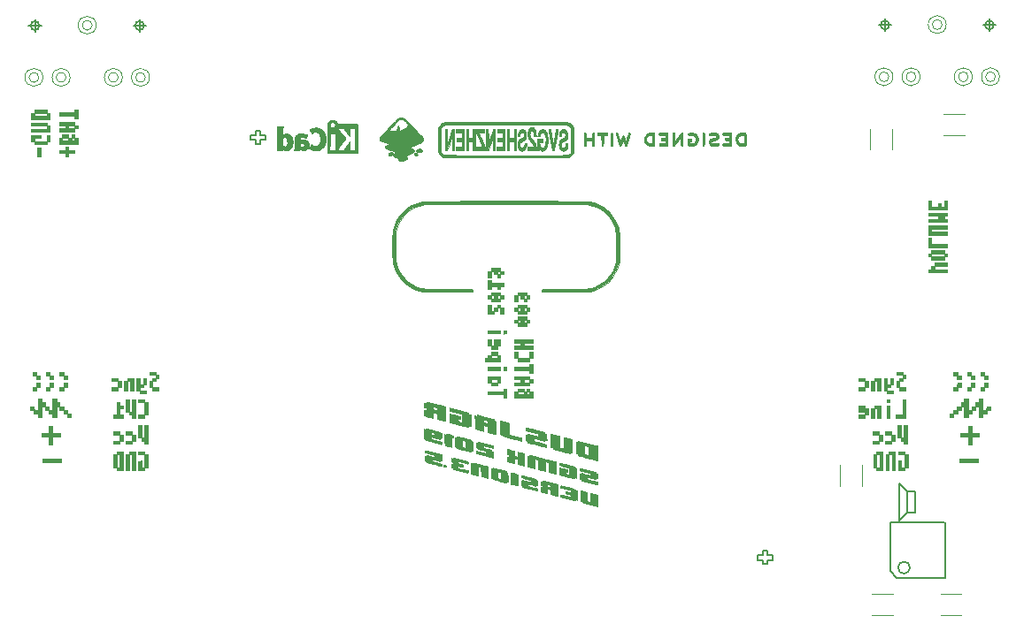
<source format=gbr>
G04 #@! TF.GenerationSoftware,KiCad,Pcbnew,5.1.2-f72e74a~84~ubuntu16.04.1*
G04 #@! TF.CreationDate,2019-05-11T12:57:00+08:00*
G04 #@! TF.ProjectId,MixtapeNEO-3000,4d697874-6170-4654-9e45-4f2d33303030,rev?*
G04 #@! TF.SameCoordinates,Original*
G04 #@! TF.FileFunction,Legend,Bot*
G04 #@! TF.FilePolarity,Positive*
%FSLAX46Y46*%
G04 Gerber Fmt 4.6, Leading zero omitted, Abs format (unit mm)*
G04 Created by KiCad (PCBNEW 5.1.2-f72e74a~84~ubuntu16.04.1) date 2019-05-11 12:57:00*
%MOMM*%
%LPD*%
G04 APERTURE LIST*
%ADD10C,0.010000*%
%ADD11C,0.150000*%
%ADD12C,0.152400*%
%ADD13C,0.120000*%
%ADD14C,0.100000*%
%ADD15C,0.127000*%
G04 APERTURE END LIST*
D10*
G36*
X153659510Y-82728598D02*
G01*
X153688599Y-82731468D01*
X153703764Y-82738223D01*
X153710738Y-82750476D01*
X153712356Y-82756575D01*
X153715721Y-82774089D01*
X153723011Y-82814295D01*
X153733814Y-82874859D01*
X153747720Y-82953447D01*
X153764318Y-83047723D01*
X153783195Y-83155352D01*
X153803941Y-83274001D01*
X153826144Y-83401334D01*
X153843460Y-83500868D01*
X153866318Y-83631504D01*
X153888025Y-83753862D01*
X153908181Y-83865795D01*
X153926383Y-83965156D01*
X153942232Y-84049801D01*
X153955326Y-84117583D01*
X153965265Y-84166356D01*
X153971647Y-84193974D01*
X153973934Y-84199368D01*
X153977301Y-84184035D01*
X153984844Y-84145991D01*
X153996134Y-84087500D01*
X154010741Y-84010829D01*
X154028239Y-83918245D01*
X154048197Y-83812015D01*
X154070187Y-83694405D01*
X154093781Y-83567681D01*
X154114081Y-83458250D01*
X154248150Y-82734350D01*
X154340225Y-82730618D01*
X154387739Y-82729206D01*
X154415297Y-82730687D01*
X154428293Y-82736425D01*
X154432124Y-82747787D01*
X154432300Y-82753918D01*
X154429958Y-82770445D01*
X154423178Y-82809940D01*
X154412328Y-82870430D01*
X154397774Y-82949942D01*
X154379885Y-83046503D01*
X154359027Y-83158140D01*
X154335568Y-83282880D01*
X154309876Y-83418750D01*
X154282318Y-83563776D01*
X154253262Y-83715987D01*
X154248150Y-83742697D01*
X154218931Y-83895403D01*
X154191142Y-84040857D01*
X154165147Y-84177133D01*
X154141310Y-84302308D01*
X154119998Y-84414457D01*
X154101576Y-84511654D01*
X154086409Y-84591976D01*
X154074862Y-84653497D01*
X154067299Y-84694293D01*
X154064088Y-84712440D01*
X154064000Y-84713172D01*
X154052375Y-84717479D01*
X154021789Y-84720597D01*
X153978675Y-84721893D01*
X153975341Y-84721900D01*
X153928506Y-84721207D01*
X153901115Y-84717941D01*
X153887222Y-84710317D01*
X153880885Y-84696553D01*
X153880096Y-84693325D01*
X153876781Y-84676458D01*
X153869255Y-84636624D01*
X153857893Y-84575834D01*
X153843065Y-84496105D01*
X153825147Y-84399451D01*
X153804510Y-84287885D01*
X153781528Y-84163422D01*
X153756573Y-84028077D01*
X153730019Y-83883863D01*
X153702239Y-83732796D01*
X153701964Y-83731300D01*
X153674144Y-83579981D01*
X153647532Y-83435350D01*
X153622503Y-83299439D01*
X153599433Y-83174281D01*
X153578696Y-83061908D01*
X153560669Y-82964351D01*
X153545725Y-82883643D01*
X153534241Y-82821817D01*
X153526592Y-82780904D01*
X153523153Y-82762937D01*
X153523150Y-82762925D01*
X153515881Y-82728000D01*
X153610764Y-82728000D01*
X153659510Y-82728598D01*
X153659510Y-82728598D01*
G37*
X153659510Y-82728598D02*
X153688599Y-82731468D01*
X153703764Y-82738223D01*
X153710738Y-82750476D01*
X153712356Y-82756575D01*
X153715721Y-82774089D01*
X153723011Y-82814295D01*
X153733814Y-82874859D01*
X153747720Y-82953447D01*
X153764318Y-83047723D01*
X153783195Y-83155352D01*
X153803941Y-83274001D01*
X153826144Y-83401334D01*
X153843460Y-83500868D01*
X153866318Y-83631504D01*
X153888025Y-83753862D01*
X153908181Y-83865795D01*
X153926383Y-83965156D01*
X153942232Y-84049801D01*
X153955326Y-84117583D01*
X153965265Y-84166356D01*
X153971647Y-84193974D01*
X153973934Y-84199368D01*
X153977301Y-84184035D01*
X153984844Y-84145991D01*
X153996134Y-84087500D01*
X154010741Y-84010829D01*
X154028239Y-83918245D01*
X154048197Y-83812015D01*
X154070187Y-83694405D01*
X154093781Y-83567681D01*
X154114081Y-83458250D01*
X154248150Y-82734350D01*
X154340225Y-82730618D01*
X154387739Y-82729206D01*
X154415297Y-82730687D01*
X154428293Y-82736425D01*
X154432124Y-82747787D01*
X154432300Y-82753918D01*
X154429958Y-82770445D01*
X154423178Y-82809940D01*
X154412328Y-82870430D01*
X154397774Y-82949942D01*
X154379885Y-83046503D01*
X154359027Y-83158140D01*
X154335568Y-83282880D01*
X154309876Y-83418750D01*
X154282318Y-83563776D01*
X154253262Y-83715987D01*
X154248150Y-83742697D01*
X154218931Y-83895403D01*
X154191142Y-84040857D01*
X154165147Y-84177133D01*
X154141310Y-84302308D01*
X154119998Y-84414457D01*
X154101576Y-84511654D01*
X154086409Y-84591976D01*
X154074862Y-84653497D01*
X154067299Y-84694293D01*
X154064088Y-84712440D01*
X154064000Y-84713172D01*
X154052375Y-84717479D01*
X154021789Y-84720597D01*
X153978675Y-84721893D01*
X153975341Y-84721900D01*
X153928506Y-84721207D01*
X153901115Y-84717941D01*
X153887222Y-84710317D01*
X153880885Y-84696553D01*
X153880096Y-84693325D01*
X153876781Y-84676458D01*
X153869255Y-84636624D01*
X153857893Y-84575834D01*
X153843065Y-84496105D01*
X153825147Y-84399451D01*
X153804510Y-84287885D01*
X153781528Y-84163422D01*
X153756573Y-84028077D01*
X153730019Y-83883863D01*
X153702239Y-83732796D01*
X153701964Y-83731300D01*
X153674144Y-83579981D01*
X153647532Y-83435350D01*
X153622503Y-83299439D01*
X153599433Y-83174281D01*
X153578696Y-83061908D01*
X153560669Y-82964351D01*
X153545725Y-82883643D01*
X153534241Y-82821817D01*
X153526592Y-82780904D01*
X153523153Y-82762937D01*
X153523150Y-82762925D01*
X153515881Y-82728000D01*
X153610764Y-82728000D01*
X153659510Y-82728598D01*
G36*
X151979006Y-82519277D02*
G01*
X152015757Y-82523098D01*
X152043786Y-82531920D01*
X152071423Y-82547754D01*
X152084880Y-82556952D01*
X152151025Y-82616464D01*
X152205827Y-82695034D01*
X152249622Y-82793572D01*
X152282745Y-82912994D01*
X152305531Y-83054211D01*
X152316820Y-83188375D01*
X152325135Y-83337600D01*
X152135621Y-83337600D01*
X152128354Y-83251875D01*
X152116972Y-83141831D01*
X152102813Y-83053926D01*
X152084783Y-82984951D01*
X152061787Y-82931700D01*
X152032733Y-82890966D01*
X151996525Y-82859542D01*
X151993900Y-82857746D01*
X151944227Y-82836328D01*
X151896155Y-82837751D01*
X151851277Y-82859456D01*
X151811182Y-82898884D01*
X151777462Y-82953476D01*
X151751710Y-83020673D01*
X151735516Y-83097917D01*
X151730472Y-83182648D01*
X151737747Y-83269634D01*
X151752069Y-83340355D01*
X151773231Y-83403122D01*
X151804201Y-83463290D01*
X151847945Y-83526216D01*
X151907430Y-83597255D01*
X151937797Y-83630773D01*
X152022661Y-83725028D01*
X152090841Y-83805697D01*
X152144803Y-83875884D01*
X152187012Y-83938690D01*
X152200500Y-83961295D01*
X152247608Y-84062254D01*
X152286079Y-84185792D01*
X152315588Y-84330486D01*
X152335813Y-84494916D01*
X152342418Y-84585375D01*
X152350301Y-84721900D01*
X151535983Y-84721900D01*
X151539516Y-84547275D01*
X151543050Y-84372650D01*
X152130796Y-84365838D01*
X152118844Y-84312646D01*
X152099560Y-84251232D01*
X152067897Y-84187694D01*
X152021760Y-84118910D01*
X151959053Y-84041754D01*
X151877681Y-83953104D01*
X151877445Y-83952858D01*
X151799435Y-83869166D01*
X151737906Y-83797432D01*
X151689813Y-83733371D01*
X151652112Y-83672697D01*
X151621759Y-83611123D01*
X151604569Y-83568695D01*
X151568619Y-83450519D01*
X151546448Y-83326416D01*
X151537500Y-83199851D01*
X151541219Y-83074290D01*
X151557047Y-82953196D01*
X151584430Y-82840036D01*
X151622809Y-82738274D01*
X151671630Y-82651376D01*
X151730335Y-82582807D01*
X151767565Y-82553543D01*
X151797452Y-82535670D01*
X151825746Y-82525110D01*
X151860806Y-82520003D01*
X151910994Y-82518486D01*
X151925203Y-82518450D01*
X151979006Y-82519277D01*
X151979006Y-82519277D01*
G37*
X151979006Y-82519277D02*
X152015757Y-82523098D01*
X152043786Y-82531920D01*
X152071423Y-82547754D01*
X152084880Y-82556952D01*
X152151025Y-82616464D01*
X152205827Y-82695034D01*
X152249622Y-82793572D01*
X152282745Y-82912994D01*
X152305531Y-83054211D01*
X152316820Y-83188375D01*
X152325135Y-83337600D01*
X152135621Y-83337600D01*
X152128354Y-83251875D01*
X152116972Y-83141831D01*
X152102813Y-83053926D01*
X152084783Y-82984951D01*
X152061787Y-82931700D01*
X152032733Y-82890966D01*
X151996525Y-82859542D01*
X151993900Y-82857746D01*
X151944227Y-82836328D01*
X151896155Y-82837751D01*
X151851277Y-82859456D01*
X151811182Y-82898884D01*
X151777462Y-82953476D01*
X151751710Y-83020673D01*
X151735516Y-83097917D01*
X151730472Y-83182648D01*
X151737747Y-83269634D01*
X151752069Y-83340355D01*
X151773231Y-83403122D01*
X151804201Y-83463290D01*
X151847945Y-83526216D01*
X151907430Y-83597255D01*
X151937797Y-83630773D01*
X152022661Y-83725028D01*
X152090841Y-83805697D01*
X152144803Y-83875884D01*
X152187012Y-83938690D01*
X152200500Y-83961295D01*
X152247608Y-84062254D01*
X152286079Y-84185792D01*
X152315588Y-84330486D01*
X152335813Y-84494916D01*
X152342418Y-84585375D01*
X152350301Y-84721900D01*
X151535983Y-84721900D01*
X151539516Y-84547275D01*
X151543050Y-84372650D01*
X152130796Y-84365838D01*
X152118844Y-84312646D01*
X152099560Y-84251232D01*
X152067897Y-84187694D01*
X152021760Y-84118910D01*
X151959053Y-84041754D01*
X151877681Y-83953104D01*
X151877445Y-83952858D01*
X151799435Y-83869166D01*
X151737906Y-83797432D01*
X151689813Y-83733371D01*
X151652112Y-83672697D01*
X151621759Y-83611123D01*
X151604569Y-83568695D01*
X151568619Y-83450519D01*
X151546448Y-83326416D01*
X151537500Y-83199851D01*
X151541219Y-83074290D01*
X151557047Y-82953196D01*
X151584430Y-82840036D01*
X151622809Y-82738274D01*
X151671630Y-82651376D01*
X151730335Y-82582807D01*
X151767565Y-82553543D01*
X151797452Y-82535670D01*
X151825746Y-82525110D01*
X151860806Y-82520003D01*
X151910994Y-82518486D01*
X151925203Y-82518450D01*
X151979006Y-82519277D01*
G36*
X149666625Y-82730594D02*
G01*
X149752350Y-82734350D01*
X149755701Y-83144210D01*
X149759052Y-83554071D01*
X149990651Y-83550610D01*
X150222250Y-83547150D01*
X150225601Y-83136998D01*
X150228953Y-82726847D01*
X150314501Y-82730598D01*
X150400050Y-82734350D01*
X150406554Y-84721900D01*
X150215900Y-84721900D01*
X150215900Y-83858300D01*
X149758700Y-83858300D01*
X149758700Y-84721900D01*
X149580900Y-84721900D01*
X149580900Y-82726839D01*
X149666625Y-82730594D01*
X149666625Y-82730594D01*
G37*
X149666625Y-82730594D02*
X149752350Y-82734350D01*
X149755701Y-83144210D01*
X149759052Y-83554071D01*
X149990651Y-83550610D01*
X150222250Y-83547150D01*
X150225601Y-83136998D01*
X150228953Y-82726847D01*
X150314501Y-82730598D01*
X150400050Y-82734350D01*
X150406554Y-84721900D01*
X150215900Y-84721900D01*
X150215900Y-83858300D01*
X149758700Y-83858300D01*
X149758700Y-84721900D01*
X149580900Y-84721900D01*
X149580900Y-82726839D01*
X149666625Y-82730594D01*
G36*
X149352300Y-84721900D02*
G01*
X148577600Y-84721900D01*
X148577600Y-84417100D01*
X149174500Y-84417100D01*
X149174500Y-83858300D01*
X148628400Y-83858300D01*
X148628400Y-83553500D01*
X149174500Y-83553500D01*
X149174500Y-83045500D01*
X148602218Y-83045500D01*
X148609350Y-82734350D01*
X149352300Y-82727616D01*
X149352300Y-84721900D01*
X149352300Y-84721900D01*
G37*
X149352300Y-84721900D02*
X148577600Y-84721900D01*
X148577600Y-84417100D01*
X149174500Y-84417100D01*
X149174500Y-83858300D01*
X148628400Y-83858300D01*
X148628400Y-83553500D01*
X149174500Y-83553500D01*
X149174500Y-83045500D01*
X148602218Y-83045500D01*
X148609350Y-82734350D01*
X149352300Y-82727616D01*
X149352300Y-84721900D01*
G36*
X148412500Y-84721900D02*
G01*
X148247615Y-84721900D01*
X148244332Y-84020225D01*
X148241050Y-83318550D01*
X148130131Y-83642400D01*
X148095228Y-83744385D01*
X148054644Y-83863095D01*
X148010879Y-83991209D01*
X147966435Y-84121404D01*
X147923811Y-84246360D01*
X147890508Y-84344075D01*
X147761803Y-84721900D01*
X147574145Y-84721900D01*
X147577397Y-83728125D01*
X147580650Y-82734350D01*
X147745750Y-82734350D01*
X147752100Y-83437969D01*
X147758450Y-84141589D01*
X147992399Y-83450669D01*
X148035537Y-83323607D01*
X148076514Y-83203559D01*
X148114567Y-83092718D01*
X148148932Y-82993276D01*
X148178846Y-82907427D01*
X148203547Y-82837362D01*
X148222270Y-82785275D01*
X148234252Y-82753358D01*
X148238429Y-82743875D01*
X148258810Y-82734354D01*
X148299523Y-82728936D01*
X148331505Y-82728000D01*
X148412500Y-82728000D01*
X148412500Y-84721900D01*
X148412500Y-84721900D01*
G37*
X148412500Y-84721900D02*
X148247615Y-84721900D01*
X148244332Y-84020225D01*
X148241050Y-83318550D01*
X148130131Y-83642400D01*
X148095228Y-83744385D01*
X148054644Y-83863095D01*
X148010879Y-83991209D01*
X147966435Y-84121404D01*
X147923811Y-84246360D01*
X147890508Y-84344075D01*
X147761803Y-84721900D01*
X147574145Y-84721900D01*
X147577397Y-83728125D01*
X147580650Y-82734350D01*
X147745750Y-82734350D01*
X147752100Y-83437969D01*
X147758450Y-84141589D01*
X147992399Y-83450669D01*
X148035537Y-83323607D01*
X148076514Y-83203559D01*
X148114567Y-83092718D01*
X148148932Y-82993276D01*
X148178846Y-82907427D01*
X148203547Y-82837362D01*
X148222270Y-82785275D01*
X148234252Y-82753358D01*
X148238429Y-82743875D01*
X148258810Y-82734354D01*
X148299523Y-82728936D01*
X148331505Y-82728000D01*
X148412500Y-82728000D01*
X148412500Y-84721900D01*
G36*
X147018675Y-82730988D02*
G01*
X147402850Y-82734350D01*
X147406415Y-82889925D01*
X147409981Y-83045500D01*
X147141409Y-83045500D01*
X147052253Y-83045628D01*
X146985423Y-83046188D01*
X146937844Y-83047440D01*
X146906444Y-83049645D01*
X146888149Y-83053063D01*
X146879884Y-83057954D01*
X146878577Y-83064580D01*
X146879299Y-83067725D01*
X146885224Y-83083262D01*
X146899990Y-83120108D01*
X146922714Y-83176108D01*
X146952513Y-83249105D01*
X146988504Y-83336944D01*
X147029803Y-83437469D01*
X147075528Y-83548524D01*
X147124795Y-83667953D01*
X147166530Y-83768956D01*
X147447300Y-84447963D01*
X147447300Y-84721900D01*
X146621800Y-84721900D01*
X146621800Y-84417100D01*
X146915258Y-84417100D01*
X147012542Y-84416816D01*
X147086844Y-84415876D01*
X147140578Y-84414147D01*
X147176156Y-84411495D01*
X147195991Y-84407787D01*
X147202498Y-84402888D01*
X147202235Y-84401225D01*
X147196321Y-84386870D01*
X147181592Y-84351170D01*
X147158926Y-84296253D01*
X147129204Y-84224251D01*
X147093305Y-84137294D01*
X147052109Y-84037512D01*
X147006494Y-83927037D01*
X146957342Y-83807997D01*
X146915182Y-83705900D01*
X146634611Y-83026450D01*
X146634555Y-82877038D01*
X146634500Y-82727627D01*
X147018675Y-82730988D01*
X147018675Y-82730988D01*
G37*
X147018675Y-82730988D02*
X147402850Y-82734350D01*
X147406415Y-82889925D01*
X147409981Y-83045500D01*
X147141409Y-83045500D01*
X147052253Y-83045628D01*
X146985423Y-83046188D01*
X146937844Y-83047440D01*
X146906444Y-83049645D01*
X146888149Y-83053063D01*
X146879884Y-83057954D01*
X146878577Y-83064580D01*
X146879299Y-83067725D01*
X146885224Y-83083262D01*
X146899990Y-83120108D01*
X146922714Y-83176108D01*
X146952513Y-83249105D01*
X146988504Y-83336944D01*
X147029803Y-83437469D01*
X147075528Y-83548524D01*
X147124795Y-83667953D01*
X147166530Y-83768956D01*
X147447300Y-84447963D01*
X147447300Y-84721900D01*
X146621800Y-84721900D01*
X146621800Y-84417100D01*
X146915258Y-84417100D01*
X147012542Y-84416816D01*
X147086844Y-84415876D01*
X147140578Y-84414147D01*
X147176156Y-84411495D01*
X147195991Y-84407787D01*
X147202498Y-84402888D01*
X147202235Y-84401225D01*
X147196321Y-84386870D01*
X147181592Y-84351170D01*
X147158926Y-84296253D01*
X147129204Y-84224251D01*
X147093305Y-84137294D01*
X147052109Y-84037512D01*
X147006494Y-83927037D01*
X146957342Y-83807997D01*
X146915182Y-83705900D01*
X146634611Y-83026450D01*
X146634555Y-82877038D01*
X146634500Y-82727627D01*
X147018675Y-82730988D01*
G36*
X145844100Y-83143925D02*
G01*
X145847451Y-83553500D01*
X146303948Y-83553500D01*
X146310650Y-82734350D01*
X146488450Y-82734350D01*
X146494954Y-84721900D01*
X146304300Y-84721900D01*
X146304300Y-83858300D01*
X145847100Y-83858300D01*
X145847100Y-84721900D01*
X145656445Y-84721900D01*
X145659697Y-83728125D01*
X145662950Y-82734350D01*
X145840750Y-82734350D01*
X145844100Y-83143925D01*
X145844100Y-83143925D01*
G37*
X145844100Y-83143925D02*
X145847451Y-83553500D01*
X146303948Y-83553500D01*
X146310650Y-82734350D01*
X146488450Y-82734350D01*
X146494954Y-84721900D01*
X146304300Y-84721900D01*
X146304300Y-83858300D01*
X145847100Y-83858300D01*
X145847100Y-84721900D01*
X145656445Y-84721900D01*
X145659697Y-83728125D01*
X145662950Y-82734350D01*
X145840750Y-82734350D01*
X145844100Y-83143925D01*
G36*
X145440700Y-84721900D02*
G01*
X144666000Y-84721900D01*
X144666000Y-84417100D01*
X145262900Y-84417100D01*
X145262900Y-83858300D01*
X144716800Y-83858300D01*
X144716800Y-83553500D01*
X145262900Y-83553500D01*
X145262900Y-83045500D01*
X144690618Y-83045500D01*
X144697750Y-82734350D01*
X145440700Y-82727616D01*
X145440700Y-84721900D01*
X145440700Y-84721900D01*
G37*
X145440700Y-84721900D02*
X144666000Y-84721900D01*
X144666000Y-84417100D01*
X145262900Y-84417100D01*
X145262900Y-83858300D01*
X144716800Y-83858300D01*
X144716800Y-83553500D01*
X145262900Y-83553500D01*
X145262900Y-83045500D01*
X144690618Y-83045500D01*
X144697750Y-82734350D01*
X145440700Y-82727616D01*
X145440700Y-84721900D01*
G36*
X144500900Y-84721900D02*
G01*
X144336015Y-84721900D01*
X144332732Y-84020225D01*
X144329450Y-83318550D01*
X144277496Y-83464600D01*
X144262438Y-83507546D01*
X144240391Y-83571287D01*
X144212475Y-83652542D01*
X144179810Y-83748035D01*
X144143516Y-83854487D01*
X144104713Y-83968621D01*
X144064521Y-84087159D01*
X144037756Y-84166275D01*
X143849971Y-84721900D01*
X143662545Y-84721900D01*
X143665797Y-83728125D01*
X143669050Y-82734350D01*
X143834150Y-82734350D01*
X143841926Y-84144050D01*
X143940387Y-83858300D01*
X143969738Y-83772951D01*
X144005266Y-83669367D01*
X144044982Y-83553367D01*
X144086895Y-83430766D01*
X144129017Y-83307381D01*
X144169358Y-83189030D01*
X144182552Y-83150275D01*
X144326254Y-82728000D01*
X144500900Y-82728000D01*
X144500900Y-84721900D01*
X144500900Y-84721900D01*
G37*
X144500900Y-84721900D02*
X144336015Y-84721900D01*
X144332732Y-84020225D01*
X144329450Y-83318550D01*
X144277496Y-83464600D01*
X144262438Y-83507546D01*
X144240391Y-83571287D01*
X144212475Y-83652542D01*
X144179810Y-83748035D01*
X144143516Y-83854487D01*
X144104713Y-83968621D01*
X144064521Y-84087159D01*
X144037756Y-84166275D01*
X143849971Y-84721900D01*
X143662545Y-84721900D01*
X143665797Y-83728125D01*
X143669050Y-82734350D01*
X143834150Y-82734350D01*
X143841926Y-84144050D01*
X143940387Y-83858300D01*
X143969738Y-83772951D01*
X144005266Y-83669367D01*
X144044982Y-83553367D01*
X144086895Y-83430766D01*
X144129017Y-83307381D01*
X144169358Y-83189030D01*
X144182552Y-83150275D01*
X144326254Y-82728000D01*
X144500900Y-82728000D01*
X144500900Y-84721900D01*
G36*
X155007666Y-82709363D02*
G01*
X155087753Y-82736149D01*
X155159331Y-82785296D01*
X155220335Y-82855476D01*
X155259217Y-82923895D01*
X155296012Y-83024397D01*
X155320463Y-83138151D01*
X155332348Y-83258510D01*
X155331444Y-83378826D01*
X155317530Y-83492452D01*
X155290383Y-83592739D01*
X155282263Y-83613174D01*
X155257493Y-83661793D01*
X155225626Y-83704425D01*
X155183020Y-83744133D01*
X155126034Y-83783982D01*
X155051025Y-83827033D01*
X154991100Y-83858074D01*
X154900851Y-83905098D01*
X154831559Y-83945884D01*
X154780558Y-83983527D01*
X154745180Y-84021119D01*
X154722757Y-84061752D01*
X154710624Y-84108521D01*
X154706113Y-84164517D01*
X154705842Y-84188885D01*
X154707986Y-84247648D01*
X154715856Y-84293019D01*
X154731930Y-84336800D01*
X154740889Y-84355852D01*
X154777864Y-84413538D01*
X154824134Y-84450129D01*
X154884178Y-84468310D01*
X154933962Y-84471528D01*
X155009603Y-84460552D01*
X155072434Y-84427748D01*
X155122316Y-84373299D01*
X155159111Y-84297390D01*
X155182683Y-84200206D01*
X155190639Y-84128726D01*
X155198072Y-84023400D01*
X155359400Y-84023400D01*
X155359400Y-84136582D01*
X155351006Y-84273837D01*
X155326631Y-84402907D01*
X155287487Y-84519628D01*
X155234784Y-84619837D01*
X155208023Y-84657107D01*
X155148057Y-84713424D01*
X155072964Y-84753987D01*
X154988788Y-84777077D01*
X154901575Y-84780976D01*
X154824225Y-84766256D01*
X154758428Y-84734018D01*
X154695016Y-84683088D01*
X154640691Y-84619800D01*
X154606372Y-84560365D01*
X154560780Y-84432829D01*
X154532957Y-84296514D01*
X154523183Y-84157321D01*
X154531739Y-84021151D01*
X154558904Y-83893901D01*
X154572753Y-83852852D01*
X154599854Y-83793486D01*
X154635484Y-83741527D01*
X154683092Y-83693854D01*
X154746129Y-83647345D01*
X154828042Y-83598881D01*
X154888524Y-83567139D01*
X154974082Y-83522044D01*
X155038859Y-83483357D01*
X155085803Y-83448430D01*
X155117864Y-83414613D01*
X155137991Y-83379255D01*
X155149131Y-83339708D01*
X155150433Y-83331785D01*
X155153939Y-83252921D01*
X155142217Y-83176969D01*
X155117181Y-83109685D01*
X155080745Y-83056825D01*
X155050912Y-83032349D01*
X154997683Y-83012444D01*
X154935716Y-83007787D01*
X154876161Y-83018386D01*
X154846065Y-83032172D01*
X154802257Y-83070805D01*
X154769137Y-83127088D01*
X154745592Y-83203422D01*
X154733686Y-83274160D01*
X154719267Y-83388400D01*
X154555494Y-83388400D01*
X154563356Y-83251875D01*
X154578929Y-83112741D01*
X154608288Y-82992996D01*
X154651073Y-82893190D01*
X154706923Y-82813873D01*
X154775477Y-82755596D01*
X154856373Y-82718909D01*
X154921133Y-82706267D01*
X155007666Y-82709363D01*
X155007666Y-82709363D01*
G37*
X155007666Y-82709363D02*
X155087753Y-82736149D01*
X155159331Y-82785296D01*
X155220335Y-82855476D01*
X155259217Y-82923895D01*
X155296012Y-83024397D01*
X155320463Y-83138151D01*
X155332348Y-83258510D01*
X155331444Y-83378826D01*
X155317530Y-83492452D01*
X155290383Y-83592739D01*
X155282263Y-83613174D01*
X155257493Y-83661793D01*
X155225626Y-83704425D01*
X155183020Y-83744133D01*
X155126034Y-83783982D01*
X155051025Y-83827033D01*
X154991100Y-83858074D01*
X154900851Y-83905098D01*
X154831559Y-83945884D01*
X154780558Y-83983527D01*
X154745180Y-84021119D01*
X154722757Y-84061752D01*
X154710624Y-84108521D01*
X154706113Y-84164517D01*
X154705842Y-84188885D01*
X154707986Y-84247648D01*
X154715856Y-84293019D01*
X154731930Y-84336800D01*
X154740889Y-84355852D01*
X154777864Y-84413538D01*
X154824134Y-84450129D01*
X154884178Y-84468310D01*
X154933962Y-84471528D01*
X155009603Y-84460552D01*
X155072434Y-84427748D01*
X155122316Y-84373299D01*
X155159111Y-84297390D01*
X155182683Y-84200206D01*
X155190639Y-84128726D01*
X155198072Y-84023400D01*
X155359400Y-84023400D01*
X155359400Y-84136582D01*
X155351006Y-84273837D01*
X155326631Y-84402907D01*
X155287487Y-84519628D01*
X155234784Y-84619837D01*
X155208023Y-84657107D01*
X155148057Y-84713424D01*
X155072964Y-84753987D01*
X154988788Y-84777077D01*
X154901575Y-84780976D01*
X154824225Y-84766256D01*
X154758428Y-84734018D01*
X154695016Y-84683088D01*
X154640691Y-84619800D01*
X154606372Y-84560365D01*
X154560780Y-84432829D01*
X154532957Y-84296514D01*
X154523183Y-84157321D01*
X154531739Y-84021151D01*
X154558904Y-83893901D01*
X154572753Y-83852852D01*
X154599854Y-83793486D01*
X154635484Y-83741527D01*
X154683092Y-83693854D01*
X154746129Y-83647345D01*
X154828042Y-83598881D01*
X154888524Y-83567139D01*
X154974082Y-83522044D01*
X155038859Y-83483357D01*
X155085803Y-83448430D01*
X155117864Y-83414613D01*
X155137991Y-83379255D01*
X155149131Y-83339708D01*
X155150433Y-83331785D01*
X155153939Y-83252921D01*
X155142217Y-83176969D01*
X155117181Y-83109685D01*
X155080745Y-83056825D01*
X155050912Y-83032349D01*
X154997683Y-83012444D01*
X154935716Y-83007787D01*
X154876161Y-83018386D01*
X154846065Y-83032172D01*
X154802257Y-83070805D01*
X154769137Y-83127088D01*
X154745592Y-83203422D01*
X154733686Y-83274160D01*
X154719267Y-83388400D01*
X154555494Y-83388400D01*
X154563356Y-83251875D01*
X154578929Y-83112741D01*
X154608288Y-82992996D01*
X154651073Y-82893190D01*
X154706923Y-82813873D01*
X154775477Y-82755596D01*
X154856373Y-82718909D01*
X154921133Y-82706267D01*
X155007666Y-82709363D01*
G36*
X153017092Y-82712558D02*
G01*
X153099075Y-82742985D01*
X153173637Y-82796298D01*
X153240359Y-82871913D01*
X153298826Y-82969245D01*
X153348619Y-83087710D01*
X153389322Y-83226724D01*
X153420517Y-83385702D01*
X153441788Y-83564060D01*
X153442950Y-83577932D01*
X153450121Y-83760565D01*
X153442732Y-83943802D01*
X153421434Y-84121168D01*
X153386880Y-84286189D01*
X153363459Y-84366300D01*
X153316917Y-84484784D01*
X153261100Y-84585304D01*
X153197443Y-84666656D01*
X153127383Y-84727638D01*
X153052356Y-84767049D01*
X152973799Y-84783688D01*
X152893147Y-84776352D01*
X152878247Y-84772311D01*
X152814475Y-84741652D01*
X152750339Y-84689111D01*
X152690365Y-84618755D01*
X152635250Y-84542884D01*
X152620172Y-84635567D01*
X152612793Y-84680708D01*
X152607180Y-84714642D01*
X152604401Y-84730912D01*
X152604297Y-84731425D01*
X152592379Y-84733239D01*
X152562794Y-84734388D01*
X152540000Y-84734600D01*
X152476500Y-84734600D01*
X152476500Y-83629700D01*
X152946400Y-83629700D01*
X152946400Y-83934500D01*
X152639022Y-83934500D01*
X152648227Y-84026575D01*
X152666649Y-84145095D01*
X152695983Y-84247693D01*
X152735114Y-84332885D01*
X152782928Y-84399190D01*
X152838310Y-84445126D01*
X152900148Y-84469211D01*
X152967327Y-84469962D01*
X152979716Y-84467546D01*
X153048561Y-84439225D01*
X153108541Y-84387833D01*
X153159332Y-84314219D01*
X153200616Y-84219232D01*
X153232069Y-84103721D01*
X153253372Y-83968534D01*
X153264203Y-83814520D01*
X153265534Y-83712250D01*
X153258324Y-83546641D01*
X153239010Y-83402504D01*
X153207656Y-83280078D01*
X153164327Y-83179599D01*
X153109088Y-83101304D01*
X153094646Y-83086402D01*
X153032663Y-83040009D01*
X152969417Y-83017468D01*
X152907093Y-83017467D01*
X152847873Y-83038694D01*
X152793943Y-83079835D01*
X152747485Y-83139579D01*
X152710684Y-83216612D01*
X152685725Y-83309622D01*
X152681679Y-83334595D01*
X152673113Y-83394750D01*
X152580170Y-83398501D01*
X152487228Y-83402252D01*
X152495648Y-83328651D01*
X152518489Y-83188935D01*
X152552861Y-83063520D01*
X152597732Y-82954261D01*
X152652071Y-82863014D01*
X152714846Y-82791635D01*
X152785026Y-82741979D01*
X152832527Y-82722699D01*
X152928103Y-82705601D01*
X153017092Y-82712558D01*
X153017092Y-82712558D01*
G37*
X153017092Y-82712558D02*
X153099075Y-82742985D01*
X153173637Y-82796298D01*
X153240359Y-82871913D01*
X153298826Y-82969245D01*
X153348619Y-83087710D01*
X153389322Y-83226724D01*
X153420517Y-83385702D01*
X153441788Y-83564060D01*
X153442950Y-83577932D01*
X153450121Y-83760565D01*
X153442732Y-83943802D01*
X153421434Y-84121168D01*
X153386880Y-84286189D01*
X153363459Y-84366300D01*
X153316917Y-84484784D01*
X153261100Y-84585304D01*
X153197443Y-84666656D01*
X153127383Y-84727638D01*
X153052356Y-84767049D01*
X152973799Y-84783688D01*
X152893147Y-84776352D01*
X152878247Y-84772311D01*
X152814475Y-84741652D01*
X152750339Y-84689111D01*
X152690365Y-84618755D01*
X152635250Y-84542884D01*
X152620172Y-84635567D01*
X152612793Y-84680708D01*
X152607180Y-84714642D01*
X152604401Y-84730912D01*
X152604297Y-84731425D01*
X152592379Y-84733239D01*
X152562794Y-84734388D01*
X152540000Y-84734600D01*
X152476500Y-84734600D01*
X152476500Y-83629700D01*
X152946400Y-83629700D01*
X152946400Y-83934500D01*
X152639022Y-83934500D01*
X152648227Y-84026575D01*
X152666649Y-84145095D01*
X152695983Y-84247693D01*
X152735114Y-84332885D01*
X152782928Y-84399190D01*
X152838310Y-84445126D01*
X152900148Y-84469211D01*
X152967327Y-84469962D01*
X152979716Y-84467546D01*
X153048561Y-84439225D01*
X153108541Y-84387833D01*
X153159332Y-84314219D01*
X153200616Y-84219232D01*
X153232069Y-84103721D01*
X153253372Y-83968534D01*
X153264203Y-83814520D01*
X153265534Y-83712250D01*
X153258324Y-83546641D01*
X153239010Y-83402504D01*
X153207656Y-83280078D01*
X153164327Y-83179599D01*
X153109088Y-83101304D01*
X153094646Y-83086402D01*
X153032663Y-83040009D01*
X152969417Y-83017468D01*
X152907093Y-83017467D01*
X152847873Y-83038694D01*
X152793943Y-83079835D01*
X152747485Y-83139579D01*
X152710684Y-83216612D01*
X152685725Y-83309622D01*
X152681679Y-83334595D01*
X152673113Y-83394750D01*
X152580170Y-83398501D01*
X152487228Y-83402252D01*
X152495648Y-83328651D01*
X152518489Y-83188935D01*
X152552861Y-83063520D01*
X152597732Y-82954261D01*
X152652071Y-82863014D01*
X152714846Y-82791635D01*
X152785026Y-82741979D01*
X152832527Y-82722699D01*
X152928103Y-82705601D01*
X153017092Y-82712558D01*
G36*
X151079386Y-82717157D02*
G01*
X151156970Y-82750041D01*
X151225446Y-82803772D01*
X151227844Y-82806262D01*
X151281708Y-82879036D01*
X151324012Y-82969182D01*
X151354574Y-83072010D01*
X151373211Y-83182827D01*
X151379742Y-83296941D01*
X151373985Y-83409661D01*
X151355757Y-83516296D01*
X151324876Y-83612153D01*
X151281161Y-83692542D01*
X151263132Y-83715762D01*
X151235947Y-83742501D01*
X151197733Y-83770779D01*
X151144771Y-83802978D01*
X151073344Y-83841485D01*
X151042133Y-83857482D01*
X150959151Y-83900417D01*
X150896034Y-83935505D01*
X150849468Y-83965289D01*
X150816139Y-83992311D01*
X150792735Y-84019113D01*
X150775942Y-84048239D01*
X150767553Y-84068169D01*
X150753226Y-84129172D01*
X150751062Y-84198681D01*
X150759732Y-84270224D01*
X150777910Y-84337332D01*
X150804268Y-84393533D01*
X150837479Y-84432357D01*
X150843075Y-84436351D01*
X150903162Y-84462546D01*
X150972314Y-84472220D01*
X151041754Y-84465455D01*
X151102705Y-84442335D01*
X151115925Y-84433766D01*
X151139480Y-84409490D01*
X151166504Y-84371142D01*
X151186441Y-84335958D01*
X151206499Y-84290918D01*
X151219339Y-84246343D01*
X151227222Y-84192586D01*
X151230891Y-84146026D01*
X151238250Y-84029750D01*
X151413536Y-84022152D01*
X151405695Y-84165651D01*
X151400557Y-84233689D01*
X151393006Y-84301866D01*
X151384215Y-84360570D01*
X151378342Y-84389308D01*
X151343839Y-84495764D01*
X151296104Y-84590467D01*
X151237686Y-84669606D01*
X151171137Y-84729365D01*
X151137023Y-84750063D01*
X151085737Y-84767951D01*
X151021032Y-84778766D01*
X150954174Y-84781404D01*
X150896435Y-84774759D01*
X150893216Y-84773967D01*
X150833048Y-84750448D01*
X150772045Y-84713424D01*
X150721066Y-84669939D01*
X150706065Y-84652515D01*
X150653704Y-84565678D01*
X150613317Y-84459891D01*
X150585983Y-84339143D01*
X150572776Y-84207425D01*
X150571687Y-84154110D01*
X150578989Y-84025602D01*
X150601155Y-83913682D01*
X150639207Y-83813643D01*
X150650134Y-83792154D01*
X150674160Y-83750540D01*
X150699492Y-83716401D01*
X150730313Y-83686392D01*
X150770806Y-83657169D01*
X150825153Y-83625386D01*
X150897537Y-83587700D01*
X150919697Y-83576586D01*
X151007564Y-83531596D01*
X151074762Y-83493531D01*
X151123998Y-83459379D01*
X151157977Y-83426126D01*
X151179408Y-83390761D01*
X151190995Y-83350269D01*
X151195445Y-83301637D01*
X151195825Y-83269163D01*
X151187333Y-83177953D01*
X151163180Y-83105532D01*
X151123858Y-83052547D01*
X151069859Y-83019642D01*
X151001676Y-83007460D01*
X150996002Y-83007400D01*
X150925817Y-83018201D01*
X150869016Y-83050541D01*
X150825673Y-83104327D01*
X150795861Y-83179462D01*
X150779655Y-83275853D01*
X150779002Y-83283787D01*
X150770935Y-83388400D01*
X150594619Y-83388400D01*
X150603250Y-83277275D01*
X150618940Y-83140789D01*
X150643569Y-83025911D01*
X150677991Y-82930174D01*
X150723058Y-82851106D01*
X150769429Y-82796102D01*
X150837716Y-82744590D01*
X150915186Y-82714330D01*
X150997267Y-82705219D01*
X151079386Y-82717157D01*
X151079386Y-82717157D01*
G37*
X151079386Y-82717157D02*
X151156970Y-82750041D01*
X151225446Y-82803772D01*
X151227844Y-82806262D01*
X151281708Y-82879036D01*
X151324012Y-82969182D01*
X151354574Y-83072010D01*
X151373211Y-83182827D01*
X151379742Y-83296941D01*
X151373985Y-83409661D01*
X151355757Y-83516296D01*
X151324876Y-83612153D01*
X151281161Y-83692542D01*
X151263132Y-83715762D01*
X151235947Y-83742501D01*
X151197733Y-83770779D01*
X151144771Y-83802978D01*
X151073344Y-83841485D01*
X151042133Y-83857482D01*
X150959151Y-83900417D01*
X150896034Y-83935505D01*
X150849468Y-83965289D01*
X150816139Y-83992311D01*
X150792735Y-84019113D01*
X150775942Y-84048239D01*
X150767553Y-84068169D01*
X150753226Y-84129172D01*
X150751062Y-84198681D01*
X150759732Y-84270224D01*
X150777910Y-84337332D01*
X150804268Y-84393533D01*
X150837479Y-84432357D01*
X150843075Y-84436351D01*
X150903162Y-84462546D01*
X150972314Y-84472220D01*
X151041754Y-84465455D01*
X151102705Y-84442335D01*
X151115925Y-84433766D01*
X151139480Y-84409490D01*
X151166504Y-84371142D01*
X151186441Y-84335958D01*
X151206499Y-84290918D01*
X151219339Y-84246343D01*
X151227222Y-84192586D01*
X151230891Y-84146026D01*
X151238250Y-84029750D01*
X151413536Y-84022152D01*
X151405695Y-84165651D01*
X151400557Y-84233689D01*
X151393006Y-84301866D01*
X151384215Y-84360570D01*
X151378342Y-84389308D01*
X151343839Y-84495764D01*
X151296104Y-84590467D01*
X151237686Y-84669606D01*
X151171137Y-84729365D01*
X151137023Y-84750063D01*
X151085737Y-84767951D01*
X151021032Y-84778766D01*
X150954174Y-84781404D01*
X150896435Y-84774759D01*
X150893216Y-84773967D01*
X150833048Y-84750448D01*
X150772045Y-84713424D01*
X150721066Y-84669939D01*
X150706065Y-84652515D01*
X150653704Y-84565678D01*
X150613317Y-84459891D01*
X150585983Y-84339143D01*
X150572776Y-84207425D01*
X150571687Y-84154110D01*
X150578989Y-84025602D01*
X150601155Y-83913682D01*
X150639207Y-83813643D01*
X150650134Y-83792154D01*
X150674160Y-83750540D01*
X150699492Y-83716401D01*
X150730313Y-83686392D01*
X150770806Y-83657169D01*
X150825153Y-83625386D01*
X150897537Y-83587700D01*
X150919697Y-83576586D01*
X151007564Y-83531596D01*
X151074762Y-83493531D01*
X151123998Y-83459379D01*
X151157977Y-83426126D01*
X151179408Y-83390761D01*
X151190995Y-83350269D01*
X151195445Y-83301637D01*
X151195825Y-83269163D01*
X151187333Y-83177953D01*
X151163180Y-83105532D01*
X151123858Y-83052547D01*
X151069859Y-83019642D01*
X151001676Y-83007460D01*
X150996002Y-83007400D01*
X150925817Y-83018201D01*
X150869016Y-83050541D01*
X150825673Y-83104327D01*
X150795861Y-83179462D01*
X150779655Y-83275853D01*
X150779002Y-83283787D01*
X150770935Y-83388400D01*
X150594619Y-83388400D01*
X150603250Y-83277275D01*
X150618940Y-83140789D01*
X150643569Y-83025911D01*
X150677991Y-82930174D01*
X150723058Y-82851106D01*
X150769429Y-82796102D01*
X150837716Y-82744590D01*
X150915186Y-82714330D01*
X150997267Y-82705219D01*
X151079386Y-82717157D01*
G36*
X108483700Y-81724700D02*
G01*
X108178900Y-81724700D01*
X108178900Y-81419900D01*
X106693000Y-81419900D01*
X106693000Y-81127800D01*
X108178093Y-81127800D01*
X108181671Y-80978575D01*
X108185250Y-80829350D01*
X108334475Y-80825771D01*
X108483700Y-80822193D01*
X108483700Y-81724700D01*
X108483700Y-81724700D01*
G37*
X108483700Y-81724700D02*
X108178900Y-81724700D01*
X108178900Y-81419900D01*
X106693000Y-81419900D01*
X106693000Y-81127800D01*
X108178093Y-81127800D01*
X108181671Y-80978575D01*
X108185250Y-80829350D01*
X108334475Y-80825771D01*
X108483700Y-80822193D01*
X108483700Y-81724700D01*
G36*
X105829400Y-81165900D02*
G01*
X105829400Y-81762800D01*
X104025531Y-81762800D01*
X104028940Y-81467525D01*
X104032350Y-81172250D01*
X104181575Y-81168671D01*
X104297143Y-81165900D01*
X104330800Y-81165900D01*
X104330800Y-81470700D01*
X105524600Y-81470700D01*
X105524600Y-81165900D01*
X104330800Y-81165900D01*
X104297143Y-81165900D01*
X104330800Y-81165093D01*
X104330800Y-80873800D01*
X105524600Y-80873800D01*
X105524600Y-81165900D01*
X105829400Y-81165900D01*
X105829400Y-81165900D01*
G37*
X105829400Y-81165900D02*
X105829400Y-81762800D01*
X104025531Y-81762800D01*
X104028940Y-81467525D01*
X104032350Y-81172250D01*
X104181575Y-81168671D01*
X104297143Y-81165900D01*
X104330800Y-81165900D01*
X104330800Y-81470700D01*
X105524600Y-81470700D01*
X105524600Y-81165900D01*
X104330800Y-81165900D01*
X104297143Y-81165900D01*
X104330800Y-81165093D01*
X104330800Y-80873800D01*
X105524600Y-80873800D01*
X105524600Y-81165900D01*
X105829400Y-81165900D01*
G36*
X108483700Y-82321600D02*
G01*
X108483700Y-82626400D01*
X108178900Y-82626400D01*
X108178900Y-82918500D01*
X106693000Y-82918500D01*
X106693000Y-82626400D01*
X107289900Y-82626400D01*
X107289900Y-82321600D01*
X107582000Y-82321600D01*
X107582000Y-82626400D01*
X108178900Y-82626400D01*
X108178900Y-82321600D01*
X107582000Y-82321600D01*
X107289900Y-82321600D01*
X106693000Y-82321600D01*
X106693000Y-82029500D01*
X108178900Y-82029500D01*
X108178900Y-82321600D01*
X108483700Y-82321600D01*
X108483700Y-82321600D01*
G37*
X108483700Y-82321600D02*
X108483700Y-82626400D01*
X108178900Y-82626400D01*
X108178900Y-82918500D01*
X106693000Y-82918500D01*
X106693000Y-82626400D01*
X107289900Y-82626400D01*
X107289900Y-82321600D01*
X107582000Y-82321600D01*
X107582000Y-82626400D01*
X108178900Y-82626400D01*
X108178900Y-82321600D01*
X107582000Y-82321600D01*
X107289900Y-82321600D01*
X106693000Y-82321600D01*
X106693000Y-82029500D01*
X108178900Y-82029500D01*
X108178900Y-82321600D01*
X108483700Y-82321600D01*
G36*
X105524600Y-82372400D02*
G01*
X105829400Y-82372400D01*
X105829400Y-82969300D01*
X104026000Y-82969300D01*
X104026000Y-82664500D01*
X105524600Y-82664500D01*
X105524600Y-82372603D01*
X104778475Y-82369326D01*
X104032350Y-82366050D01*
X104028771Y-82216825D01*
X104025193Y-82067600D01*
X105524600Y-82067600D01*
X105524600Y-82372400D01*
X105524600Y-82372400D01*
G37*
X105524600Y-82372400D02*
X105829400Y-82372400D01*
X105829400Y-82969300D01*
X104026000Y-82969300D01*
X104026000Y-82664500D01*
X105524600Y-82664500D01*
X105524600Y-82372603D01*
X104778475Y-82369326D01*
X104032350Y-82366050D01*
X104028771Y-82216825D01*
X104025193Y-82067600D01*
X105524600Y-82067600D01*
X105524600Y-82372400D01*
G36*
X108483700Y-83528100D02*
G01*
X108483700Y-84125000D01*
X106693000Y-84125000D01*
X106693000Y-83528100D01*
X106985100Y-83528100D01*
X106985100Y-83820200D01*
X107582000Y-83820200D01*
X107582000Y-83528100D01*
X106985100Y-83528100D01*
X106985100Y-83223300D01*
X107582000Y-83223300D01*
X107582000Y-83528100D01*
X107886800Y-83528100D01*
X107886800Y-83820200D01*
X108178900Y-83820200D01*
X108178900Y-83528100D01*
X107886800Y-83528100D01*
X107886800Y-83223300D01*
X108178900Y-83223300D01*
X108178900Y-83528100D01*
X108483700Y-83528100D01*
X108483700Y-83528100D01*
G37*
X108483700Y-83528100D02*
X108483700Y-84125000D01*
X106693000Y-84125000D01*
X106693000Y-83528100D01*
X106985100Y-83528100D01*
X106985100Y-83820200D01*
X107582000Y-83820200D01*
X107582000Y-83528100D01*
X106985100Y-83528100D01*
X106985100Y-83223300D01*
X107582000Y-83223300D01*
X107582000Y-83528100D01*
X107886800Y-83528100D01*
X107886800Y-83820200D01*
X108178900Y-83820200D01*
X108178900Y-83528100D01*
X107886800Y-83528100D01*
X107886800Y-83223300D01*
X108178900Y-83223300D01*
X108178900Y-83528100D01*
X108483700Y-83528100D01*
G36*
X104927700Y-83566200D02*
G01*
X104330800Y-83566200D01*
X104330800Y-83871000D01*
X105524140Y-83871000D01*
X105530950Y-83267750D01*
X105823050Y-83267750D01*
X105823050Y-83864650D01*
X105524600Y-83871806D01*
X105524600Y-84163100D01*
X104330800Y-84163100D01*
X104330800Y-83871806D01*
X104032350Y-83864650D01*
X104032350Y-83267750D01*
X104480025Y-83264412D01*
X104927700Y-83261075D01*
X104927700Y-83566200D01*
X104927700Y-83566200D01*
G37*
X104927700Y-83566200D02*
X104330800Y-83566200D01*
X104330800Y-83871000D01*
X105524140Y-83871000D01*
X105530950Y-83267750D01*
X105823050Y-83267750D01*
X105823050Y-83864650D01*
X105524600Y-83871806D01*
X105524600Y-84163100D01*
X104330800Y-84163100D01*
X104330800Y-83871806D01*
X104032350Y-83864650D01*
X104032350Y-83267750D01*
X104480025Y-83264412D01*
X104927700Y-83261075D01*
X104927700Y-83566200D01*
G36*
X167278618Y-83040914D02*
G01*
X167373608Y-83058363D01*
X167464580Y-83086740D01*
X167547137Y-83125861D01*
X167589170Y-83153208D01*
X167656002Y-83215938D01*
X167715445Y-83298315D01*
X167764926Y-83395046D01*
X167801875Y-83500839D01*
X167823720Y-83610403D01*
X167826893Y-83642529D01*
X167824060Y-83747345D01*
X167802430Y-83857704D01*
X167764579Y-83965887D01*
X167713085Y-84064176D01*
X167664159Y-84130085D01*
X167588862Y-84203477D01*
X167508011Y-84256855D01*
X167417448Y-84291913D01*
X167313014Y-84310345D01*
X167212075Y-84314224D01*
X167149982Y-84312634D01*
X167092277Y-84309371D01*
X167046846Y-84304970D01*
X167027327Y-84301681D01*
X166945546Y-84272196D01*
X166873834Y-84226665D01*
X166846550Y-84201474D01*
X166808450Y-84161321D01*
X166808450Y-83921932D01*
X166808547Y-83838378D01*
X166809129Y-83776374D01*
X166810632Y-83732067D01*
X166813492Y-83701609D01*
X166818143Y-83681148D01*
X166825023Y-83666832D01*
X166834565Y-83654813D01*
X166839238Y-83649771D01*
X166856313Y-83633740D01*
X166874932Y-83624004D01*
X166901688Y-83619018D01*
X166943177Y-83617240D01*
X166978938Y-83617070D01*
X167066295Y-83620231D01*
X167131439Y-83630511D01*
X167176904Y-83649306D01*
X167205222Y-83678008D01*
X167218927Y-83718012D01*
X167221200Y-83750350D01*
X167212146Y-83805055D01*
X167184337Y-83844848D01*
X167136803Y-83870415D01*
X167068571Y-83882446D01*
X167033211Y-83883629D01*
X166978572Y-83883700D01*
X166982411Y-83950269D01*
X166987025Y-83988086D01*
X166998167Y-84015663D01*
X167019305Y-84034564D01*
X167053908Y-84046350D01*
X167105443Y-84052582D01*
X167177380Y-84054823D01*
X167214850Y-84054950D01*
X167281217Y-84054426D01*
X167328525Y-84052394D01*
X167363110Y-84047852D01*
X167391308Y-84039801D01*
X167419454Y-84027241D01*
X167432316Y-84020626D01*
X167497943Y-83976034D01*
X167556704Y-83917368D01*
X167601823Y-83852187D01*
X167620296Y-83810883D01*
X167638356Y-83724185D01*
X167636884Y-83634192D01*
X167617164Y-83547278D01*
X167580482Y-83469820D01*
X167541682Y-83420829D01*
X167483887Y-83372199D01*
X167417798Y-83336530D01*
X167335685Y-83309816D01*
X167320024Y-83305983D01*
X167262556Y-83294072D01*
X167212566Y-83288557D01*
X167161707Y-83289506D01*
X167101635Y-83296984D01*
X167038531Y-83308250D01*
X166925713Y-83329870D01*
X166895656Y-83294926D01*
X166870033Y-83247201D01*
X166866292Y-83193900D01*
X166884364Y-83142222D01*
X166897302Y-83124072D01*
X166946423Y-83084102D01*
X167013513Y-83055987D01*
X167094173Y-83039541D01*
X167184007Y-83034578D01*
X167278618Y-83040914D01*
X167278618Y-83040914D01*
G37*
X167278618Y-83040914D02*
X167373608Y-83058363D01*
X167464580Y-83086740D01*
X167547137Y-83125861D01*
X167589170Y-83153208D01*
X167656002Y-83215938D01*
X167715445Y-83298315D01*
X167764926Y-83395046D01*
X167801875Y-83500839D01*
X167823720Y-83610403D01*
X167826893Y-83642529D01*
X167824060Y-83747345D01*
X167802430Y-83857704D01*
X167764579Y-83965887D01*
X167713085Y-84064176D01*
X167664159Y-84130085D01*
X167588862Y-84203477D01*
X167508011Y-84256855D01*
X167417448Y-84291913D01*
X167313014Y-84310345D01*
X167212075Y-84314224D01*
X167149982Y-84312634D01*
X167092277Y-84309371D01*
X167046846Y-84304970D01*
X167027327Y-84301681D01*
X166945546Y-84272196D01*
X166873834Y-84226665D01*
X166846550Y-84201474D01*
X166808450Y-84161321D01*
X166808450Y-83921932D01*
X166808547Y-83838378D01*
X166809129Y-83776374D01*
X166810632Y-83732067D01*
X166813492Y-83701609D01*
X166818143Y-83681148D01*
X166825023Y-83666832D01*
X166834565Y-83654813D01*
X166839238Y-83649771D01*
X166856313Y-83633740D01*
X166874932Y-83624004D01*
X166901688Y-83619018D01*
X166943177Y-83617240D01*
X166978938Y-83617070D01*
X167066295Y-83620231D01*
X167131439Y-83630511D01*
X167176904Y-83649306D01*
X167205222Y-83678008D01*
X167218927Y-83718012D01*
X167221200Y-83750350D01*
X167212146Y-83805055D01*
X167184337Y-83844848D01*
X167136803Y-83870415D01*
X167068571Y-83882446D01*
X167033211Y-83883629D01*
X166978572Y-83883700D01*
X166982411Y-83950269D01*
X166987025Y-83988086D01*
X166998167Y-84015663D01*
X167019305Y-84034564D01*
X167053908Y-84046350D01*
X167105443Y-84052582D01*
X167177380Y-84054823D01*
X167214850Y-84054950D01*
X167281217Y-84054426D01*
X167328525Y-84052394D01*
X167363110Y-84047852D01*
X167391308Y-84039801D01*
X167419454Y-84027241D01*
X167432316Y-84020626D01*
X167497943Y-83976034D01*
X167556704Y-83917368D01*
X167601823Y-83852187D01*
X167620296Y-83810883D01*
X167638356Y-83724185D01*
X167636884Y-83634192D01*
X167617164Y-83547278D01*
X167580482Y-83469820D01*
X167541682Y-83420829D01*
X167483887Y-83372199D01*
X167417798Y-83336530D01*
X167335685Y-83309816D01*
X167320024Y-83305983D01*
X167262556Y-83294072D01*
X167212566Y-83288557D01*
X167161707Y-83289506D01*
X167101635Y-83296984D01*
X167038531Y-83308250D01*
X166925713Y-83329870D01*
X166895656Y-83294926D01*
X166870033Y-83247201D01*
X166866292Y-83193900D01*
X166884364Y-83142222D01*
X166897302Y-83124072D01*
X166946423Y-83084102D01*
X167013513Y-83055987D01*
X167094173Y-83039541D01*
X167184007Y-83034578D01*
X167278618Y-83040914D01*
G36*
X172247810Y-83028824D02*
G01*
X172300625Y-83033778D01*
X172337075Y-83044528D01*
X172361590Y-83062481D01*
X172378599Y-83089045D01*
X172380793Y-83093897D01*
X172384618Y-83115048D01*
X172388202Y-83158212D01*
X172391496Y-83220004D01*
X172394449Y-83297037D01*
X172397010Y-83385925D01*
X172399129Y-83483283D01*
X172400756Y-83585724D01*
X172401839Y-83689862D01*
X172402329Y-83792312D01*
X172402175Y-83889688D01*
X172401325Y-83978603D01*
X172399731Y-84055671D01*
X172397340Y-84117507D01*
X172396325Y-84134636D01*
X172390542Y-84206530D01*
X172382075Y-84256959D01*
X172367462Y-84289845D01*
X172343240Y-84309110D01*
X172305949Y-84318677D01*
X172252125Y-84322468D01*
X172229962Y-84323125D01*
X172162178Y-84323212D01*
X172083804Y-84320820D01*
X172009478Y-84316445D01*
X171994250Y-84315188D01*
X171911783Y-84306536D01*
X171848221Y-84295957D01*
X171797071Y-84281563D01*
X171751840Y-84261464D01*
X171706033Y-84233774D01*
X171699720Y-84229533D01*
X171625703Y-84169753D01*
X171565804Y-84098787D01*
X171517559Y-84012706D01*
X171478504Y-83907579D01*
X171463001Y-83851954D01*
X171442626Y-83743658D01*
X171440614Y-83664207D01*
X171619121Y-83664207D01*
X171626546Y-83752271D01*
X171652824Y-83836971D01*
X171695868Y-83913139D01*
X171753592Y-83975608D01*
X171807675Y-84011605D01*
X171853308Y-84031891D01*
X171900998Y-84045823D01*
X171957039Y-84054492D01*
X172027725Y-84058986D01*
X172088475Y-84060224D01*
X172225000Y-84061500D01*
X172225000Y-83286800D01*
X172122732Y-83286800D01*
X172027668Y-83292120D01*
X171935622Y-83307012D01*
X171854300Y-83329871D01*
X171799944Y-83354036D01*
X171747756Y-83394247D01*
X171698119Y-83451565D01*
X171657053Y-83517937D01*
X171632633Y-83577947D01*
X171619121Y-83664207D01*
X171440614Y-83664207D01*
X171440013Y-83640487D01*
X171454946Y-83531023D01*
X171456795Y-83522114D01*
X171491438Y-83404652D01*
X171541981Y-83299684D01*
X171606294Y-83210351D01*
X171682246Y-83139795D01*
X171740651Y-83103536D01*
X171802754Y-83079406D01*
X171884347Y-83058797D01*
X171979648Y-83042713D01*
X172082873Y-83032157D01*
X172174200Y-83028258D01*
X172247810Y-83028824D01*
X172247810Y-83028824D01*
G37*
X172247810Y-83028824D02*
X172300625Y-83033778D01*
X172337075Y-83044528D01*
X172361590Y-83062481D01*
X172378599Y-83089045D01*
X172380793Y-83093897D01*
X172384618Y-83115048D01*
X172388202Y-83158212D01*
X172391496Y-83220004D01*
X172394449Y-83297037D01*
X172397010Y-83385925D01*
X172399129Y-83483283D01*
X172400756Y-83585724D01*
X172401839Y-83689862D01*
X172402329Y-83792312D01*
X172402175Y-83889688D01*
X172401325Y-83978603D01*
X172399731Y-84055671D01*
X172397340Y-84117507D01*
X172396325Y-84134636D01*
X172390542Y-84206530D01*
X172382075Y-84256959D01*
X172367462Y-84289845D01*
X172343240Y-84309110D01*
X172305949Y-84318677D01*
X172252125Y-84322468D01*
X172229962Y-84323125D01*
X172162178Y-84323212D01*
X172083804Y-84320820D01*
X172009478Y-84316445D01*
X171994250Y-84315188D01*
X171911783Y-84306536D01*
X171848221Y-84295957D01*
X171797071Y-84281563D01*
X171751840Y-84261464D01*
X171706033Y-84233774D01*
X171699720Y-84229533D01*
X171625703Y-84169753D01*
X171565804Y-84098787D01*
X171517559Y-84012706D01*
X171478504Y-83907579D01*
X171463001Y-83851954D01*
X171442626Y-83743658D01*
X171440614Y-83664207D01*
X171619121Y-83664207D01*
X171626546Y-83752271D01*
X171652824Y-83836971D01*
X171695868Y-83913139D01*
X171753592Y-83975608D01*
X171807675Y-84011605D01*
X171853308Y-84031891D01*
X171900998Y-84045823D01*
X171957039Y-84054492D01*
X172027725Y-84058986D01*
X172088475Y-84060224D01*
X172225000Y-84061500D01*
X172225000Y-83286800D01*
X172122732Y-83286800D01*
X172027668Y-83292120D01*
X171935622Y-83307012D01*
X171854300Y-83329871D01*
X171799944Y-83354036D01*
X171747756Y-83394247D01*
X171698119Y-83451565D01*
X171657053Y-83517937D01*
X171632633Y-83577947D01*
X171619121Y-83664207D01*
X171440614Y-83664207D01*
X171440013Y-83640487D01*
X171454946Y-83531023D01*
X171456795Y-83522114D01*
X171491438Y-83404652D01*
X171541981Y-83299684D01*
X171606294Y-83210351D01*
X171682246Y-83139795D01*
X171740651Y-83103536D01*
X171802754Y-83079406D01*
X171884347Y-83058797D01*
X171979648Y-83042713D01*
X172082873Y-83032157D01*
X172174200Y-83028258D01*
X172247810Y-83028824D01*
G36*
X170687305Y-83029835D02*
G01*
X170765313Y-83031486D01*
X170833764Y-83033977D01*
X170888291Y-83037306D01*
X170924526Y-83041468D01*
X170929600Y-83042494D01*
X170946706Y-83047139D01*
X170960983Y-83053901D01*
X170972688Y-83064948D01*
X170982082Y-83082447D01*
X170989423Y-83108566D01*
X170994969Y-83145474D01*
X170998979Y-83195338D01*
X171001713Y-83260327D01*
X171003430Y-83342608D01*
X171004387Y-83444349D01*
X171004844Y-83567719D01*
X171005012Y-83674150D01*
X171005006Y-83816632D01*
X171004507Y-83935842D01*
X171003359Y-84033902D01*
X171001404Y-84112938D01*
X170998485Y-84175073D01*
X170994444Y-84222432D01*
X170989124Y-84257140D01*
X170982367Y-84281320D01*
X170974017Y-84297098D01*
X170963916Y-84306596D01*
X170957926Y-84309756D01*
X170937036Y-84313349D01*
X170894990Y-84316427D01*
X170836030Y-84318965D01*
X170764394Y-84320937D01*
X170684324Y-84322314D01*
X170600060Y-84323072D01*
X170515842Y-84323183D01*
X170435910Y-84322621D01*
X170364505Y-84321359D01*
X170305866Y-84319371D01*
X170264234Y-84316631D01*
X170247279Y-84314203D01*
X170212299Y-84303355D01*
X170193421Y-84286989D01*
X170181540Y-84256472D01*
X170179828Y-84250250D01*
X170172020Y-84188209D01*
X170183536Y-84136553D01*
X170206011Y-84105668D01*
X170218618Y-84097568D01*
X170238737Y-84091138D01*
X170269920Y-84085937D01*
X170315719Y-84081529D01*
X170379684Y-84077472D01*
X170465367Y-84073329D01*
X170468816Y-84073177D01*
X170549336Y-84069751D01*
X170625889Y-84066725D01*
X170692956Y-84064301D01*
X170745019Y-84062679D01*
X170774025Y-84062075D01*
X170840700Y-84061500D01*
X170840700Y-83797633D01*
X170672425Y-83788866D01*
X170579354Y-83783283D01*
X170508641Y-83776481D01*
X170457246Y-83766932D01*
X170422129Y-83753105D01*
X170400250Y-83733472D01*
X170388568Y-83706503D01*
X170384044Y-83670669D01*
X170383500Y-83643527D01*
X170384970Y-83609253D01*
X170391527Y-83583450D01*
X170406388Y-83564735D01*
X170432771Y-83551724D01*
X170473893Y-83543035D01*
X170532971Y-83537285D01*
X170613223Y-83533089D01*
X170643201Y-83531876D01*
X170842097Y-83524108D01*
X170833561Y-83421329D01*
X170828392Y-83372081D01*
X170822255Y-83332658D01*
X170816274Y-83309903D01*
X170814838Y-83307510D01*
X170799671Y-83303760D01*
X170762939Y-83299452D01*
X170708462Y-83294891D01*
X170640060Y-83290380D01*
X170561554Y-83286222D01*
X170527943Y-83284717D01*
X170432819Y-83280012D01*
X170351317Y-83274650D01*
X170286419Y-83268892D01*
X170241108Y-83263001D01*
X170218942Y-83257530D01*
X170188570Y-83230509D01*
X170173400Y-83190528D01*
X170172743Y-83144443D01*
X170185911Y-83099112D01*
X170212217Y-83061389D01*
X170240557Y-83042036D01*
X170263164Y-83037727D01*
X170306789Y-83034278D01*
X170367063Y-83031686D01*
X170439620Y-83029949D01*
X170520091Y-83029063D01*
X170604109Y-83029026D01*
X170687305Y-83029835D01*
X170687305Y-83029835D01*
G37*
X170687305Y-83029835D02*
X170765313Y-83031486D01*
X170833764Y-83033977D01*
X170888291Y-83037306D01*
X170924526Y-83041468D01*
X170929600Y-83042494D01*
X170946706Y-83047139D01*
X170960983Y-83053901D01*
X170972688Y-83064948D01*
X170982082Y-83082447D01*
X170989423Y-83108566D01*
X170994969Y-83145474D01*
X170998979Y-83195338D01*
X171001713Y-83260327D01*
X171003430Y-83342608D01*
X171004387Y-83444349D01*
X171004844Y-83567719D01*
X171005012Y-83674150D01*
X171005006Y-83816632D01*
X171004507Y-83935842D01*
X171003359Y-84033902D01*
X171001404Y-84112938D01*
X170998485Y-84175073D01*
X170994444Y-84222432D01*
X170989124Y-84257140D01*
X170982367Y-84281320D01*
X170974017Y-84297098D01*
X170963916Y-84306596D01*
X170957926Y-84309756D01*
X170937036Y-84313349D01*
X170894990Y-84316427D01*
X170836030Y-84318965D01*
X170764394Y-84320937D01*
X170684324Y-84322314D01*
X170600060Y-84323072D01*
X170515842Y-84323183D01*
X170435910Y-84322621D01*
X170364505Y-84321359D01*
X170305866Y-84319371D01*
X170264234Y-84316631D01*
X170247279Y-84314203D01*
X170212299Y-84303355D01*
X170193421Y-84286989D01*
X170181540Y-84256472D01*
X170179828Y-84250250D01*
X170172020Y-84188209D01*
X170183536Y-84136553D01*
X170206011Y-84105668D01*
X170218618Y-84097568D01*
X170238737Y-84091138D01*
X170269920Y-84085937D01*
X170315719Y-84081529D01*
X170379684Y-84077472D01*
X170465367Y-84073329D01*
X170468816Y-84073177D01*
X170549336Y-84069751D01*
X170625889Y-84066725D01*
X170692956Y-84064301D01*
X170745019Y-84062679D01*
X170774025Y-84062075D01*
X170840700Y-84061500D01*
X170840700Y-83797633D01*
X170672425Y-83788866D01*
X170579354Y-83783283D01*
X170508641Y-83776481D01*
X170457246Y-83766932D01*
X170422129Y-83753105D01*
X170400250Y-83733472D01*
X170388568Y-83706503D01*
X170384044Y-83670669D01*
X170383500Y-83643527D01*
X170384970Y-83609253D01*
X170391527Y-83583450D01*
X170406388Y-83564735D01*
X170432771Y-83551724D01*
X170473893Y-83543035D01*
X170532971Y-83537285D01*
X170613223Y-83533089D01*
X170643201Y-83531876D01*
X170842097Y-83524108D01*
X170833561Y-83421329D01*
X170828392Y-83372081D01*
X170822255Y-83332658D01*
X170816274Y-83309903D01*
X170814838Y-83307510D01*
X170799671Y-83303760D01*
X170762939Y-83299452D01*
X170708462Y-83294891D01*
X170640060Y-83290380D01*
X170561554Y-83286222D01*
X170527943Y-83284717D01*
X170432819Y-83280012D01*
X170351317Y-83274650D01*
X170286419Y-83268892D01*
X170241108Y-83263001D01*
X170218942Y-83257530D01*
X170188570Y-83230509D01*
X170173400Y-83190528D01*
X170172743Y-83144443D01*
X170185911Y-83099112D01*
X170212217Y-83061389D01*
X170240557Y-83042036D01*
X170263164Y-83037727D01*
X170306789Y-83034278D01*
X170367063Y-83031686D01*
X170439620Y-83029949D01*
X170520091Y-83029063D01*
X170604109Y-83029026D01*
X170687305Y-83029835D01*
G36*
X169451791Y-83039773D02*
G01*
X169524379Y-83051508D01*
X169585338Y-83070593D01*
X169639082Y-83097773D01*
X169644502Y-83101136D01*
X169710911Y-83153230D01*
X169758750Y-83215598D01*
X169790002Y-83291968D01*
X169806648Y-83386069D01*
X169808561Y-83409735D01*
X169811566Y-83461329D01*
X169810957Y-83495728D01*
X169804850Y-83521078D01*
X169791360Y-83545526D01*
X169770357Y-83574835D01*
X169732378Y-83623788D01*
X169696188Y-83662882D01*
X169657519Y-83694505D01*
X169612103Y-83721049D01*
X169555672Y-83744903D01*
X169483958Y-83768459D01*
X169392693Y-83794105D01*
X169366295Y-83801131D01*
X169265815Y-83828610D01*
X169187831Y-83852316D01*
X169129916Y-83873369D01*
X169089640Y-83892887D01*
X169064575Y-83911988D01*
X169052292Y-83931791D01*
X169050000Y-83946792D01*
X169060551Y-83973074D01*
X169087528Y-84002907D01*
X169123914Y-84030061D01*
X169162694Y-84048308D01*
X169165172Y-84049050D01*
X169204071Y-84055474D01*
X169263801Y-84059252D01*
X169339930Y-84060382D01*
X169428027Y-84058858D01*
X169523660Y-84054678D01*
X169602450Y-84049430D01*
X169667919Y-84045611D01*
X169720202Y-84045009D01*
X169754560Y-84047601D01*
X169763943Y-84050293D01*
X169783755Y-84072845D01*
X169798267Y-84110943D01*
X169804951Y-84154887D01*
X169801484Y-84194206D01*
X169782135Y-84232233D01*
X169744904Y-84262372D01*
X169686779Y-84286694D01*
X169653351Y-84296205D01*
X169599644Y-84306129D01*
X169528176Y-84314010D01*
X169446523Y-84319535D01*
X169362266Y-84322392D01*
X169282982Y-84322271D01*
X169216250Y-84318858D01*
X169187160Y-84315388D01*
X169089049Y-84287599D01*
X169002998Y-84238584D01*
X168931816Y-84170612D01*
X168878315Y-84085953D01*
X168865283Y-84055433D01*
X168848128Y-83976535D01*
X168852988Y-83893774D01*
X168878012Y-83811985D01*
X168921349Y-83736003D01*
X168981151Y-83670664D01*
X169024926Y-83638099D01*
X169047375Y-83628351D01*
X169089790Y-83613869D01*
X169147502Y-83596101D01*
X169215839Y-83576493D01*
X169278926Y-83559424D01*
X169379822Y-83532032D01*
X169458321Y-83508492D01*
X169516926Y-83487632D01*
X169558140Y-83468278D01*
X169584464Y-83449257D01*
X169598399Y-83429396D01*
X169602450Y-83407708D01*
X169590244Y-83370153D01*
X169554556Y-83338656D01*
X169496773Y-83314127D01*
X169439560Y-83300816D01*
X169380620Y-83292147D01*
X169324297Y-83287941D01*
X169264271Y-83288321D01*
X169194221Y-83293411D01*
X169107826Y-83303336D01*
X169072152Y-83308029D01*
X169001780Y-83317209D01*
X168952152Y-83321844D01*
X168918840Y-83320782D01*
X168897414Y-83312867D01*
X168883447Y-83296948D01*
X168872509Y-83271870D01*
X168866416Y-83254442D01*
X168855338Y-83198034D01*
X168864548Y-83150671D01*
X168894737Y-83111962D01*
X168946595Y-83081515D01*
X169020816Y-83058941D01*
X169118089Y-83043848D01*
X169239106Y-83035847D01*
X169254058Y-83035379D01*
X169363156Y-83034644D01*
X169451791Y-83039773D01*
X169451791Y-83039773D01*
G37*
X169451791Y-83039773D02*
X169524379Y-83051508D01*
X169585338Y-83070593D01*
X169639082Y-83097773D01*
X169644502Y-83101136D01*
X169710911Y-83153230D01*
X169758750Y-83215598D01*
X169790002Y-83291968D01*
X169806648Y-83386069D01*
X169808561Y-83409735D01*
X169811566Y-83461329D01*
X169810957Y-83495728D01*
X169804850Y-83521078D01*
X169791360Y-83545526D01*
X169770357Y-83574835D01*
X169732378Y-83623788D01*
X169696188Y-83662882D01*
X169657519Y-83694505D01*
X169612103Y-83721049D01*
X169555672Y-83744903D01*
X169483958Y-83768459D01*
X169392693Y-83794105D01*
X169366295Y-83801131D01*
X169265815Y-83828610D01*
X169187831Y-83852316D01*
X169129916Y-83873369D01*
X169089640Y-83892887D01*
X169064575Y-83911988D01*
X169052292Y-83931791D01*
X169050000Y-83946792D01*
X169060551Y-83973074D01*
X169087528Y-84002907D01*
X169123914Y-84030061D01*
X169162694Y-84048308D01*
X169165172Y-84049050D01*
X169204071Y-84055474D01*
X169263801Y-84059252D01*
X169339930Y-84060382D01*
X169428027Y-84058858D01*
X169523660Y-84054678D01*
X169602450Y-84049430D01*
X169667919Y-84045611D01*
X169720202Y-84045009D01*
X169754560Y-84047601D01*
X169763943Y-84050293D01*
X169783755Y-84072845D01*
X169798267Y-84110943D01*
X169804951Y-84154887D01*
X169801484Y-84194206D01*
X169782135Y-84232233D01*
X169744904Y-84262372D01*
X169686779Y-84286694D01*
X169653351Y-84296205D01*
X169599644Y-84306129D01*
X169528176Y-84314010D01*
X169446523Y-84319535D01*
X169362266Y-84322392D01*
X169282982Y-84322271D01*
X169216250Y-84318858D01*
X169187160Y-84315388D01*
X169089049Y-84287599D01*
X169002998Y-84238584D01*
X168931816Y-84170612D01*
X168878315Y-84085953D01*
X168865283Y-84055433D01*
X168848128Y-83976535D01*
X168852988Y-83893774D01*
X168878012Y-83811985D01*
X168921349Y-83736003D01*
X168981151Y-83670664D01*
X169024926Y-83638099D01*
X169047375Y-83628351D01*
X169089790Y-83613869D01*
X169147502Y-83596101D01*
X169215839Y-83576493D01*
X169278926Y-83559424D01*
X169379822Y-83532032D01*
X169458321Y-83508492D01*
X169516926Y-83487632D01*
X169558140Y-83468278D01*
X169584464Y-83449257D01*
X169598399Y-83429396D01*
X169602450Y-83407708D01*
X169590244Y-83370153D01*
X169554556Y-83338656D01*
X169496773Y-83314127D01*
X169439560Y-83300816D01*
X169380620Y-83292147D01*
X169324297Y-83287941D01*
X169264271Y-83288321D01*
X169194221Y-83293411D01*
X169107826Y-83303336D01*
X169072152Y-83308029D01*
X169001780Y-83317209D01*
X168952152Y-83321844D01*
X168918840Y-83320782D01*
X168897414Y-83312867D01*
X168883447Y-83296948D01*
X168872509Y-83271870D01*
X168866416Y-83254442D01*
X168855338Y-83198034D01*
X168864548Y-83150671D01*
X168894737Y-83111962D01*
X168946595Y-83081515D01*
X169020816Y-83058941D01*
X169118089Y-83043848D01*
X169239106Y-83035847D01*
X169254058Y-83035379D01*
X169363156Y-83034644D01*
X169451791Y-83039773D01*
G36*
X168373035Y-83064099D02*
G01*
X168392080Y-83079626D01*
X168427700Y-83113752D01*
X168427083Y-83559051D01*
X168426550Y-83713995D01*
X168425331Y-83845531D01*
X168423300Y-83955646D01*
X168420329Y-84046326D01*
X168416294Y-84119556D01*
X168411068Y-84177324D01*
X168404524Y-84221615D01*
X168396536Y-84254415D01*
X168386978Y-84277711D01*
X168380783Y-84287493D01*
X168351805Y-84317515D01*
X168324865Y-84323762D01*
X168295576Y-84307031D01*
X168291876Y-84303686D01*
X168281739Y-84291983D01*
X168273280Y-84275973D01*
X168266376Y-84253513D01*
X168260903Y-84222458D01*
X168256740Y-84180666D01*
X168253764Y-84125991D01*
X168251851Y-84056291D01*
X168250879Y-83969422D01*
X168250725Y-83863240D01*
X168251266Y-83735601D01*
X168252164Y-83610650D01*
X168253468Y-83474092D01*
X168255031Y-83361063D01*
X168256925Y-83269693D01*
X168259220Y-83198111D01*
X168261988Y-83144447D01*
X168265300Y-83106831D01*
X168269227Y-83083392D01*
X168272571Y-83074075D01*
X168298453Y-83050413D01*
X168333730Y-83047171D01*
X168373035Y-83064099D01*
X168373035Y-83064099D01*
G37*
X168373035Y-83064099D02*
X168392080Y-83079626D01*
X168427700Y-83113752D01*
X168427083Y-83559051D01*
X168426550Y-83713995D01*
X168425331Y-83845531D01*
X168423300Y-83955646D01*
X168420329Y-84046326D01*
X168416294Y-84119556D01*
X168411068Y-84177324D01*
X168404524Y-84221615D01*
X168396536Y-84254415D01*
X168386978Y-84277711D01*
X168380783Y-84287493D01*
X168351805Y-84317515D01*
X168324865Y-84323762D01*
X168295576Y-84307031D01*
X168291876Y-84303686D01*
X168281739Y-84291983D01*
X168273280Y-84275973D01*
X168266376Y-84253513D01*
X168260903Y-84222458D01*
X168256740Y-84180666D01*
X168253764Y-84125991D01*
X168251851Y-84056291D01*
X168250879Y-83969422D01*
X168250725Y-83863240D01*
X168251266Y-83735601D01*
X168252164Y-83610650D01*
X168253468Y-83474092D01*
X168255031Y-83361063D01*
X168256925Y-83269693D01*
X168259220Y-83198111D01*
X168261988Y-83144447D01*
X168265300Y-83106831D01*
X168269227Y-83083392D01*
X168272571Y-83074075D01*
X168298453Y-83050413D01*
X168333730Y-83047171D01*
X168373035Y-83064099D01*
G36*
X166317050Y-83042462D02*
G01*
X166338469Y-83073309D01*
X166348063Y-83093125D01*
X166354774Y-83108855D01*
X166360279Y-83125054D01*
X166364697Y-83144288D01*
X166368149Y-83169120D01*
X166370757Y-83202116D01*
X166372639Y-83245841D01*
X166373918Y-83302859D01*
X166374712Y-83375734D01*
X166375144Y-83467033D01*
X166375333Y-83579320D01*
X166375386Y-83674647D01*
X166375575Y-84195845D01*
X166344362Y-84258847D01*
X166317784Y-84303029D01*
X166292351Y-84323101D01*
X166265438Y-84320072D01*
X166238744Y-84299398D01*
X166227923Y-84286780D01*
X166219007Y-84270908D01*
X166211718Y-84249157D01*
X166205779Y-84218903D01*
X166200913Y-84177521D01*
X166196843Y-84122388D01*
X166193290Y-84050880D01*
X166189977Y-83960371D01*
X166186627Y-83848237D01*
X166185080Y-83791751D01*
X166182416Y-83707714D01*
X166179279Y-83633203D01*
X166175878Y-83571612D01*
X166172419Y-83526338D01*
X166169109Y-83500774D01*
X166167065Y-83496371D01*
X166157244Y-83507523D01*
X166133777Y-83536475D01*
X166098501Y-83580892D01*
X166053254Y-83638438D01*
X165999871Y-83706779D01*
X165940191Y-83783578D01*
X165885907Y-83853735D01*
X165796744Y-83968756D01*
X165721467Y-84064821D01*
X165658833Y-84143379D01*
X165607599Y-84205879D01*
X165566524Y-84253769D01*
X165534363Y-84288497D01*
X165509877Y-84311513D01*
X165491820Y-84324264D01*
X165478953Y-84328199D01*
X165478938Y-84328200D01*
X165458253Y-84318400D01*
X165437169Y-84295155D01*
X165425668Y-84273644D01*
X165416204Y-84245971D01*
X165408652Y-84209917D01*
X165402890Y-84163266D01*
X165398795Y-84103801D01*
X165396243Y-84029303D01*
X165395112Y-83937556D01*
X165395278Y-83826341D01*
X165396618Y-83693443D01*
X165398105Y-83591600D01*
X165400152Y-83465489D01*
X165401996Y-83362338D01*
X165403796Y-83279709D01*
X165405713Y-83215164D01*
X165407905Y-83166264D01*
X165410533Y-83130573D01*
X165413755Y-83105652D01*
X165417732Y-83089063D01*
X165422622Y-83078368D01*
X165428587Y-83071130D01*
X165432400Y-83067725D01*
X165471893Y-83047740D01*
X165511758Y-83052835D01*
X165545269Y-83077749D01*
X165553945Y-83087534D01*
X165560864Y-83098297D01*
X165566310Y-83112968D01*
X165570571Y-83134475D01*
X165573930Y-83165749D01*
X165576675Y-83209717D01*
X165579090Y-83269310D01*
X165581461Y-83347456D01*
X165584074Y-83447085D01*
X165585052Y-83485735D01*
X165587590Y-83580739D01*
X165590166Y-83667209D01*
X165592665Y-83741972D01*
X165594971Y-83801853D01*
X165596968Y-83843679D01*
X165598540Y-83864278D01*
X165598926Y-83865860D01*
X165607422Y-83857233D01*
X165629553Y-83830734D01*
X165663504Y-83788647D01*
X165707456Y-83733259D01*
X165759594Y-83666855D01*
X165818101Y-83591720D01*
X165865158Y-83530898D01*
X165957469Y-83411788D01*
X166035926Y-83311793D01*
X166101703Y-83229553D01*
X166155979Y-83163708D01*
X166199928Y-83112898D01*
X166234726Y-83075762D01*
X166261551Y-83050940D01*
X166281577Y-83037073D01*
X166295879Y-83032800D01*
X166317050Y-83042462D01*
X166317050Y-83042462D01*
G37*
X166317050Y-83042462D02*
X166338469Y-83073309D01*
X166348063Y-83093125D01*
X166354774Y-83108855D01*
X166360279Y-83125054D01*
X166364697Y-83144288D01*
X166368149Y-83169120D01*
X166370757Y-83202116D01*
X166372639Y-83245841D01*
X166373918Y-83302859D01*
X166374712Y-83375734D01*
X166375144Y-83467033D01*
X166375333Y-83579320D01*
X166375386Y-83674647D01*
X166375575Y-84195845D01*
X166344362Y-84258847D01*
X166317784Y-84303029D01*
X166292351Y-84323101D01*
X166265438Y-84320072D01*
X166238744Y-84299398D01*
X166227923Y-84286780D01*
X166219007Y-84270908D01*
X166211718Y-84249157D01*
X166205779Y-84218903D01*
X166200913Y-84177521D01*
X166196843Y-84122388D01*
X166193290Y-84050880D01*
X166189977Y-83960371D01*
X166186627Y-83848237D01*
X166185080Y-83791751D01*
X166182416Y-83707714D01*
X166179279Y-83633203D01*
X166175878Y-83571612D01*
X166172419Y-83526338D01*
X166169109Y-83500774D01*
X166167065Y-83496371D01*
X166157244Y-83507523D01*
X166133777Y-83536475D01*
X166098501Y-83580892D01*
X166053254Y-83638438D01*
X165999871Y-83706779D01*
X165940191Y-83783578D01*
X165885907Y-83853735D01*
X165796744Y-83968756D01*
X165721467Y-84064821D01*
X165658833Y-84143379D01*
X165607599Y-84205879D01*
X165566524Y-84253769D01*
X165534363Y-84288497D01*
X165509877Y-84311513D01*
X165491820Y-84324264D01*
X165478953Y-84328199D01*
X165478938Y-84328200D01*
X165458253Y-84318400D01*
X165437169Y-84295155D01*
X165425668Y-84273644D01*
X165416204Y-84245971D01*
X165408652Y-84209917D01*
X165402890Y-84163266D01*
X165398795Y-84103801D01*
X165396243Y-84029303D01*
X165395112Y-83937556D01*
X165395278Y-83826341D01*
X165396618Y-83693443D01*
X165398105Y-83591600D01*
X165400152Y-83465489D01*
X165401996Y-83362338D01*
X165403796Y-83279709D01*
X165405713Y-83215164D01*
X165407905Y-83166264D01*
X165410533Y-83130573D01*
X165413755Y-83105652D01*
X165417732Y-83089063D01*
X165422622Y-83078368D01*
X165428587Y-83071130D01*
X165432400Y-83067725D01*
X165471893Y-83047740D01*
X165511758Y-83052835D01*
X165545269Y-83077749D01*
X165553945Y-83087534D01*
X165560864Y-83098297D01*
X165566310Y-83112968D01*
X165570571Y-83134475D01*
X165573930Y-83165749D01*
X165576675Y-83209717D01*
X165579090Y-83269310D01*
X165581461Y-83347456D01*
X165584074Y-83447085D01*
X165585052Y-83485735D01*
X165587590Y-83580739D01*
X165590166Y-83667209D01*
X165592665Y-83741972D01*
X165594971Y-83801853D01*
X165596968Y-83843679D01*
X165598540Y-83864278D01*
X165598926Y-83865860D01*
X165607422Y-83857233D01*
X165629553Y-83830734D01*
X165663504Y-83788647D01*
X165707456Y-83733259D01*
X165759594Y-83666855D01*
X165818101Y-83591720D01*
X165865158Y-83530898D01*
X165957469Y-83411788D01*
X166035926Y-83311793D01*
X166101703Y-83229553D01*
X166155979Y-83163708D01*
X166199928Y-83112898D01*
X166234726Y-83075762D01*
X166261551Y-83050940D01*
X166281577Y-83037073D01*
X166295879Y-83032800D01*
X166317050Y-83042462D01*
G36*
X164883641Y-83069413D02*
G01*
X164890070Y-83082598D01*
X164895376Y-83096230D01*
X164899649Y-83112706D01*
X164902981Y-83134421D01*
X164905460Y-83163772D01*
X164907178Y-83203154D01*
X164908223Y-83254964D01*
X164908688Y-83321598D01*
X164908661Y-83405452D01*
X164908232Y-83508922D01*
X164907493Y-83634403D01*
X164907117Y-83693318D01*
X164906218Y-83828566D01*
X164905342Y-83940704D01*
X164904371Y-84032024D01*
X164903192Y-84104817D01*
X164901689Y-84161372D01*
X164899746Y-84203982D01*
X164897248Y-84234935D01*
X164894079Y-84256524D01*
X164890125Y-84271039D01*
X164885268Y-84280770D01*
X164879395Y-84288009D01*
X164877024Y-84290430D01*
X164865067Y-84300466D01*
X164849615Y-84307752D01*
X164826489Y-84312846D01*
X164791514Y-84316308D01*
X164740512Y-84318697D01*
X164669305Y-84320571D01*
X164648424Y-84321013D01*
X164561796Y-84321984D01*
X164467520Y-84321697D01*
X164375911Y-84320261D01*
X164297280Y-84317785D01*
X164283824Y-84317165D01*
X164211663Y-84313226D01*
X164161045Y-84308125D01*
X164128140Y-84299468D01*
X164109123Y-84284861D01*
X164100164Y-84261911D01*
X164097436Y-84228223D01*
X164097194Y-84200452D01*
X164097417Y-84163551D01*
X164100368Y-84135444D01*
X164109123Y-84114768D01*
X164126760Y-84100158D01*
X164156356Y-84090251D01*
X164200988Y-84083684D01*
X164263734Y-84079091D01*
X164347670Y-84075110D01*
X164383474Y-84073573D01*
X164465003Y-84070156D01*
X164541330Y-84067117D01*
X164607493Y-84064639D01*
X164658534Y-84062909D01*
X164689492Y-84062112D01*
X164690725Y-84062096D01*
X164744700Y-84061500D01*
X164744700Y-83798979D01*
X164539444Y-83786211D01*
X164462352Y-83781187D01*
X164406556Y-83776703D01*
X164367984Y-83772021D01*
X164342565Y-83766397D01*
X164326227Y-83759093D01*
X164314898Y-83749366D01*
X164310844Y-83744614D01*
X164293632Y-83707281D01*
X164287251Y-83658465D01*
X164291770Y-83609198D01*
X164307260Y-83570514D01*
X164309725Y-83567271D01*
X164319826Y-83557057D01*
X164333584Y-83549497D01*
X164355029Y-83543972D01*
X164388195Y-83539862D01*
X164437115Y-83536548D01*
X164505821Y-83533412D01*
X164538824Y-83532105D01*
X164745698Y-83524081D01*
X164737162Y-83414965D01*
X164732813Y-83365145D01*
X164728545Y-83325950D01*
X164725061Y-83303531D01*
X164724063Y-83300659D01*
X164710596Y-83298645D01*
X164675491Y-83295935D01*
X164622494Y-83292746D01*
X164555349Y-83289295D01*
X164477803Y-83285801D01*
X164446459Y-83284511D01*
X164363822Y-83280700D01*
X164288180Y-83276283D01*
X164223793Y-83271582D01*
X164174921Y-83266920D01*
X164145822Y-83262621D01*
X164141402Y-83261382D01*
X164105737Y-83235621D01*
X164088591Y-83192810D01*
X164090161Y-83133488D01*
X164091722Y-83124734D01*
X164100939Y-83087168D01*
X164114197Y-83066260D01*
X164138173Y-83053403D01*
X164150298Y-83049224D01*
X164178316Y-83044056D01*
X164228872Y-83038985D01*
X164299107Y-83034196D01*
X164386160Y-83029871D01*
X164487170Y-83026194D01*
X164526872Y-83025052D01*
X164856497Y-83016206D01*
X164883641Y-83069413D01*
X164883641Y-83069413D01*
G37*
X164883641Y-83069413D02*
X164890070Y-83082598D01*
X164895376Y-83096230D01*
X164899649Y-83112706D01*
X164902981Y-83134421D01*
X164905460Y-83163772D01*
X164907178Y-83203154D01*
X164908223Y-83254964D01*
X164908688Y-83321598D01*
X164908661Y-83405452D01*
X164908232Y-83508922D01*
X164907493Y-83634403D01*
X164907117Y-83693318D01*
X164906218Y-83828566D01*
X164905342Y-83940704D01*
X164904371Y-84032024D01*
X164903192Y-84104817D01*
X164901689Y-84161372D01*
X164899746Y-84203982D01*
X164897248Y-84234935D01*
X164894079Y-84256524D01*
X164890125Y-84271039D01*
X164885268Y-84280770D01*
X164879395Y-84288009D01*
X164877024Y-84290430D01*
X164865067Y-84300466D01*
X164849615Y-84307752D01*
X164826489Y-84312846D01*
X164791514Y-84316308D01*
X164740512Y-84318697D01*
X164669305Y-84320571D01*
X164648424Y-84321013D01*
X164561796Y-84321984D01*
X164467520Y-84321697D01*
X164375911Y-84320261D01*
X164297280Y-84317785D01*
X164283824Y-84317165D01*
X164211663Y-84313226D01*
X164161045Y-84308125D01*
X164128140Y-84299468D01*
X164109123Y-84284861D01*
X164100164Y-84261911D01*
X164097436Y-84228223D01*
X164097194Y-84200452D01*
X164097417Y-84163551D01*
X164100368Y-84135444D01*
X164109123Y-84114768D01*
X164126760Y-84100158D01*
X164156356Y-84090251D01*
X164200988Y-84083684D01*
X164263734Y-84079091D01*
X164347670Y-84075110D01*
X164383474Y-84073573D01*
X164465003Y-84070156D01*
X164541330Y-84067117D01*
X164607493Y-84064639D01*
X164658534Y-84062909D01*
X164689492Y-84062112D01*
X164690725Y-84062096D01*
X164744700Y-84061500D01*
X164744700Y-83798979D01*
X164539444Y-83786211D01*
X164462352Y-83781187D01*
X164406556Y-83776703D01*
X164367984Y-83772021D01*
X164342565Y-83766397D01*
X164326227Y-83759093D01*
X164314898Y-83749366D01*
X164310844Y-83744614D01*
X164293632Y-83707281D01*
X164287251Y-83658465D01*
X164291770Y-83609198D01*
X164307260Y-83570514D01*
X164309725Y-83567271D01*
X164319826Y-83557057D01*
X164333584Y-83549497D01*
X164355029Y-83543972D01*
X164388195Y-83539862D01*
X164437115Y-83536548D01*
X164505821Y-83533412D01*
X164538824Y-83532105D01*
X164745698Y-83524081D01*
X164737162Y-83414965D01*
X164732813Y-83365145D01*
X164728545Y-83325950D01*
X164725061Y-83303531D01*
X164724063Y-83300659D01*
X164710596Y-83298645D01*
X164675491Y-83295935D01*
X164622494Y-83292746D01*
X164555349Y-83289295D01*
X164477803Y-83285801D01*
X164446459Y-83284511D01*
X164363822Y-83280700D01*
X164288180Y-83276283D01*
X164223793Y-83271582D01*
X164174921Y-83266920D01*
X164145822Y-83262621D01*
X164141402Y-83261382D01*
X164105737Y-83235621D01*
X164088591Y-83192810D01*
X164090161Y-83133488D01*
X164091722Y-83124734D01*
X164100939Y-83087168D01*
X164114197Y-83066260D01*
X164138173Y-83053403D01*
X164150298Y-83049224D01*
X164178316Y-83044056D01*
X164228872Y-83038985D01*
X164299107Y-83034196D01*
X164386160Y-83029871D01*
X164487170Y-83026194D01*
X164526872Y-83025052D01*
X164856497Y-83016206D01*
X164883641Y-83069413D01*
G36*
X163519037Y-83029458D02*
G01*
X163564461Y-83032996D01*
X163582650Y-83036867D01*
X163605759Y-83052535D01*
X163631693Y-83080819D01*
X163638039Y-83089606D01*
X163668029Y-83133750D01*
X163663138Y-83677000D01*
X163661889Y-83809358D01*
X163660663Y-83918775D01*
X163659337Y-84007711D01*
X163657786Y-84078622D01*
X163655886Y-84133969D01*
X163653512Y-84176210D01*
X163650542Y-84207803D01*
X163646850Y-84231207D01*
X163642313Y-84248882D01*
X163636807Y-84263284D01*
X163633148Y-84271050D01*
X163608050Y-84321850D01*
X163481050Y-84323452D01*
X163406729Y-84322967D01*
X163323070Y-84320245D01*
X163245512Y-84315833D01*
X163228971Y-84314538D01*
X163108060Y-84294642D01*
X163003473Y-84256153D01*
X162914173Y-84198219D01*
X162839118Y-84119989D01*
X162777268Y-84020612D01*
X162729777Y-83905781D01*
X162698260Y-83779070D01*
X162690845Y-83654544D01*
X162691438Y-83650157D01*
X162873006Y-83650157D01*
X162877540Y-83739173D01*
X162902699Y-83828316D01*
X162949411Y-83914197D01*
X162961466Y-83930743D01*
X163018416Y-83984779D01*
X163095866Y-84024336D01*
X163193968Y-84049468D01*
X163312873Y-84060225D01*
X163338175Y-84060650D01*
X163474700Y-84061500D01*
X163474700Y-83676266D01*
X163474516Y-83579936D01*
X163473998Y-83492037D01*
X163473190Y-83415717D01*
X163472141Y-83354126D01*
X163470895Y-83310413D01*
X163469500Y-83287727D01*
X163468928Y-83285261D01*
X163452086Y-83282116D01*
X163415957Y-83282823D01*
X163366246Y-83286709D01*
X163308658Y-83293102D01*
X163248899Y-83301328D01*
X163192675Y-83310714D01*
X163145692Y-83320588D01*
X163127231Y-83325562D01*
X163042561Y-83363122D01*
X162973875Y-83417749D01*
X162922102Y-83486056D01*
X162888170Y-83564655D01*
X162873006Y-83650157D01*
X162691438Y-83650157D01*
X162707710Y-83529828D01*
X162749038Y-83402543D01*
X162771802Y-83351741D01*
X162826874Y-83257375D01*
X162893338Y-83182217D01*
X162974085Y-83124184D01*
X163072008Y-83081197D01*
X163189389Y-83051288D01*
X163248382Y-83042409D01*
X163317026Y-83035560D01*
X163389137Y-83030967D01*
X163458535Y-83028858D01*
X163519037Y-83029458D01*
X163519037Y-83029458D01*
G37*
X163519037Y-83029458D02*
X163564461Y-83032996D01*
X163582650Y-83036867D01*
X163605759Y-83052535D01*
X163631693Y-83080819D01*
X163638039Y-83089606D01*
X163668029Y-83133750D01*
X163663138Y-83677000D01*
X163661889Y-83809358D01*
X163660663Y-83918775D01*
X163659337Y-84007711D01*
X163657786Y-84078622D01*
X163655886Y-84133969D01*
X163653512Y-84176210D01*
X163650542Y-84207803D01*
X163646850Y-84231207D01*
X163642313Y-84248882D01*
X163636807Y-84263284D01*
X163633148Y-84271050D01*
X163608050Y-84321850D01*
X163481050Y-84323452D01*
X163406729Y-84322967D01*
X163323070Y-84320245D01*
X163245512Y-84315833D01*
X163228971Y-84314538D01*
X163108060Y-84294642D01*
X163003473Y-84256153D01*
X162914173Y-84198219D01*
X162839118Y-84119989D01*
X162777268Y-84020612D01*
X162729777Y-83905781D01*
X162698260Y-83779070D01*
X162690845Y-83654544D01*
X162691438Y-83650157D01*
X162873006Y-83650157D01*
X162877540Y-83739173D01*
X162902699Y-83828316D01*
X162949411Y-83914197D01*
X162961466Y-83930743D01*
X163018416Y-83984779D01*
X163095866Y-84024336D01*
X163193968Y-84049468D01*
X163312873Y-84060225D01*
X163338175Y-84060650D01*
X163474700Y-84061500D01*
X163474700Y-83676266D01*
X163474516Y-83579936D01*
X163473998Y-83492037D01*
X163473190Y-83415717D01*
X163472141Y-83354126D01*
X163470895Y-83310413D01*
X163469500Y-83287727D01*
X163468928Y-83285261D01*
X163452086Y-83282116D01*
X163415957Y-83282823D01*
X163366246Y-83286709D01*
X163308658Y-83293102D01*
X163248899Y-83301328D01*
X163192675Y-83310714D01*
X163145692Y-83320588D01*
X163127231Y-83325562D01*
X163042561Y-83363122D01*
X162973875Y-83417749D01*
X162922102Y-83486056D01*
X162888170Y-83564655D01*
X162873006Y-83650157D01*
X162691438Y-83650157D01*
X162707710Y-83529828D01*
X162749038Y-83402543D01*
X162771802Y-83351741D01*
X162826874Y-83257375D01*
X162893338Y-83182217D01*
X162974085Y-83124184D01*
X163072008Y-83081197D01*
X163189389Y-83051288D01*
X163248382Y-83042409D01*
X163317026Y-83035560D01*
X163389137Y-83030967D01*
X163458535Y-83028858D01*
X163519037Y-83029458D01*
G36*
X160061899Y-83035134D02*
G01*
X160075715Y-83040147D01*
X160089863Y-83052613D01*
X160105250Y-83074623D01*
X160122785Y-83108270D01*
X160143375Y-83155643D01*
X160167926Y-83218833D01*
X160197346Y-83299933D01*
X160232542Y-83401033D01*
X160274422Y-83524225D01*
X160275510Y-83527450D01*
X160397371Y-83888750D01*
X160445491Y-83762400D01*
X160486125Y-83655933D01*
X160518951Y-83570675D01*
X160545093Y-83504056D01*
X160565674Y-83453504D01*
X160581818Y-83416452D01*
X160594648Y-83390329D01*
X160605287Y-83372565D01*
X160614859Y-83360590D01*
X160624488Y-83351835D01*
X160625230Y-83351246D01*
X160647892Y-83336944D01*
X160668352Y-83333590D01*
X160688135Y-83343242D01*
X160708761Y-83367957D01*
X160731755Y-83409794D01*
X160758638Y-83470809D01*
X160790934Y-83553062D01*
X160807787Y-83597950D01*
X160840086Y-83684617D01*
X160864788Y-83750106D01*
X160883117Y-83797056D01*
X160896295Y-83828108D01*
X160905546Y-83845902D01*
X160912095Y-83853080D01*
X160917163Y-83852280D01*
X160921976Y-83846143D01*
X160922456Y-83845392D01*
X160929495Y-83828732D01*
X160943296Y-83791266D01*
X160962699Y-83736323D01*
X160986545Y-83667229D01*
X161013673Y-83587312D01*
X161042925Y-83499899D01*
X161044104Y-83496350D01*
X161083662Y-83378117D01*
X161116545Y-83281999D01*
X161143609Y-83205854D01*
X161165707Y-83147537D01*
X161183696Y-83104905D01*
X161198430Y-83075816D01*
X161210764Y-83058127D01*
X161221552Y-83049693D01*
X161222413Y-83049339D01*
X161259478Y-83046884D01*
X161292599Y-83065193D01*
X161317067Y-83099641D01*
X161328176Y-83145601D01*
X161328400Y-83153466D01*
X161324467Y-83179247D01*
X161313336Y-83225911D01*
X161296005Y-83290296D01*
X161273476Y-83369245D01*
X161246747Y-83459598D01*
X161216819Y-83558196D01*
X161184691Y-83661880D01*
X161151362Y-83767491D01*
X161117834Y-83871870D01*
X161085105Y-83971858D01*
X161054176Y-84064295D01*
X161026045Y-84146023D01*
X161001714Y-84213883D01*
X160982181Y-84264715D01*
X160968446Y-84295361D01*
X160965409Y-84300431D01*
X160937020Y-84324314D01*
X160905180Y-84323787D01*
X160879498Y-84304953D01*
X160865892Y-84282161D01*
X160844836Y-84235892D01*
X160816615Y-84166860D01*
X160781514Y-84075782D01*
X160739817Y-83963374D01*
X160700338Y-83854207D01*
X160683063Y-83810271D01*
X160667737Y-83778925D01*
X160656870Y-83765036D01*
X160654472Y-83765307D01*
X160646988Y-83780161D01*
X160632619Y-83814867D01*
X160612965Y-83865336D01*
X160589623Y-83927479D01*
X160568484Y-83985300D01*
X160542051Y-84058109D01*
X160516954Y-84126599D01*
X160495137Y-84185506D01*
X160478547Y-84229569D01*
X160470911Y-84249195D01*
X160444339Y-84297208D01*
X160413728Y-84323178D01*
X160381805Y-84326303D01*
X160351295Y-84305779D01*
X160338519Y-84288229D01*
X160325030Y-84259922D01*
X160305536Y-84210553D01*
X160281095Y-84143458D01*
X160252765Y-84061973D01*
X160221604Y-83969434D01*
X160188669Y-83869178D01*
X160155018Y-83764541D01*
X160121709Y-83658859D01*
X160089800Y-83555468D01*
X160060349Y-83457704D01*
X160034413Y-83368904D01*
X160013051Y-83292403D01*
X159997320Y-83231538D01*
X159988278Y-83189645D01*
X159986762Y-83178850D01*
X159988238Y-83125609D01*
X160001561Y-83080368D01*
X160023990Y-83048368D01*
X160052784Y-83034852D01*
X160061899Y-83035134D01*
X160061899Y-83035134D01*
G37*
X160061899Y-83035134D02*
X160075715Y-83040147D01*
X160089863Y-83052613D01*
X160105250Y-83074623D01*
X160122785Y-83108270D01*
X160143375Y-83155643D01*
X160167926Y-83218833D01*
X160197346Y-83299933D01*
X160232542Y-83401033D01*
X160274422Y-83524225D01*
X160275510Y-83527450D01*
X160397371Y-83888750D01*
X160445491Y-83762400D01*
X160486125Y-83655933D01*
X160518951Y-83570675D01*
X160545093Y-83504056D01*
X160565674Y-83453504D01*
X160581818Y-83416452D01*
X160594648Y-83390329D01*
X160605287Y-83372565D01*
X160614859Y-83360590D01*
X160624488Y-83351835D01*
X160625230Y-83351246D01*
X160647892Y-83336944D01*
X160668352Y-83333590D01*
X160688135Y-83343242D01*
X160708761Y-83367957D01*
X160731755Y-83409794D01*
X160758638Y-83470809D01*
X160790934Y-83553062D01*
X160807787Y-83597950D01*
X160840086Y-83684617D01*
X160864788Y-83750106D01*
X160883117Y-83797056D01*
X160896295Y-83828108D01*
X160905546Y-83845902D01*
X160912095Y-83853080D01*
X160917163Y-83852280D01*
X160921976Y-83846143D01*
X160922456Y-83845392D01*
X160929495Y-83828732D01*
X160943296Y-83791266D01*
X160962699Y-83736323D01*
X160986545Y-83667229D01*
X161013673Y-83587312D01*
X161042925Y-83499899D01*
X161044104Y-83496350D01*
X161083662Y-83378117D01*
X161116545Y-83281999D01*
X161143609Y-83205854D01*
X161165707Y-83147537D01*
X161183696Y-83104905D01*
X161198430Y-83075816D01*
X161210764Y-83058127D01*
X161221552Y-83049693D01*
X161222413Y-83049339D01*
X161259478Y-83046884D01*
X161292599Y-83065193D01*
X161317067Y-83099641D01*
X161328176Y-83145601D01*
X161328400Y-83153466D01*
X161324467Y-83179247D01*
X161313336Y-83225911D01*
X161296005Y-83290296D01*
X161273476Y-83369245D01*
X161246747Y-83459598D01*
X161216819Y-83558196D01*
X161184691Y-83661880D01*
X161151362Y-83767491D01*
X161117834Y-83871870D01*
X161085105Y-83971858D01*
X161054176Y-84064295D01*
X161026045Y-84146023D01*
X161001714Y-84213883D01*
X160982181Y-84264715D01*
X160968446Y-84295361D01*
X160965409Y-84300431D01*
X160937020Y-84324314D01*
X160905180Y-84323787D01*
X160879498Y-84304953D01*
X160865892Y-84282161D01*
X160844836Y-84235892D01*
X160816615Y-84166860D01*
X160781514Y-84075782D01*
X160739817Y-83963374D01*
X160700338Y-83854207D01*
X160683063Y-83810271D01*
X160667737Y-83778925D01*
X160656870Y-83765036D01*
X160654472Y-83765307D01*
X160646988Y-83780161D01*
X160632619Y-83814867D01*
X160612965Y-83865336D01*
X160589623Y-83927479D01*
X160568484Y-83985300D01*
X160542051Y-84058109D01*
X160516954Y-84126599D01*
X160495137Y-84185506D01*
X160478547Y-84229569D01*
X160470911Y-84249195D01*
X160444339Y-84297208D01*
X160413728Y-84323178D01*
X160381805Y-84326303D01*
X160351295Y-84305779D01*
X160338519Y-84288229D01*
X160325030Y-84259922D01*
X160305536Y-84210553D01*
X160281095Y-84143458D01*
X160252765Y-84061973D01*
X160221604Y-83969434D01*
X160188669Y-83869178D01*
X160155018Y-83764541D01*
X160121709Y-83658859D01*
X160089800Y-83555468D01*
X160060349Y-83457704D01*
X160034413Y-83368904D01*
X160013051Y-83292403D01*
X159997320Y-83231538D01*
X159988278Y-83189645D01*
X159986762Y-83178850D01*
X159988238Y-83125609D01*
X160001561Y-83080368D01*
X160023990Y-83048368D01*
X160052784Y-83034852D01*
X160061899Y-83035134D01*
G36*
X159613900Y-83085857D02*
G01*
X159613900Y-84275556D01*
X159580437Y-84301878D01*
X159545364Y-84323613D01*
X159516923Y-84323912D01*
X159487246Y-84302197D01*
X159479819Y-84294461D01*
X159448551Y-84260722D01*
X159451850Y-83670611D01*
X159455150Y-83080499D01*
X159534664Y-83019185D01*
X159613900Y-83085857D01*
X159613900Y-83085857D01*
G37*
X159613900Y-83085857D02*
X159613900Y-84275556D01*
X159580437Y-84301878D01*
X159545364Y-84323613D01*
X159516923Y-84323912D01*
X159487246Y-84302197D01*
X159479819Y-84294461D01*
X159448551Y-84260722D01*
X159451850Y-83670611D01*
X159455150Y-83080499D01*
X159534664Y-83019185D01*
X159613900Y-83085857D01*
G36*
X159126355Y-83073618D02*
G01*
X159143452Y-83126042D01*
X159145780Y-83181708D01*
X159133254Y-83230076D01*
X159127672Y-83239977D01*
X159114745Y-83255317D01*
X159096288Y-83265376D01*
X159066215Y-83272016D01*
X159018445Y-83277098D01*
X159002115Y-83278415D01*
X158943364Y-83282407D01*
X158885799Y-83285356D01*
X158840689Y-83286696D01*
X158836025Y-83286723D01*
X158775700Y-83286800D01*
X158774405Y-83347125D01*
X158773826Y-83374499D01*
X158772792Y-83423677D01*
X158771379Y-83491068D01*
X158769663Y-83573080D01*
X158767718Y-83666125D01*
X158765620Y-83766609D01*
X158764502Y-83820200D01*
X158761917Y-83936614D01*
X158759408Y-84030366D01*
X158756794Y-84104191D01*
X158753894Y-84160826D01*
X158750526Y-84203007D01*
X158746510Y-84233469D01*
X158741663Y-84254950D01*
X158735804Y-84270185D01*
X158734516Y-84272685D01*
X158706604Y-84309410D01*
X158674801Y-84327252D01*
X158666104Y-84328200D01*
X158654365Y-84319857D01*
X158633611Y-84299500D01*
X158631092Y-84296806D01*
X158622428Y-84286671D01*
X158615585Y-84275102D01*
X158610259Y-84259024D01*
X158606143Y-84235363D01*
X158602931Y-84201042D01*
X158600318Y-84152988D01*
X158597996Y-84088126D01*
X158595661Y-84003381D01*
X158593599Y-83920093D01*
X158591290Y-83819685D01*
X158589224Y-83719297D01*
X158587492Y-83624240D01*
X158586186Y-83539827D01*
X158585397Y-83471371D01*
X158585200Y-83432633D01*
X158585200Y-83290494D01*
X158410575Y-83281863D01*
X158339567Y-83277990D01*
X158289499Y-83274043D01*
X158255920Y-83269232D01*
X158234378Y-83262765D01*
X158220423Y-83253850D01*
X158213725Y-83246859D01*
X158197323Y-83211130D01*
X158191902Y-83162674D01*
X158197487Y-83111677D01*
X158213288Y-83069684D01*
X158235076Y-83032800D01*
X159105247Y-83032800D01*
X159126355Y-83073618D01*
X159126355Y-83073618D01*
G37*
X159126355Y-83073618D02*
X159143452Y-83126042D01*
X159145780Y-83181708D01*
X159133254Y-83230076D01*
X159127672Y-83239977D01*
X159114745Y-83255317D01*
X159096288Y-83265376D01*
X159066215Y-83272016D01*
X159018445Y-83277098D01*
X159002115Y-83278415D01*
X158943364Y-83282407D01*
X158885799Y-83285356D01*
X158840689Y-83286696D01*
X158836025Y-83286723D01*
X158775700Y-83286800D01*
X158774405Y-83347125D01*
X158773826Y-83374499D01*
X158772792Y-83423677D01*
X158771379Y-83491068D01*
X158769663Y-83573080D01*
X158767718Y-83666125D01*
X158765620Y-83766609D01*
X158764502Y-83820200D01*
X158761917Y-83936614D01*
X158759408Y-84030366D01*
X158756794Y-84104191D01*
X158753894Y-84160826D01*
X158750526Y-84203007D01*
X158746510Y-84233469D01*
X158741663Y-84254950D01*
X158735804Y-84270185D01*
X158734516Y-84272685D01*
X158706604Y-84309410D01*
X158674801Y-84327252D01*
X158666104Y-84328200D01*
X158654365Y-84319857D01*
X158633611Y-84299500D01*
X158631092Y-84296806D01*
X158622428Y-84286671D01*
X158615585Y-84275102D01*
X158610259Y-84259024D01*
X158606143Y-84235363D01*
X158602931Y-84201042D01*
X158600318Y-84152988D01*
X158597996Y-84088126D01*
X158595661Y-84003381D01*
X158593599Y-83920093D01*
X158591290Y-83819685D01*
X158589224Y-83719297D01*
X158587492Y-83624240D01*
X158586186Y-83539827D01*
X158585397Y-83471371D01*
X158585200Y-83432633D01*
X158585200Y-83290494D01*
X158410575Y-83281863D01*
X158339567Y-83277990D01*
X158289499Y-83274043D01*
X158255920Y-83269232D01*
X158234378Y-83262765D01*
X158220423Y-83253850D01*
X158213725Y-83246859D01*
X158197323Y-83211130D01*
X158191902Y-83162674D01*
X158197487Y-83111677D01*
X158213288Y-83069684D01*
X158235076Y-83032800D01*
X159105247Y-83032800D01*
X159126355Y-83073618D01*
G36*
X157038926Y-83048773D02*
G01*
X157053887Y-83062433D01*
X157064751Y-83074689D01*
X157072844Y-83089232D01*
X157078804Y-83110110D01*
X157083267Y-83141367D01*
X157086870Y-83187049D01*
X157090250Y-83251203D01*
X157092858Y-83310077D01*
X157102209Y-83528100D01*
X157708900Y-83528100D01*
X157708973Y-83385225D01*
X157711531Y-83278443D01*
X157718916Y-83190847D01*
X157730876Y-83124170D01*
X157747160Y-83080145D01*
X157754938Y-83069145D01*
X157788387Y-83048508D01*
X157826278Y-83050277D01*
X157860805Y-83073294D01*
X157867062Y-83080723D01*
X157872219Y-83089888D01*
X157876380Y-83103141D01*
X157879651Y-83122832D01*
X157882136Y-83151311D01*
X157883939Y-83190930D01*
X157885166Y-83244039D01*
X157885921Y-83312989D01*
X157886309Y-83400129D01*
X157886434Y-83507812D01*
X157886402Y-83638387D01*
X157886397Y-83647969D01*
X157886064Y-83765379D01*
X157885239Y-83876499D01*
X157883980Y-83978410D01*
X157882345Y-84068193D01*
X157880393Y-84142929D01*
X157878183Y-84199697D01*
X157875773Y-84235579D01*
X157874395Y-84245309D01*
X157861589Y-84281698D01*
X157844582Y-84308368D01*
X157840520Y-84311984D01*
X157818609Y-84325471D01*
X157800663Y-84324308D01*
X157780735Y-84313816D01*
X157759249Y-84295732D01*
X157742646Y-84267497D01*
X157730239Y-84226012D01*
X157721344Y-84168183D01*
X157715278Y-84090911D01*
X157711642Y-84001175D01*
X157705601Y-83794800D01*
X157102392Y-83794800D01*
X157093206Y-84032925D01*
X157089371Y-84121386D01*
X157085390Y-84187700D01*
X157080902Y-84235117D01*
X157075545Y-84266891D01*
X157068958Y-84286271D01*
X157064291Y-84293275D01*
X157033314Y-84311934D01*
X156996444Y-84313579D01*
X156977376Y-84305780D01*
X156965934Y-84297059D01*
X156956400Y-84286020D01*
X156948576Y-84270385D01*
X156942264Y-84247874D01*
X156937266Y-84216210D01*
X156933385Y-84173115D01*
X156930422Y-84116310D01*
X156928180Y-84043516D01*
X156926461Y-83952456D01*
X156925066Y-83840851D01*
X156923799Y-83706423D01*
X156923632Y-83687013D01*
X156922567Y-83553687D01*
X156921907Y-83443373D01*
X156921721Y-83353688D01*
X156922077Y-83282244D01*
X156923043Y-83226659D01*
X156924689Y-83184546D01*
X156927082Y-83153521D01*
X156930292Y-83131199D01*
X156934387Y-83115195D01*
X156939436Y-83103123D01*
X156940478Y-83101132D01*
X156964105Y-83069491D01*
X156991835Y-83047614D01*
X156993128Y-83047000D01*
X157018039Y-83039909D01*
X157038926Y-83048773D01*
X157038926Y-83048773D01*
G37*
X157038926Y-83048773D02*
X157053887Y-83062433D01*
X157064751Y-83074689D01*
X157072844Y-83089232D01*
X157078804Y-83110110D01*
X157083267Y-83141367D01*
X157086870Y-83187049D01*
X157090250Y-83251203D01*
X157092858Y-83310077D01*
X157102209Y-83528100D01*
X157708900Y-83528100D01*
X157708973Y-83385225D01*
X157711531Y-83278443D01*
X157718916Y-83190847D01*
X157730876Y-83124170D01*
X157747160Y-83080145D01*
X157754938Y-83069145D01*
X157788387Y-83048508D01*
X157826278Y-83050277D01*
X157860805Y-83073294D01*
X157867062Y-83080723D01*
X157872219Y-83089888D01*
X157876380Y-83103141D01*
X157879651Y-83122832D01*
X157882136Y-83151311D01*
X157883939Y-83190930D01*
X157885166Y-83244039D01*
X157885921Y-83312989D01*
X157886309Y-83400129D01*
X157886434Y-83507812D01*
X157886402Y-83638387D01*
X157886397Y-83647969D01*
X157886064Y-83765379D01*
X157885239Y-83876499D01*
X157883980Y-83978410D01*
X157882345Y-84068193D01*
X157880393Y-84142929D01*
X157878183Y-84199697D01*
X157875773Y-84235579D01*
X157874395Y-84245309D01*
X157861589Y-84281698D01*
X157844582Y-84308368D01*
X157840520Y-84311984D01*
X157818609Y-84325471D01*
X157800663Y-84324308D01*
X157780735Y-84313816D01*
X157759249Y-84295732D01*
X157742646Y-84267497D01*
X157730239Y-84226012D01*
X157721344Y-84168183D01*
X157715278Y-84090911D01*
X157711642Y-84001175D01*
X157705601Y-83794800D01*
X157102392Y-83794800D01*
X157093206Y-84032925D01*
X157089371Y-84121386D01*
X157085390Y-84187700D01*
X157080902Y-84235117D01*
X157075545Y-84266891D01*
X157068958Y-84286271D01*
X157064291Y-84293275D01*
X157033314Y-84311934D01*
X156996444Y-84313579D01*
X156977376Y-84305780D01*
X156965934Y-84297059D01*
X156956400Y-84286020D01*
X156948576Y-84270385D01*
X156942264Y-84247874D01*
X156937266Y-84216210D01*
X156933385Y-84173115D01*
X156930422Y-84116310D01*
X156928180Y-84043516D01*
X156926461Y-83952456D01*
X156925066Y-83840851D01*
X156923799Y-83706423D01*
X156923632Y-83687013D01*
X156922567Y-83553687D01*
X156921907Y-83443373D01*
X156921721Y-83353688D01*
X156922077Y-83282244D01*
X156923043Y-83226659D01*
X156924689Y-83184546D01*
X156927082Y-83153521D01*
X156930292Y-83131199D01*
X156934387Y-83115195D01*
X156939436Y-83103123D01*
X156940478Y-83101132D01*
X156964105Y-83069491D01*
X156991835Y-83047614D01*
X156993128Y-83047000D01*
X157018039Y-83039909D01*
X157038926Y-83048773D01*
G36*
X131436592Y-82580390D02*
G01*
X131480349Y-82589520D01*
X131518071Y-82601282D01*
X131570135Y-82621241D01*
X131628233Y-82646095D01*
X131661164Y-82661332D01*
X131713485Y-82687438D01*
X131756203Y-82712306D01*
X131795436Y-82740507D01*
X131837303Y-82776611D01*
X131887924Y-82825189D01*
X131910179Y-82847320D01*
X131964835Y-82903075D01*
X132005327Y-82947893D01*
X132036274Y-82987936D01*
X132062294Y-83029369D01*
X132088004Y-83078353D01*
X132096779Y-83096335D01*
X132161290Y-83259022D01*
X132201724Y-83429779D01*
X132218073Y-83608560D01*
X132216021Y-83724950D01*
X132196725Y-83899880D01*
X132159523Y-84057989D01*
X132103586Y-84201253D01*
X132028089Y-84331651D01*
X131932205Y-84451158D01*
X131897370Y-84487137D01*
X131795331Y-84576455D01*
X131689878Y-84644176D01*
X131577066Y-84691831D01*
X131452950Y-84720952D01*
X131313583Y-84733069D01*
X131262293Y-84733590D01*
X131193324Y-84731738D01*
X131125215Y-84727502D01*
X131066696Y-84721553D01*
X131032309Y-84715936D01*
X130977910Y-84701451D01*
X130916209Y-84681188D01*
X130873559Y-84664811D01*
X130827634Y-84644329D01*
X130777172Y-84619863D01*
X130727354Y-84594191D01*
X130683365Y-84570089D01*
X130650388Y-84550335D01*
X130633604Y-84537706D01*
X130632500Y-84535654D01*
X130638701Y-84523222D01*
X130655871Y-84492755D01*
X130681861Y-84447967D01*
X130714520Y-84392572D01*
X130741952Y-84346543D01*
X130851405Y-84163693D01*
X130903877Y-84208611D01*
X130987743Y-84267923D01*
X131079640Y-84311242D01*
X131172184Y-84335377D01*
X131205271Y-84338814D01*
X131296757Y-84335754D01*
X131376066Y-84313727D01*
X131449769Y-84270375D01*
X131490351Y-84236540D01*
X131545996Y-84179931D01*
X131588236Y-84121685D01*
X131621954Y-84053762D01*
X131650648Y-83972600D01*
X131661491Y-83935316D01*
X131669310Y-83900514D01*
X131674568Y-83862994D01*
X131677728Y-83817558D01*
X131679254Y-83759009D01*
X131679611Y-83682148D01*
X131679542Y-83648750D01*
X131679037Y-83565235D01*
X131677749Y-83501892D01*
X131675132Y-83453493D01*
X131670640Y-83414810D01*
X131663728Y-83380617D01*
X131653849Y-83345685D01*
X131645061Y-83318550D01*
X131602841Y-83211729D01*
X131553707Y-83126988D01*
X131495454Y-83061447D01*
X131425879Y-83012227D01*
X131400850Y-82999447D01*
X131360630Y-82983272D01*
X131319491Y-82974055D01*
X131268018Y-82970163D01*
X131229400Y-82969702D01*
X131145638Y-82974574D01*
X131076715Y-82991056D01*
X131013502Y-83022354D01*
X130952643Y-83066907D01*
X130921197Y-83089716D01*
X130897490Y-83101484D01*
X130888413Y-83100865D01*
X130861937Y-83062051D01*
X130829630Y-83013662D01*
X130794138Y-82959788D01*
X130758105Y-82904516D01*
X130724178Y-82851935D01*
X130694999Y-82806133D01*
X130673215Y-82771200D01*
X130661470Y-82751222D01*
X130660206Y-82748104D01*
X130677985Y-82739048D01*
X130713814Y-82722975D01*
X130762117Y-82702202D01*
X130817321Y-82679044D01*
X130873852Y-82655816D01*
X130926134Y-82634834D01*
X130968594Y-82618415D01*
X130994450Y-82609248D01*
X131140891Y-82575870D01*
X131289776Y-82566189D01*
X131436592Y-82580390D01*
X131436592Y-82580390D01*
G37*
X131436592Y-82580390D02*
X131480349Y-82589520D01*
X131518071Y-82601282D01*
X131570135Y-82621241D01*
X131628233Y-82646095D01*
X131661164Y-82661332D01*
X131713485Y-82687438D01*
X131756203Y-82712306D01*
X131795436Y-82740507D01*
X131837303Y-82776611D01*
X131887924Y-82825189D01*
X131910179Y-82847320D01*
X131964835Y-82903075D01*
X132005327Y-82947893D01*
X132036274Y-82987936D01*
X132062294Y-83029369D01*
X132088004Y-83078353D01*
X132096779Y-83096335D01*
X132161290Y-83259022D01*
X132201724Y-83429779D01*
X132218073Y-83608560D01*
X132216021Y-83724950D01*
X132196725Y-83899880D01*
X132159523Y-84057989D01*
X132103586Y-84201253D01*
X132028089Y-84331651D01*
X131932205Y-84451158D01*
X131897370Y-84487137D01*
X131795331Y-84576455D01*
X131689878Y-84644176D01*
X131577066Y-84691831D01*
X131452950Y-84720952D01*
X131313583Y-84733069D01*
X131262293Y-84733590D01*
X131193324Y-84731738D01*
X131125215Y-84727502D01*
X131066696Y-84721553D01*
X131032309Y-84715936D01*
X130977910Y-84701451D01*
X130916209Y-84681188D01*
X130873559Y-84664811D01*
X130827634Y-84644329D01*
X130777172Y-84619863D01*
X130727354Y-84594191D01*
X130683365Y-84570089D01*
X130650388Y-84550335D01*
X130633604Y-84537706D01*
X130632500Y-84535654D01*
X130638701Y-84523222D01*
X130655871Y-84492755D01*
X130681861Y-84447967D01*
X130714520Y-84392572D01*
X130741952Y-84346543D01*
X130851405Y-84163693D01*
X130903877Y-84208611D01*
X130987743Y-84267923D01*
X131079640Y-84311242D01*
X131172184Y-84335377D01*
X131205271Y-84338814D01*
X131296757Y-84335754D01*
X131376066Y-84313727D01*
X131449769Y-84270375D01*
X131490351Y-84236540D01*
X131545996Y-84179931D01*
X131588236Y-84121685D01*
X131621954Y-84053762D01*
X131650648Y-83972600D01*
X131661491Y-83935316D01*
X131669310Y-83900514D01*
X131674568Y-83862994D01*
X131677728Y-83817558D01*
X131679254Y-83759009D01*
X131679611Y-83682148D01*
X131679542Y-83648750D01*
X131679037Y-83565235D01*
X131677749Y-83501892D01*
X131675132Y-83453493D01*
X131670640Y-83414810D01*
X131663728Y-83380617D01*
X131653849Y-83345685D01*
X131645061Y-83318550D01*
X131602841Y-83211729D01*
X131553707Y-83126988D01*
X131495454Y-83061447D01*
X131425879Y-83012227D01*
X131400850Y-82999447D01*
X131360630Y-82983272D01*
X131319491Y-82974055D01*
X131268018Y-82970163D01*
X131229400Y-82969702D01*
X131145638Y-82974574D01*
X131076715Y-82991056D01*
X131013502Y-83022354D01*
X130952643Y-83066907D01*
X130921197Y-83089716D01*
X130897490Y-83101484D01*
X130888413Y-83100865D01*
X130861937Y-83062051D01*
X130829630Y-83013662D01*
X130794138Y-82959788D01*
X130758105Y-82904516D01*
X130724178Y-82851935D01*
X130694999Y-82806133D01*
X130673215Y-82771200D01*
X130661470Y-82751222D01*
X130660206Y-82748104D01*
X130677985Y-82739048D01*
X130713814Y-82722975D01*
X130762117Y-82702202D01*
X130817321Y-82679044D01*
X130873852Y-82655816D01*
X130926134Y-82634834D01*
X130968594Y-82618415D01*
X130994450Y-82609248D01*
X131140891Y-82575870D01*
X131289776Y-82566189D01*
X131436592Y-82580390D01*
G36*
X129917799Y-83132690D02*
G01*
X129973238Y-83136312D01*
X130032021Y-83143565D01*
X130100507Y-83155294D01*
X130185056Y-83172341D01*
X130218326Y-83179440D01*
X130305661Y-83199118D01*
X130372630Y-83216064D01*
X130417853Y-83229884D01*
X130439947Y-83240183D01*
X130442000Y-83243271D01*
X130437177Y-83260852D01*
X130424333Y-83295780D01*
X130405907Y-83342255D01*
X130384337Y-83394476D01*
X130362059Y-83446643D01*
X130341512Y-83492957D01*
X130325135Y-83527617D01*
X130315363Y-83544822D01*
X130315159Y-83545050D01*
X130299693Y-83545642D01*
X130266042Y-83538692D01*
X130219823Y-83525533D01*
X130186289Y-83514485D01*
X130087950Y-83485786D01*
X129997343Y-83469737D01*
X129918409Y-83466656D01*
X129855089Y-83476858D01*
X129832400Y-83486043D01*
X129794231Y-83517361D01*
X129760629Y-83565457D01*
X129736702Y-83621716D01*
X129728433Y-83661450D01*
X129724450Y-83699550D01*
X129927650Y-83707690D01*
X130017419Y-83712563D01*
X130097173Y-83719370D01*
X130161689Y-83727572D01*
X130203962Y-83736127D01*
X130316142Y-83777156D01*
X130415498Y-83833339D01*
X130498601Y-83902129D01*
X130562022Y-83980981D01*
X130582243Y-84017050D01*
X130596450Y-84048962D01*
X130605606Y-84079786D01*
X130610777Y-84116468D01*
X130613031Y-84165953D01*
X130613450Y-84220250D01*
X130612826Y-84284752D01*
X130610161Y-84331204D01*
X130604264Y-84366939D01*
X130593943Y-84399293D01*
X130578728Y-84434065D01*
X130525432Y-84527845D01*
X130461250Y-84601455D01*
X130382058Y-84658530D01*
X130283734Y-84702705D01*
X130267775Y-84708211D01*
X130199193Y-84724330D01*
X130119060Y-84732743D01*
X130037237Y-84733199D01*
X129963582Y-84725451D01*
X129927650Y-84716834D01*
X129820421Y-84671354D01*
X129746675Y-84624504D01*
X129705400Y-84593607D01*
X129705400Y-84709200D01*
X129184047Y-84709200D01*
X129205802Y-84667925D01*
X129211331Y-84654968D01*
X129215993Y-84637275D01*
X129219925Y-84612411D01*
X129223263Y-84577943D01*
X129226142Y-84531436D01*
X129228699Y-84470456D01*
X129231070Y-84392570D01*
X129233392Y-84295344D01*
X129234908Y-84220409D01*
X129733441Y-84220409D01*
X129739738Y-84270093D01*
X129755152Y-84306086D01*
X129782399Y-84334105D01*
X129824196Y-84359871D01*
X129835374Y-84365684D01*
X129890144Y-84383390D01*
X129954235Y-84388954D01*
X130017632Y-84382623D01*
X130070319Y-84364644D01*
X130078664Y-84359689D01*
X130120466Y-84318229D01*
X130144237Y-84264318D01*
X130148654Y-84204635D01*
X130132395Y-84145858D01*
X130124021Y-84130575D01*
X130085167Y-84086384D01*
X130030311Y-84055560D01*
X129957148Y-84037235D01*
X129863374Y-84030539D01*
X129858297Y-84030495D01*
X129737150Y-84029750D01*
X129733542Y-84151312D01*
X129733441Y-84220409D01*
X129234908Y-84220409D01*
X129235800Y-84176344D01*
X129237050Y-84109489D01*
X129239816Y-83970254D01*
X129242623Y-83854122D01*
X129245584Y-83758798D01*
X129248811Y-83681985D01*
X129252418Y-83621388D01*
X129256517Y-83574708D01*
X129261220Y-83539652D01*
X129266154Y-83515782D01*
X129302820Y-83409522D01*
X129354277Y-83321537D01*
X129421580Y-83251144D01*
X129505782Y-83197660D01*
X129607938Y-83160404D01*
X129729102Y-83138693D01*
X129859343Y-83131857D01*
X129917799Y-83132690D01*
X129917799Y-83132690D01*
G37*
X129917799Y-83132690D02*
X129973238Y-83136312D01*
X130032021Y-83143565D01*
X130100507Y-83155294D01*
X130185056Y-83172341D01*
X130218326Y-83179440D01*
X130305661Y-83199118D01*
X130372630Y-83216064D01*
X130417853Y-83229884D01*
X130439947Y-83240183D01*
X130442000Y-83243271D01*
X130437177Y-83260852D01*
X130424333Y-83295780D01*
X130405907Y-83342255D01*
X130384337Y-83394476D01*
X130362059Y-83446643D01*
X130341512Y-83492957D01*
X130325135Y-83527617D01*
X130315363Y-83544822D01*
X130315159Y-83545050D01*
X130299693Y-83545642D01*
X130266042Y-83538692D01*
X130219823Y-83525533D01*
X130186289Y-83514485D01*
X130087950Y-83485786D01*
X129997343Y-83469737D01*
X129918409Y-83466656D01*
X129855089Y-83476858D01*
X129832400Y-83486043D01*
X129794231Y-83517361D01*
X129760629Y-83565457D01*
X129736702Y-83621716D01*
X129728433Y-83661450D01*
X129724450Y-83699550D01*
X129927650Y-83707690D01*
X130017419Y-83712563D01*
X130097173Y-83719370D01*
X130161689Y-83727572D01*
X130203962Y-83736127D01*
X130316142Y-83777156D01*
X130415498Y-83833339D01*
X130498601Y-83902129D01*
X130562022Y-83980981D01*
X130582243Y-84017050D01*
X130596450Y-84048962D01*
X130605606Y-84079786D01*
X130610777Y-84116468D01*
X130613031Y-84165953D01*
X130613450Y-84220250D01*
X130612826Y-84284752D01*
X130610161Y-84331204D01*
X130604264Y-84366939D01*
X130593943Y-84399293D01*
X130578728Y-84434065D01*
X130525432Y-84527845D01*
X130461250Y-84601455D01*
X130382058Y-84658530D01*
X130283734Y-84702705D01*
X130267775Y-84708211D01*
X130199193Y-84724330D01*
X130119060Y-84732743D01*
X130037237Y-84733199D01*
X129963582Y-84725451D01*
X129927650Y-84716834D01*
X129820421Y-84671354D01*
X129746675Y-84624504D01*
X129705400Y-84593607D01*
X129705400Y-84709200D01*
X129184047Y-84709200D01*
X129205802Y-84667925D01*
X129211331Y-84654968D01*
X129215993Y-84637275D01*
X129219925Y-84612411D01*
X129223263Y-84577943D01*
X129226142Y-84531436D01*
X129228699Y-84470456D01*
X129231070Y-84392570D01*
X129233392Y-84295344D01*
X129234908Y-84220409D01*
X129733441Y-84220409D01*
X129739738Y-84270093D01*
X129755152Y-84306086D01*
X129782399Y-84334105D01*
X129824196Y-84359871D01*
X129835374Y-84365684D01*
X129890144Y-84383390D01*
X129954235Y-84388954D01*
X130017632Y-84382623D01*
X130070319Y-84364644D01*
X130078664Y-84359689D01*
X130120466Y-84318229D01*
X130144237Y-84264318D01*
X130148654Y-84204635D01*
X130132395Y-84145858D01*
X130124021Y-84130575D01*
X130085167Y-84086384D01*
X130030311Y-84055560D01*
X129957148Y-84037235D01*
X129863374Y-84030539D01*
X129858297Y-84030495D01*
X129737150Y-84029750D01*
X129733542Y-84151312D01*
X129733441Y-84220409D01*
X129234908Y-84220409D01*
X129235800Y-84176344D01*
X129237050Y-84109489D01*
X129239816Y-83970254D01*
X129242623Y-83854122D01*
X129245584Y-83758798D01*
X129248811Y-83681985D01*
X129252418Y-83621388D01*
X129256517Y-83574708D01*
X129261220Y-83539652D01*
X129266154Y-83515782D01*
X129302820Y-83409522D01*
X129354277Y-83321537D01*
X129421580Y-83251144D01*
X129505782Y-83197660D01*
X129607938Y-83160404D01*
X129729102Y-83138693D01*
X129859343Y-83131857D01*
X129917799Y-83132690D01*
G36*
X127963423Y-82461420D02*
G01*
X128030837Y-82461952D01*
X128078892Y-82463150D01*
X128110608Y-82465269D01*
X128129005Y-82468566D01*
X128137103Y-82473294D01*
X128137923Y-82479710D01*
X128136593Y-82483525D01*
X128123465Y-82515732D01*
X128113310Y-82545374D01*
X128105740Y-82576292D01*
X128100369Y-82612326D01*
X128096808Y-82657317D01*
X128094671Y-82715107D01*
X128093571Y-82789535D01*
X128093120Y-82884443D01*
X128093057Y-82915325D01*
X128093129Y-83002563D01*
X128093622Y-83080774D01*
X128094481Y-83146574D01*
X128095647Y-83196578D01*
X128097066Y-83227403D01*
X128098408Y-83236000D01*
X128111517Y-83229751D01*
X128139050Y-83213651D01*
X128163494Y-83198471D01*
X128231468Y-83164949D01*
X128311230Y-83144351D01*
X128406935Y-83135879D01*
X128485352Y-83136725D01*
X128586667Y-83147384D01*
X128671739Y-83171716D01*
X128747169Y-83212286D01*
X128810473Y-83263146D01*
X128878747Y-83335364D01*
X128931645Y-83414263D01*
X128974725Y-83508393D01*
X128981203Y-83525782D01*
X129010971Y-83620473D01*
X129031589Y-83717890D01*
X129044058Y-83824746D01*
X129049380Y-83947754D01*
X129049724Y-83985300D01*
X129047685Y-84089460D01*
X129039848Y-84176006D01*
X129024696Y-84252358D01*
X129000712Y-84325936D01*
X128966379Y-84404164D01*
X128962445Y-84412269D01*
X128914545Y-84490899D01*
X128851757Y-84565614D01*
X128780145Y-84630537D01*
X128705778Y-84679792D01*
X128668383Y-84697126D01*
X128610250Y-84713328D01*
X128536901Y-84724772D01*
X128457611Y-84730836D01*
X128381653Y-84730899D01*
X128318304Y-84724339D01*
X128305027Y-84721469D01*
X128247018Y-84701596D01*
X128182084Y-84671119D01*
X128122606Y-84635939D01*
X128115939Y-84631341D01*
X128082821Y-84611798D01*
X128063782Y-84612238D01*
X128055534Y-84634106D01*
X128054400Y-84658400D01*
X128054400Y-84709200D01*
X127535128Y-84709200D01*
X127559124Y-84654953D01*
X127563396Y-84644248D01*
X127567161Y-84631559D01*
X127570466Y-84615209D01*
X127573360Y-84593520D01*
X127575894Y-84564815D01*
X127578117Y-84527417D01*
X127580078Y-84479647D01*
X127581826Y-84419830D01*
X127583410Y-84346288D01*
X127584881Y-84257343D01*
X127586287Y-84151318D01*
X127587677Y-84026535D01*
X127587757Y-84018327D01*
X128081983Y-84018327D01*
X128082071Y-84105318D01*
X128083110Y-84171619D01*
X128085184Y-84219578D01*
X128088374Y-84251545D01*
X128092760Y-84269867D01*
X128095467Y-84274695D01*
X128115668Y-84290971D01*
X128150039Y-84311637D01*
X128175050Y-84324433D01*
X128218968Y-84342242D01*
X128261011Y-84350385D01*
X128313576Y-84351043D01*
X128323849Y-84350596D01*
X128372864Y-84346765D01*
X128405408Y-84339135D01*
X128430397Y-84324751D01*
X128447637Y-84309592D01*
X128474056Y-84276320D01*
X128499995Y-84231068D01*
X128512695Y-84202034D01*
X128522817Y-84172650D01*
X128529787Y-84144012D01*
X128534007Y-84110960D01*
X128535882Y-84068333D01*
X128535812Y-84010972D01*
X128534201Y-83933716D01*
X128534059Y-83928150D01*
X128531493Y-83846766D01*
X128528145Y-83785526D01*
X128523375Y-83739173D01*
X128516544Y-83702451D01*
X128507012Y-83670103D01*
X128500551Y-83652691D01*
X128468329Y-83591361D01*
X128425867Y-83540340D01*
X128378612Y-83505407D01*
X128351861Y-83494967D01*
X128296550Y-83490618D01*
X128231160Y-83499956D01*
X128165788Y-83521236D01*
X128146088Y-83530506D01*
X128086150Y-83561344D01*
X128082767Y-83908296D01*
X128081983Y-84018327D01*
X127587757Y-84018327D01*
X127589102Y-83881319D01*
X127590609Y-83713990D01*
X127592181Y-83531003D01*
X127601243Y-82461300D01*
X127873630Y-82461300D01*
X127963423Y-82461420D01*
X127963423Y-82461420D01*
G37*
X127963423Y-82461420D02*
X128030837Y-82461952D01*
X128078892Y-82463150D01*
X128110608Y-82465269D01*
X128129005Y-82468566D01*
X128137103Y-82473294D01*
X128137923Y-82479710D01*
X128136593Y-82483525D01*
X128123465Y-82515732D01*
X128113310Y-82545374D01*
X128105740Y-82576292D01*
X128100369Y-82612326D01*
X128096808Y-82657317D01*
X128094671Y-82715107D01*
X128093571Y-82789535D01*
X128093120Y-82884443D01*
X128093057Y-82915325D01*
X128093129Y-83002563D01*
X128093622Y-83080774D01*
X128094481Y-83146574D01*
X128095647Y-83196578D01*
X128097066Y-83227403D01*
X128098408Y-83236000D01*
X128111517Y-83229751D01*
X128139050Y-83213651D01*
X128163494Y-83198471D01*
X128231468Y-83164949D01*
X128311230Y-83144351D01*
X128406935Y-83135879D01*
X128485352Y-83136725D01*
X128586667Y-83147384D01*
X128671739Y-83171716D01*
X128747169Y-83212286D01*
X128810473Y-83263146D01*
X128878747Y-83335364D01*
X128931645Y-83414263D01*
X128974725Y-83508393D01*
X128981203Y-83525782D01*
X129010971Y-83620473D01*
X129031589Y-83717890D01*
X129044058Y-83824746D01*
X129049380Y-83947754D01*
X129049724Y-83985300D01*
X129047685Y-84089460D01*
X129039848Y-84176006D01*
X129024696Y-84252358D01*
X129000712Y-84325936D01*
X128966379Y-84404164D01*
X128962445Y-84412269D01*
X128914545Y-84490899D01*
X128851757Y-84565614D01*
X128780145Y-84630537D01*
X128705778Y-84679792D01*
X128668383Y-84697126D01*
X128610250Y-84713328D01*
X128536901Y-84724772D01*
X128457611Y-84730836D01*
X128381653Y-84730899D01*
X128318304Y-84724339D01*
X128305027Y-84721469D01*
X128247018Y-84701596D01*
X128182084Y-84671119D01*
X128122606Y-84635939D01*
X128115939Y-84631341D01*
X128082821Y-84611798D01*
X128063782Y-84612238D01*
X128055534Y-84634106D01*
X128054400Y-84658400D01*
X128054400Y-84709200D01*
X127535128Y-84709200D01*
X127559124Y-84654953D01*
X127563396Y-84644248D01*
X127567161Y-84631559D01*
X127570466Y-84615209D01*
X127573360Y-84593520D01*
X127575894Y-84564815D01*
X127578117Y-84527417D01*
X127580078Y-84479647D01*
X127581826Y-84419830D01*
X127583410Y-84346288D01*
X127584881Y-84257343D01*
X127586287Y-84151318D01*
X127587677Y-84026535D01*
X127587757Y-84018327D01*
X128081983Y-84018327D01*
X128082071Y-84105318D01*
X128083110Y-84171619D01*
X128085184Y-84219578D01*
X128088374Y-84251545D01*
X128092760Y-84269867D01*
X128095467Y-84274695D01*
X128115668Y-84290971D01*
X128150039Y-84311637D01*
X128175050Y-84324433D01*
X128218968Y-84342242D01*
X128261011Y-84350385D01*
X128313576Y-84351043D01*
X128323849Y-84350596D01*
X128372864Y-84346765D01*
X128405408Y-84339135D01*
X128430397Y-84324751D01*
X128447637Y-84309592D01*
X128474056Y-84276320D01*
X128499995Y-84231068D01*
X128512695Y-84202034D01*
X128522817Y-84172650D01*
X128529787Y-84144012D01*
X128534007Y-84110960D01*
X128535882Y-84068333D01*
X128535812Y-84010972D01*
X128534201Y-83933716D01*
X128534059Y-83928150D01*
X128531493Y-83846766D01*
X128528145Y-83785526D01*
X128523375Y-83739173D01*
X128516544Y-83702451D01*
X128507012Y-83670103D01*
X128500551Y-83652691D01*
X128468329Y-83591361D01*
X128425867Y-83540340D01*
X128378612Y-83505407D01*
X128351861Y-83494967D01*
X128296550Y-83490618D01*
X128231160Y-83499956D01*
X128165788Y-83521236D01*
X128146088Y-83530506D01*
X128086150Y-83561344D01*
X128082767Y-83908296D01*
X128081983Y-84018327D01*
X127587757Y-84018327D01*
X127589102Y-83881319D01*
X127590609Y-83713990D01*
X127592181Y-83531003D01*
X127601243Y-82461300D01*
X127873630Y-82461300D01*
X127963423Y-82461420D01*
G36*
X141246842Y-84603637D02*
G01*
X141265180Y-84608158D01*
X141324175Y-84635169D01*
X141375182Y-84677976D01*
X141409704Y-84729358D01*
X141410763Y-84731828D01*
X141421400Y-84763764D01*
X141418808Y-84788275D01*
X141405799Y-84813859D01*
X141374830Y-84848080D01*
X141338537Y-84869046D01*
X141300825Y-84877096D01*
X141244988Y-84882283D01*
X141178139Y-84884616D01*
X141107392Y-84884104D01*
X141039858Y-84880756D01*
X140982650Y-84874582D01*
X140952397Y-84868541D01*
X140907053Y-84850268D01*
X140869835Y-84824307D01*
X140847314Y-84795912D01*
X140843582Y-84781594D01*
X140851863Y-84753690D01*
X140874049Y-84717979D01*
X140904379Y-84682728D01*
X140925264Y-84664335D01*
X140933496Y-84659752D01*
X141040986Y-84659752D01*
X141058537Y-84668006D01*
X141087540Y-84668344D01*
X141115960Y-84662061D01*
X141131764Y-84650455D01*
X141131946Y-84649952D01*
X141125647Y-84634947D01*
X141111178Y-84627024D01*
X141084851Y-84625638D01*
X141058790Y-84633697D01*
X141041760Y-84647111D01*
X141040986Y-84659752D01*
X140933496Y-84659752D01*
X140993017Y-84626616D01*
X141074604Y-84603033D01*
X141161915Y-84594927D01*
X141246842Y-84603637D01*
X141246842Y-84603637D01*
G37*
X141246842Y-84603637D02*
X141265180Y-84608158D01*
X141324175Y-84635169D01*
X141375182Y-84677976D01*
X141409704Y-84729358D01*
X141410763Y-84731828D01*
X141421400Y-84763764D01*
X141418808Y-84788275D01*
X141405799Y-84813859D01*
X141374830Y-84848080D01*
X141338537Y-84869046D01*
X141300825Y-84877096D01*
X141244988Y-84882283D01*
X141178139Y-84884616D01*
X141107392Y-84884104D01*
X141039858Y-84880756D01*
X140982650Y-84874582D01*
X140952397Y-84868541D01*
X140907053Y-84850268D01*
X140869835Y-84824307D01*
X140847314Y-84795912D01*
X140843582Y-84781594D01*
X140851863Y-84753690D01*
X140874049Y-84717979D01*
X140904379Y-84682728D01*
X140925264Y-84664335D01*
X140933496Y-84659752D01*
X141040986Y-84659752D01*
X141058537Y-84668006D01*
X141087540Y-84668344D01*
X141115960Y-84662061D01*
X141131764Y-84650455D01*
X141131946Y-84649952D01*
X141125647Y-84634947D01*
X141111178Y-84627024D01*
X141084851Y-84625638D01*
X141058790Y-84633697D01*
X141041760Y-84647111D01*
X141040986Y-84659752D01*
X140933496Y-84659752D01*
X140993017Y-84626616D01*
X141074604Y-84603033D01*
X141161915Y-84594927D01*
X141246842Y-84603637D01*
G36*
X132924735Y-81820464D02*
G01*
X132969900Y-81822845D01*
X133004017Y-81828350D01*
X133034258Y-81838237D01*
X133067796Y-81853763D01*
X133075062Y-81857419D01*
X133145823Y-81903144D01*
X133212568Y-81964141D01*
X133268748Y-82033342D01*
X133307813Y-82103682D01*
X133311123Y-82112087D01*
X133325445Y-82153171D01*
X133335060Y-82186120D01*
X133337600Y-82200376D01*
X133340876Y-82203744D01*
X133351753Y-82206705D01*
X133371806Y-82209294D01*
X133402608Y-82211548D01*
X133445734Y-82213503D01*
X133502757Y-82215195D01*
X133575251Y-82216661D01*
X133664790Y-82217937D01*
X133772948Y-82219058D01*
X133901299Y-82220061D01*
X134051417Y-82220982D01*
X134224876Y-82221858D01*
X134283302Y-82222125D01*
X134461276Y-82222948D01*
X134615582Y-82223748D01*
X134747953Y-82224573D01*
X134860121Y-82225472D01*
X134953818Y-82226492D01*
X135030776Y-82227682D01*
X135092729Y-82229090D01*
X135141407Y-82230764D01*
X135178544Y-82232751D01*
X135205871Y-82235101D01*
X135225122Y-82237861D01*
X135238027Y-82241079D01*
X135246320Y-82244804D01*
X135251677Y-82249027D01*
X135255302Y-82253640D01*
X135258519Y-82260771D01*
X135261354Y-82271868D01*
X135263829Y-82288380D01*
X135265970Y-82311756D01*
X135267800Y-82343444D01*
X135269344Y-82384894D01*
X135270625Y-82437555D01*
X135271669Y-82502874D01*
X135272499Y-82582301D01*
X135273139Y-82677285D01*
X135273613Y-82789275D01*
X135273946Y-82919718D01*
X135274162Y-83070065D01*
X135274285Y-83241764D01*
X135274339Y-83436263D01*
X135274350Y-83607927D01*
X135274263Y-83790623D01*
X135274010Y-83966562D01*
X135273603Y-84134031D01*
X135273054Y-84291317D01*
X135272373Y-84436708D01*
X135271573Y-84568491D01*
X135270665Y-84684953D01*
X135269661Y-84784383D01*
X135268573Y-84865066D01*
X135267411Y-84925291D01*
X135266188Y-84963344D01*
X135265064Y-84977156D01*
X135259303Y-84992791D01*
X135249175Y-85003013D01*
X135229454Y-85009538D01*
X135194912Y-85014081D01*
X135140322Y-85018357D01*
X135139288Y-85018431D01*
X135111833Y-85019452D01*
X135061153Y-85020369D01*
X134989427Y-85021185D01*
X134898828Y-85021898D01*
X134791535Y-85022511D01*
X134669722Y-85023024D01*
X134535567Y-85023439D01*
X134391244Y-85023755D01*
X134238931Y-85023975D01*
X134080803Y-85024099D01*
X133919036Y-85024128D01*
X133755807Y-85024062D01*
X133593291Y-85023904D01*
X133433666Y-85023654D01*
X133279106Y-85023312D01*
X133131789Y-85022880D01*
X132993889Y-85022358D01*
X132867584Y-85021748D01*
X132755049Y-85021051D01*
X132658461Y-85020267D01*
X132579995Y-85019397D01*
X132521829Y-85018443D01*
X132486137Y-85017405D01*
X132483662Y-85017285D01*
X132434895Y-85013295D01*
X132405434Y-85006413D01*
X132389211Y-84994864D01*
X132385020Y-84988451D01*
X132382682Y-84971700D01*
X132380644Y-84930668D01*
X132378905Y-84865238D01*
X132377464Y-84775293D01*
X132376805Y-84709200D01*
X133284184Y-84709200D01*
X133998000Y-84709200D01*
X133998000Y-84657002D01*
X134008177Y-84598868D01*
X134036555Y-84533177D01*
X134053007Y-84506284D01*
X134082126Y-84462457D01*
X134121442Y-84405161D01*
X134168486Y-84337858D01*
X134220789Y-84264015D01*
X134275883Y-84187095D01*
X134331299Y-84110563D01*
X134384568Y-84037882D01*
X134433220Y-83972517D01*
X134474788Y-83917933D01*
X134477579Y-83914334D01*
X134506309Y-83877350D01*
X134502979Y-84232950D01*
X134501912Y-84337745D01*
X134500737Y-84420345D01*
X134499206Y-84483957D01*
X134497072Y-84531784D01*
X134494089Y-84567033D01*
X134490008Y-84592908D01*
X134484585Y-84612615D01*
X134477570Y-84629359D01*
X134471513Y-84641158D01*
X134443377Y-84693767D01*
X134471513Y-84701310D01*
X134492843Y-84703797D01*
X134533565Y-84705783D01*
X134589440Y-84707273D01*
X134656233Y-84708272D01*
X134729705Y-84708787D01*
X134805619Y-84708822D01*
X134879738Y-84708384D01*
X134947824Y-84707477D01*
X135005640Y-84706108D01*
X135048948Y-84704283D01*
X135073510Y-84702006D01*
X135077500Y-84700509D01*
X135072387Y-84684924D01*
X135059353Y-84654862D01*
X135049898Y-84634802D01*
X135044678Y-84623717D01*
X135040162Y-84612336D01*
X135036298Y-84598840D01*
X135033036Y-84581410D01*
X135030324Y-84558225D01*
X135028113Y-84527467D01*
X135026350Y-84487315D01*
X135024985Y-84435951D01*
X135023967Y-84371555D01*
X135023245Y-84292306D01*
X135022769Y-84196387D01*
X135022486Y-84081976D01*
X135022348Y-83947255D01*
X135022301Y-83790404D01*
X135022297Y-83648306D01*
X135022297Y-82718826D01*
X135050489Y-82664737D01*
X135066122Y-82632478D01*
X135074309Y-82610999D01*
X135074552Y-82606518D01*
X135060400Y-82604693D01*
X135023754Y-82603116D01*
X134967519Y-82601826D01*
X134894599Y-82600860D01*
X134807901Y-82600259D01*
X134710327Y-82600059D01*
X134605139Y-82600298D01*
X134443928Y-82601000D01*
X134471789Y-82661325D01*
X134480313Y-82681199D01*
X134486967Y-82701749D01*
X134492030Y-82726420D01*
X134495782Y-82758657D01*
X134498503Y-82801903D01*
X134500473Y-82859604D01*
X134501972Y-82935204D01*
X134503279Y-83032148D01*
X134503512Y-83051850D01*
X134504547Y-83152344D01*
X134504934Y-83230015D01*
X134504553Y-83287434D01*
X134503282Y-83327172D01*
X134501001Y-83351801D01*
X134497590Y-83363891D01*
X134492926Y-83366015D01*
X134488902Y-83363000D01*
X134467341Y-83338459D01*
X134434043Y-83297696D01*
X134391552Y-83244068D01*
X134342410Y-83180933D01*
X134289162Y-83111647D01*
X134234348Y-83039568D01*
X134180514Y-82968053D01*
X134130201Y-82900459D01*
X134085952Y-82840144D01*
X134050311Y-82790464D01*
X134025820Y-82754777D01*
X134016074Y-82738775D01*
X133998174Y-82696355D01*
X133987076Y-82656396D01*
X133985300Y-82640271D01*
X133981058Y-82610518D01*
X133971440Y-82593933D01*
X133955453Y-82591969D01*
X133917607Y-82590871D01*
X133861427Y-82590631D01*
X133790439Y-82591241D01*
X133708168Y-82592694D01*
X133628237Y-82594691D01*
X133298894Y-82604015D01*
X133397622Y-82707352D01*
X133431944Y-82744884D01*
X133478882Y-82798547D01*
X133535252Y-82864577D01*
X133597876Y-82939214D01*
X133663570Y-83018695D01*
X133729156Y-83099259D01*
X133731948Y-83102719D01*
X133820567Y-83212623D01*
X133894483Y-83304459D01*
X133954992Y-83379885D01*
X134003391Y-83440562D01*
X134040976Y-83488149D01*
X134069042Y-83524307D01*
X134088886Y-83550694D01*
X134101803Y-83568971D01*
X134109089Y-83580798D01*
X134112040Y-83587833D01*
X134112300Y-83589846D01*
X134104953Y-83605053D01*
X134084085Y-83638143D01*
X134051449Y-83686703D01*
X134008801Y-83748323D01*
X133957896Y-83820593D01*
X133900488Y-83901102D01*
X133838332Y-83987440D01*
X133773184Y-84077195D01*
X133706798Y-84167957D01*
X133640929Y-84257316D01*
X133577333Y-84342861D01*
X133517763Y-84422181D01*
X133463975Y-84492866D01*
X133417724Y-84552505D01*
X133380765Y-84598687D01*
X133359819Y-84623475D01*
X133284184Y-84709200D01*
X132376805Y-84709200D01*
X132376560Y-84684686D01*
X132558711Y-84684686D01*
X132560329Y-84695021D01*
X132578835Y-84700232D01*
X132579038Y-84700271D01*
X132604868Y-84702900D01*
X132648958Y-84704907D01*
X132706940Y-84706311D01*
X132774450Y-84707129D01*
X132847123Y-84707379D01*
X132920592Y-84707079D01*
X132990493Y-84706246D01*
X133052459Y-84704900D01*
X133102126Y-84703056D01*
X133135128Y-84700734D01*
X133147099Y-84697951D01*
X133147100Y-84697951D01*
X133141686Y-84679723D01*
X133128613Y-84651260D01*
X133128128Y-84650326D01*
X133123365Y-84628411D01*
X133119200Y-84584030D01*
X133115631Y-84520113D01*
X133112656Y-84439587D01*
X133110275Y-84345380D01*
X133108484Y-84240420D01*
X133107282Y-84127635D01*
X133106668Y-84009954D01*
X133106640Y-83890303D01*
X133107195Y-83771612D01*
X133108333Y-83656808D01*
X133110052Y-83548819D01*
X133112349Y-83450574D01*
X133115223Y-83365000D01*
X133118673Y-83295025D01*
X133122696Y-83243577D01*
X133127290Y-83213585D01*
X133128986Y-83208789D01*
X133140812Y-83181300D01*
X133143435Y-83164923D01*
X133142910Y-83164077D01*
X133128960Y-83162161D01*
X133093448Y-83160274D01*
X133040213Y-83158533D01*
X132973094Y-83157056D01*
X132895929Y-83155962D01*
X132872099Y-83155732D01*
X132607350Y-83153450D01*
X132601000Y-83890619D01*
X132599601Y-84047089D01*
X132598266Y-84180152D01*
X132596920Y-84291802D01*
X132595492Y-84384032D01*
X132593906Y-84458835D01*
X132592091Y-84518203D01*
X132589973Y-84564131D01*
X132587479Y-84598611D01*
X132584535Y-84623636D01*
X132581069Y-84641200D01*
X132577007Y-84653295D01*
X132572688Y-84661295D01*
X132558711Y-84684686D01*
X132376560Y-84684686D01*
X132376320Y-84660717D01*
X132375472Y-84521392D01*
X132374920Y-84357203D01*
X132374663Y-84168034D01*
X132374700Y-83953766D01*
X132375030Y-83714285D01*
X132375357Y-83563453D01*
X132378518Y-82258290D01*
X132602513Y-82258290D01*
X132606585Y-82330963D01*
X132629269Y-82401032D01*
X132668281Y-82459627D01*
X132723556Y-82502164D01*
X132791533Y-82527912D01*
X132865221Y-82536122D01*
X132937629Y-82526046D01*
X133001765Y-82496935D01*
X133003815Y-82495534D01*
X133061426Y-82441546D01*
X133098572Y-82376345D01*
X133114501Y-82304542D01*
X133108463Y-82230750D01*
X133079706Y-82159583D01*
X133062643Y-82134157D01*
X133012217Y-82087218D01*
X132947011Y-82055272D01*
X132873960Y-82040135D01*
X132800001Y-82043626D01*
X132759750Y-82054778D01*
X132712920Y-82081648D01*
X132666394Y-82123096D01*
X132629622Y-82170003D01*
X132618535Y-82191017D01*
X132602513Y-82258290D01*
X132378518Y-82258290D01*
X132378750Y-82162850D01*
X132415968Y-82086926D01*
X132473701Y-81996650D01*
X132550223Y-81919189D01*
X132639985Y-81860094D01*
X132645612Y-81857283D01*
X132681655Y-81840574D01*
X132712884Y-81829747D01*
X132746581Y-81823542D01*
X132790029Y-81820699D01*
X132850509Y-81819957D01*
X132861350Y-81819950D01*
X132924735Y-81820464D01*
X132924735Y-81820464D01*
G37*
X132924735Y-81820464D02*
X132969900Y-81822845D01*
X133004017Y-81828350D01*
X133034258Y-81838237D01*
X133067796Y-81853763D01*
X133075062Y-81857419D01*
X133145823Y-81903144D01*
X133212568Y-81964141D01*
X133268748Y-82033342D01*
X133307813Y-82103682D01*
X133311123Y-82112087D01*
X133325445Y-82153171D01*
X133335060Y-82186120D01*
X133337600Y-82200376D01*
X133340876Y-82203744D01*
X133351753Y-82206705D01*
X133371806Y-82209294D01*
X133402608Y-82211548D01*
X133445734Y-82213503D01*
X133502757Y-82215195D01*
X133575251Y-82216661D01*
X133664790Y-82217937D01*
X133772948Y-82219058D01*
X133901299Y-82220061D01*
X134051417Y-82220982D01*
X134224876Y-82221858D01*
X134283302Y-82222125D01*
X134461276Y-82222948D01*
X134615582Y-82223748D01*
X134747953Y-82224573D01*
X134860121Y-82225472D01*
X134953818Y-82226492D01*
X135030776Y-82227682D01*
X135092729Y-82229090D01*
X135141407Y-82230764D01*
X135178544Y-82232751D01*
X135205871Y-82235101D01*
X135225122Y-82237861D01*
X135238027Y-82241079D01*
X135246320Y-82244804D01*
X135251677Y-82249027D01*
X135255302Y-82253640D01*
X135258519Y-82260771D01*
X135261354Y-82271868D01*
X135263829Y-82288380D01*
X135265970Y-82311756D01*
X135267800Y-82343444D01*
X135269344Y-82384894D01*
X135270625Y-82437555D01*
X135271669Y-82502874D01*
X135272499Y-82582301D01*
X135273139Y-82677285D01*
X135273613Y-82789275D01*
X135273946Y-82919718D01*
X135274162Y-83070065D01*
X135274285Y-83241764D01*
X135274339Y-83436263D01*
X135274350Y-83607927D01*
X135274263Y-83790623D01*
X135274010Y-83966562D01*
X135273603Y-84134031D01*
X135273054Y-84291317D01*
X135272373Y-84436708D01*
X135271573Y-84568491D01*
X135270665Y-84684953D01*
X135269661Y-84784383D01*
X135268573Y-84865066D01*
X135267411Y-84925291D01*
X135266188Y-84963344D01*
X135265064Y-84977156D01*
X135259303Y-84992791D01*
X135249175Y-85003013D01*
X135229454Y-85009538D01*
X135194912Y-85014081D01*
X135140322Y-85018357D01*
X135139288Y-85018431D01*
X135111833Y-85019452D01*
X135061153Y-85020369D01*
X134989427Y-85021185D01*
X134898828Y-85021898D01*
X134791535Y-85022511D01*
X134669722Y-85023024D01*
X134535567Y-85023439D01*
X134391244Y-85023755D01*
X134238931Y-85023975D01*
X134080803Y-85024099D01*
X133919036Y-85024128D01*
X133755807Y-85024062D01*
X133593291Y-85023904D01*
X133433666Y-85023654D01*
X133279106Y-85023312D01*
X133131789Y-85022880D01*
X132993889Y-85022358D01*
X132867584Y-85021748D01*
X132755049Y-85021051D01*
X132658461Y-85020267D01*
X132579995Y-85019397D01*
X132521829Y-85018443D01*
X132486137Y-85017405D01*
X132483662Y-85017285D01*
X132434895Y-85013295D01*
X132405434Y-85006413D01*
X132389211Y-84994864D01*
X132385020Y-84988451D01*
X132382682Y-84971700D01*
X132380644Y-84930668D01*
X132378905Y-84865238D01*
X132377464Y-84775293D01*
X132376805Y-84709200D01*
X133284184Y-84709200D01*
X133998000Y-84709200D01*
X133998000Y-84657002D01*
X134008177Y-84598868D01*
X134036555Y-84533177D01*
X134053007Y-84506284D01*
X134082126Y-84462457D01*
X134121442Y-84405161D01*
X134168486Y-84337858D01*
X134220789Y-84264015D01*
X134275883Y-84187095D01*
X134331299Y-84110563D01*
X134384568Y-84037882D01*
X134433220Y-83972517D01*
X134474788Y-83917933D01*
X134477579Y-83914334D01*
X134506309Y-83877350D01*
X134502979Y-84232950D01*
X134501912Y-84337745D01*
X134500737Y-84420345D01*
X134499206Y-84483957D01*
X134497072Y-84531784D01*
X134494089Y-84567033D01*
X134490008Y-84592908D01*
X134484585Y-84612615D01*
X134477570Y-84629359D01*
X134471513Y-84641158D01*
X134443377Y-84693767D01*
X134471513Y-84701310D01*
X134492843Y-84703797D01*
X134533565Y-84705783D01*
X134589440Y-84707273D01*
X134656233Y-84708272D01*
X134729705Y-84708787D01*
X134805619Y-84708822D01*
X134879738Y-84708384D01*
X134947824Y-84707477D01*
X135005640Y-84706108D01*
X135048948Y-84704283D01*
X135073510Y-84702006D01*
X135077500Y-84700509D01*
X135072387Y-84684924D01*
X135059353Y-84654862D01*
X135049898Y-84634802D01*
X135044678Y-84623717D01*
X135040162Y-84612336D01*
X135036298Y-84598840D01*
X135033036Y-84581410D01*
X135030324Y-84558225D01*
X135028113Y-84527467D01*
X135026350Y-84487315D01*
X135024985Y-84435951D01*
X135023967Y-84371555D01*
X135023245Y-84292306D01*
X135022769Y-84196387D01*
X135022486Y-84081976D01*
X135022348Y-83947255D01*
X135022301Y-83790404D01*
X135022297Y-83648306D01*
X135022297Y-82718826D01*
X135050489Y-82664737D01*
X135066122Y-82632478D01*
X135074309Y-82610999D01*
X135074552Y-82606518D01*
X135060400Y-82604693D01*
X135023754Y-82603116D01*
X134967519Y-82601826D01*
X134894599Y-82600860D01*
X134807901Y-82600259D01*
X134710327Y-82600059D01*
X134605139Y-82600298D01*
X134443928Y-82601000D01*
X134471789Y-82661325D01*
X134480313Y-82681199D01*
X134486967Y-82701749D01*
X134492030Y-82726420D01*
X134495782Y-82758657D01*
X134498503Y-82801903D01*
X134500473Y-82859604D01*
X134501972Y-82935204D01*
X134503279Y-83032148D01*
X134503512Y-83051850D01*
X134504547Y-83152344D01*
X134504934Y-83230015D01*
X134504553Y-83287434D01*
X134503282Y-83327172D01*
X134501001Y-83351801D01*
X134497590Y-83363891D01*
X134492926Y-83366015D01*
X134488902Y-83363000D01*
X134467341Y-83338459D01*
X134434043Y-83297696D01*
X134391552Y-83244068D01*
X134342410Y-83180933D01*
X134289162Y-83111647D01*
X134234348Y-83039568D01*
X134180514Y-82968053D01*
X134130201Y-82900459D01*
X134085952Y-82840144D01*
X134050311Y-82790464D01*
X134025820Y-82754777D01*
X134016074Y-82738775D01*
X133998174Y-82696355D01*
X133987076Y-82656396D01*
X133985300Y-82640271D01*
X133981058Y-82610518D01*
X133971440Y-82593933D01*
X133955453Y-82591969D01*
X133917607Y-82590871D01*
X133861427Y-82590631D01*
X133790439Y-82591241D01*
X133708168Y-82592694D01*
X133628237Y-82594691D01*
X133298894Y-82604015D01*
X133397622Y-82707352D01*
X133431944Y-82744884D01*
X133478882Y-82798547D01*
X133535252Y-82864577D01*
X133597876Y-82939214D01*
X133663570Y-83018695D01*
X133729156Y-83099259D01*
X133731948Y-83102719D01*
X133820567Y-83212623D01*
X133894483Y-83304459D01*
X133954992Y-83379885D01*
X134003391Y-83440562D01*
X134040976Y-83488149D01*
X134069042Y-83524307D01*
X134088886Y-83550694D01*
X134101803Y-83568971D01*
X134109089Y-83580798D01*
X134112040Y-83587833D01*
X134112300Y-83589846D01*
X134104953Y-83605053D01*
X134084085Y-83638143D01*
X134051449Y-83686703D01*
X134008801Y-83748323D01*
X133957896Y-83820593D01*
X133900488Y-83901102D01*
X133838332Y-83987440D01*
X133773184Y-84077195D01*
X133706798Y-84167957D01*
X133640929Y-84257316D01*
X133577333Y-84342861D01*
X133517763Y-84422181D01*
X133463975Y-84492866D01*
X133417724Y-84552505D01*
X133380765Y-84598687D01*
X133359819Y-84623475D01*
X133284184Y-84709200D01*
X132376805Y-84709200D01*
X132376560Y-84684686D01*
X132558711Y-84684686D01*
X132560329Y-84695021D01*
X132578835Y-84700232D01*
X132579038Y-84700271D01*
X132604868Y-84702900D01*
X132648958Y-84704907D01*
X132706940Y-84706311D01*
X132774450Y-84707129D01*
X132847123Y-84707379D01*
X132920592Y-84707079D01*
X132990493Y-84706246D01*
X133052459Y-84704900D01*
X133102126Y-84703056D01*
X133135128Y-84700734D01*
X133147099Y-84697951D01*
X133147100Y-84697951D01*
X133141686Y-84679723D01*
X133128613Y-84651260D01*
X133128128Y-84650326D01*
X133123365Y-84628411D01*
X133119200Y-84584030D01*
X133115631Y-84520113D01*
X133112656Y-84439587D01*
X133110275Y-84345380D01*
X133108484Y-84240420D01*
X133107282Y-84127635D01*
X133106668Y-84009954D01*
X133106640Y-83890303D01*
X133107195Y-83771612D01*
X133108333Y-83656808D01*
X133110052Y-83548819D01*
X133112349Y-83450574D01*
X133115223Y-83365000D01*
X133118673Y-83295025D01*
X133122696Y-83243577D01*
X133127290Y-83213585D01*
X133128986Y-83208789D01*
X133140812Y-83181300D01*
X133143435Y-83164923D01*
X133142910Y-83164077D01*
X133128960Y-83162161D01*
X133093448Y-83160274D01*
X133040213Y-83158533D01*
X132973094Y-83157056D01*
X132895929Y-83155962D01*
X132872099Y-83155732D01*
X132607350Y-83153450D01*
X132601000Y-83890619D01*
X132599601Y-84047089D01*
X132598266Y-84180152D01*
X132596920Y-84291802D01*
X132595492Y-84384032D01*
X132593906Y-84458835D01*
X132592091Y-84518203D01*
X132589973Y-84564131D01*
X132587479Y-84598611D01*
X132584535Y-84623636D01*
X132581069Y-84641200D01*
X132577007Y-84653295D01*
X132572688Y-84661295D01*
X132558711Y-84684686D01*
X132376560Y-84684686D01*
X132376320Y-84660717D01*
X132375472Y-84521392D01*
X132374920Y-84357203D01*
X132374663Y-84168034D01*
X132374700Y-83953766D01*
X132375030Y-83714285D01*
X132375357Y-83563453D01*
X132378518Y-82258290D01*
X132602513Y-82258290D01*
X132606585Y-82330963D01*
X132629269Y-82401032D01*
X132668281Y-82459627D01*
X132723556Y-82502164D01*
X132791533Y-82527912D01*
X132865221Y-82536122D01*
X132937629Y-82526046D01*
X133001765Y-82496935D01*
X133003815Y-82495534D01*
X133061426Y-82441546D01*
X133098572Y-82376345D01*
X133114501Y-82304542D01*
X133108463Y-82230750D01*
X133079706Y-82159583D01*
X133062643Y-82134157D01*
X133012217Y-82087218D01*
X132947011Y-82055272D01*
X132873960Y-82040135D01*
X132800001Y-82043626D01*
X132759750Y-82054778D01*
X132712920Y-82081648D01*
X132666394Y-82123096D01*
X132629622Y-82170003D01*
X132618535Y-82191017D01*
X132602513Y-82258290D01*
X132378518Y-82258290D01*
X132378750Y-82162850D01*
X132415968Y-82086926D01*
X132473701Y-81996650D01*
X132550223Y-81919189D01*
X132639985Y-81860094D01*
X132645612Y-81857283D01*
X132681655Y-81840574D01*
X132712884Y-81829747D01*
X132746581Y-81823542D01*
X132790029Y-81820699D01*
X132850509Y-81819957D01*
X132861350Y-81819950D01*
X132924735Y-81820464D01*
G36*
X140820274Y-84959028D02*
G01*
X140844924Y-84968396D01*
X140906352Y-85002628D01*
X140951000Y-85045300D01*
X140976156Y-85092770D01*
X140979105Y-85141394D01*
X140977887Y-85146942D01*
X140956924Y-85182801D01*
X140919014Y-85208690D01*
X140871542Y-85221915D01*
X140821897Y-85219782D01*
X140798850Y-85212240D01*
X140747652Y-85178657D01*
X140717537Y-85131702D01*
X140707752Y-85087540D01*
X140709161Y-85036569D01*
X140724649Y-84999528D01*
X140761844Y-84999528D01*
X140761846Y-85016296D01*
X140782314Y-85025803D01*
X140794616Y-85026700D01*
X140814019Y-85018147D01*
X140817900Y-85007650D01*
X140807885Y-84993455D01*
X140786341Y-84988574D01*
X140766013Y-84994855D01*
X140761844Y-84999528D01*
X140724649Y-84999528D01*
X140727433Y-84992871D01*
X140728117Y-84991775D01*
X140752612Y-84962452D01*
X140781196Y-84951964D01*
X140820274Y-84959028D01*
X140820274Y-84959028D01*
G37*
X140820274Y-84959028D02*
X140844924Y-84968396D01*
X140906352Y-85002628D01*
X140951000Y-85045300D01*
X140976156Y-85092770D01*
X140979105Y-85141394D01*
X140977887Y-85146942D01*
X140956924Y-85182801D01*
X140919014Y-85208690D01*
X140871542Y-85221915D01*
X140821897Y-85219782D01*
X140798850Y-85212240D01*
X140747652Y-85178657D01*
X140717537Y-85131702D01*
X140707752Y-85087540D01*
X140709161Y-85036569D01*
X140724649Y-84999528D01*
X140761844Y-84999528D01*
X140761846Y-85016296D01*
X140782314Y-85025803D01*
X140794616Y-85026700D01*
X140814019Y-85018147D01*
X140817900Y-85007650D01*
X140807885Y-84993455D01*
X140786341Y-84988574D01*
X140766013Y-84994855D01*
X140761844Y-84999528D01*
X140724649Y-84999528D01*
X140727433Y-84992871D01*
X140728117Y-84991775D01*
X140752612Y-84962452D01*
X140781196Y-84951964D01*
X140820274Y-84959028D01*
G36*
X138549260Y-84940382D02*
G01*
X138603859Y-84960024D01*
X138629164Y-84977792D01*
X138645122Y-84994771D01*
X138650197Y-85011113D01*
X138645214Y-85036007D01*
X138636711Y-85061896D01*
X138609492Y-85114845D01*
X138566729Y-85169080D01*
X138516108Y-85216337D01*
X138465313Y-85248353D01*
X138461918Y-85249823D01*
X138405632Y-85265007D01*
X138346251Y-85267616D01*
X138292921Y-85258028D01*
X138260308Y-85241478D01*
X138218362Y-85196313D01*
X138194922Y-85144516D01*
X138191268Y-85091811D01*
X138208675Y-85043926D01*
X138214449Y-85035871D01*
X138254120Y-85000911D01*
X138285759Y-84983972D01*
X138341793Y-84983972D01*
X138344725Y-84994207D01*
X138362508Y-85005791D01*
X138385570Y-85013095D01*
X138392200Y-85013611D01*
X138419293Y-85006898D01*
X138430300Y-85001105D01*
X138442960Y-84989133D01*
X138432967Y-84977598D01*
X138430300Y-84975773D01*
X138404889Y-84969548D01*
X138371352Y-84971928D01*
X138344752Y-84981518D01*
X138341793Y-84983972D01*
X138285759Y-84983972D01*
X138312296Y-84969765D01*
X138382086Y-84945777D01*
X138415793Y-84938142D01*
X138483942Y-84932599D01*
X138549260Y-84940382D01*
X138549260Y-84940382D01*
G37*
X138549260Y-84940382D02*
X138603859Y-84960024D01*
X138629164Y-84977792D01*
X138645122Y-84994771D01*
X138650197Y-85011113D01*
X138645214Y-85036007D01*
X138636711Y-85061896D01*
X138609492Y-85114845D01*
X138566729Y-85169080D01*
X138516108Y-85216337D01*
X138465313Y-85248353D01*
X138461918Y-85249823D01*
X138405632Y-85265007D01*
X138346251Y-85267616D01*
X138292921Y-85258028D01*
X138260308Y-85241478D01*
X138218362Y-85196313D01*
X138194922Y-85144516D01*
X138191268Y-85091811D01*
X138208675Y-85043926D01*
X138214449Y-85035871D01*
X138254120Y-85000911D01*
X138285759Y-84983972D01*
X138341793Y-84983972D01*
X138344725Y-84994207D01*
X138362508Y-85005791D01*
X138385570Y-85013095D01*
X138392200Y-85013611D01*
X138419293Y-85006898D01*
X138430300Y-85001105D01*
X138442960Y-84989133D01*
X138432967Y-84977598D01*
X138430300Y-84975773D01*
X138404889Y-84969548D01*
X138371352Y-84971928D01*
X138344752Y-84981518D01*
X138341793Y-84983972D01*
X138285759Y-84983972D01*
X138312296Y-84969765D01*
X138382086Y-84945777D01*
X138415793Y-84938142D01*
X138483942Y-84932599D01*
X138549260Y-84940382D01*
G36*
X107582000Y-84721900D02*
G01*
X108178900Y-84721900D01*
X108178900Y-85013531D01*
X107883625Y-85016940D01*
X107588350Y-85020350D01*
X107584771Y-85169575D01*
X107581193Y-85318800D01*
X107290706Y-85318800D01*
X107283550Y-85020350D01*
X106988275Y-85016940D01*
X106693000Y-85013531D01*
X106693000Y-84721900D01*
X107289900Y-84721900D01*
X107289900Y-84417100D01*
X107582000Y-84417100D01*
X107582000Y-84721900D01*
X107582000Y-84721900D01*
G37*
X107582000Y-84721900D02*
X108178900Y-84721900D01*
X108178900Y-85013531D01*
X107883625Y-85016940D01*
X107588350Y-85020350D01*
X107584771Y-85169575D01*
X107581193Y-85318800D01*
X107290706Y-85318800D01*
X107283550Y-85020350D01*
X106988275Y-85016940D01*
X106693000Y-85013531D01*
X106693000Y-84721900D01*
X107289900Y-84721900D01*
X107289900Y-84417100D01*
X107582000Y-84417100D01*
X107582000Y-84721900D01*
G36*
X104927700Y-85356900D02*
G01*
X104622900Y-85356900D01*
X104622900Y-84467900D01*
X104927700Y-84467900D01*
X104927700Y-85356900D01*
X104927700Y-85356900D01*
G37*
X104927700Y-85356900D02*
X104622900Y-85356900D01*
X104622900Y-84467900D01*
X104927700Y-84467900D01*
X104927700Y-85356900D01*
G36*
X147640648Y-82044157D02*
G01*
X148074439Y-82044273D01*
X148532637Y-82044449D01*
X149015577Y-82044683D01*
X149504700Y-82044963D01*
X155353050Y-82048550D01*
X155435600Y-82078241D01*
X155563506Y-82137188D01*
X155677095Y-82216011D01*
X155774297Y-82312681D01*
X155853045Y-82425168D01*
X155907466Y-82541020D01*
X155936931Y-82620050D01*
X155940980Y-83699550D01*
X155941661Y-83915703D01*
X155941982Y-84107288D01*
X155941937Y-84275137D01*
X155941518Y-84420078D01*
X155940718Y-84542941D01*
X155939529Y-84644558D01*
X155937945Y-84725758D01*
X155935956Y-84787371D01*
X155933557Y-84830227D01*
X155930740Y-84855156D01*
X155930723Y-84855250D01*
X155895691Y-84975245D01*
X155838606Y-85088241D01*
X155762529Y-85191045D01*
X155670522Y-85280463D01*
X155565644Y-85353300D01*
X155450957Y-85406363D01*
X155383490Y-85426274D01*
X155375014Y-85427792D01*
X155362373Y-85429229D01*
X155344893Y-85430586D01*
X155321903Y-85431865D01*
X155292729Y-85433069D01*
X155256697Y-85434199D01*
X155213136Y-85435258D01*
X155161372Y-85436248D01*
X155100733Y-85437170D01*
X155030545Y-85438027D01*
X154950135Y-85438822D01*
X154858830Y-85439555D01*
X154755959Y-85440229D01*
X154640846Y-85440846D01*
X154512821Y-85441408D01*
X154371209Y-85441918D01*
X154215338Y-85442377D01*
X154044534Y-85442787D01*
X153858126Y-85443151D01*
X153655440Y-85443471D01*
X153435803Y-85443748D01*
X153198541Y-85443984D01*
X152942983Y-85444183D01*
X152668456Y-85444345D01*
X152374285Y-85444473D01*
X152059799Y-85444570D01*
X151724324Y-85444636D01*
X151367188Y-85444674D01*
X150987717Y-85444687D01*
X150585239Y-85444676D01*
X150159081Y-85444643D01*
X149708569Y-85444591D01*
X149447550Y-85444554D01*
X148980302Y-85444476D01*
X148537799Y-85444384D01*
X148119384Y-85444276D01*
X147724401Y-85444149D01*
X147352195Y-85444001D01*
X147002109Y-85443831D01*
X146673487Y-85443637D01*
X146365674Y-85443415D01*
X146078014Y-85443165D01*
X145809851Y-85442884D01*
X145560529Y-85442569D01*
X145329391Y-85442220D01*
X145115783Y-85441833D01*
X144919048Y-85441407D01*
X144738530Y-85440940D01*
X144573573Y-85440429D01*
X144423522Y-85439872D01*
X144287721Y-85439268D01*
X144165513Y-85438614D01*
X144056242Y-85437909D01*
X143959254Y-85437149D01*
X143873891Y-85436333D01*
X143799499Y-85435460D01*
X143735420Y-85434526D01*
X143681000Y-85433529D01*
X143635582Y-85432469D01*
X143598510Y-85431342D01*
X143569129Y-85430146D01*
X143546782Y-85428880D01*
X143530814Y-85427541D01*
X143520569Y-85426127D01*
X143518490Y-85425683D01*
X143400972Y-85384680D01*
X143290348Y-85321835D01*
X143190809Y-85240564D01*
X143106545Y-85144282D01*
X143042405Y-85037777D01*
X143017040Y-84979559D01*
X142994815Y-84919004D01*
X142979604Y-84866944D01*
X142977109Y-84855250D01*
X142974278Y-84830143D01*
X142971866Y-84786772D01*
X142969865Y-84724336D01*
X142968268Y-84642034D01*
X142967068Y-84539068D01*
X142966257Y-84414635D01*
X142965829Y-84267938D01*
X142965775Y-84098174D01*
X142965939Y-83997017D01*
X143207684Y-83997017D01*
X143207807Y-84145584D01*
X143208236Y-84282697D01*
X143208957Y-84406322D01*
X143209955Y-84514425D01*
X143211216Y-84604972D01*
X143212724Y-84675930D01*
X143214466Y-84725265D01*
X143216132Y-84748789D01*
X143241226Y-84862692D01*
X143286411Y-84963180D01*
X143350061Y-85048394D01*
X143430552Y-85116473D01*
X143526256Y-85165556D01*
X143599200Y-85187134D01*
X143617274Y-85188322D01*
X143659770Y-85189472D01*
X143725708Y-85190582D01*
X143814110Y-85191652D01*
X143923997Y-85192683D01*
X144054390Y-85193673D01*
X144204311Y-85194623D01*
X144372780Y-85195531D01*
X144558819Y-85196399D01*
X144761449Y-85197225D01*
X144979692Y-85198009D01*
X145212568Y-85198752D01*
X145459100Y-85199451D01*
X145718307Y-85200109D01*
X145989212Y-85200723D01*
X146270835Y-85201294D01*
X146562198Y-85201822D01*
X146862322Y-85202305D01*
X147170229Y-85202745D01*
X147484939Y-85203140D01*
X147805473Y-85203490D01*
X148130854Y-85203795D01*
X148460103Y-85204055D01*
X148792239Y-85204269D01*
X149126286Y-85204438D01*
X149461264Y-85204560D01*
X149796193Y-85204635D01*
X150130097Y-85204664D01*
X150461995Y-85204646D01*
X150790909Y-85204580D01*
X151115860Y-85204466D01*
X151435870Y-85204305D01*
X151749960Y-85204095D01*
X152057150Y-85203836D01*
X152356463Y-85203529D01*
X152646919Y-85203172D01*
X152927540Y-85202766D01*
X153197346Y-85202310D01*
X153455360Y-85201804D01*
X153700603Y-85201247D01*
X153932095Y-85200640D01*
X154148857Y-85199982D01*
X154349912Y-85199272D01*
X154534281Y-85198511D01*
X154700984Y-85197698D01*
X154849043Y-85196833D01*
X154977479Y-85195915D01*
X155085313Y-85194944D01*
X155171567Y-85193921D01*
X155235262Y-85192844D01*
X155275418Y-85191713D01*
X155290392Y-85190695D01*
X155396785Y-85159049D01*
X155490171Y-85106631D01*
X155568597Y-85035540D01*
X155630108Y-84947874D01*
X155672752Y-84845729D01*
X155691265Y-84760254D01*
X155693394Y-84731568D01*
X155695265Y-84679136D01*
X155696865Y-84604614D01*
X155698181Y-84509656D01*
X155699200Y-84395915D01*
X155699910Y-84265046D01*
X155700297Y-84118703D01*
X155700348Y-83958539D01*
X155700052Y-83786210D01*
X155699702Y-83677923D01*
X155699000Y-83495529D01*
X155698330Y-83336768D01*
X155697641Y-83199872D01*
X155696884Y-83083073D01*
X155696006Y-82984604D01*
X155694959Y-82902698D01*
X155693690Y-82835586D01*
X155692149Y-82781503D01*
X155690286Y-82738679D01*
X155688050Y-82705349D01*
X155685390Y-82679743D01*
X155682255Y-82660096D01*
X155678596Y-82644638D01*
X155674361Y-82631604D01*
X155669499Y-82619225D01*
X155669347Y-82618855D01*
X155614184Y-82514410D01*
X155542690Y-82428865D01*
X155455685Y-82363023D01*
X155364781Y-82321266D01*
X155358804Y-82319294D01*
X155352191Y-82317429D01*
X155344247Y-82315666D01*
X155334280Y-82314004D01*
X155321597Y-82312440D01*
X155305506Y-82310969D01*
X155285313Y-82309591D01*
X155260327Y-82308301D01*
X155229853Y-82307096D01*
X155193200Y-82305974D01*
X155149674Y-82304932D01*
X155098583Y-82303967D01*
X155039235Y-82303076D01*
X154970935Y-82302255D01*
X154892992Y-82301503D01*
X154804712Y-82300815D01*
X154705403Y-82300190D01*
X154594373Y-82299624D01*
X154470928Y-82299114D01*
X154334375Y-82298657D01*
X154184022Y-82298251D01*
X154019176Y-82297892D01*
X153839144Y-82297578D01*
X153643234Y-82297305D01*
X153430752Y-82297071D01*
X153201006Y-82296872D01*
X152953304Y-82296706D01*
X152686951Y-82296570D01*
X152401257Y-82296461D01*
X152095527Y-82296375D01*
X151769068Y-82296311D01*
X151421190Y-82296264D01*
X151051197Y-82296233D01*
X150658398Y-82296214D01*
X150242100Y-82296204D01*
X149801610Y-82296200D01*
X143623798Y-82296200D01*
X143544824Y-82322742D01*
X143447243Y-82368305D01*
X143361748Y-82433881D01*
X143299652Y-82506523D01*
X143284092Y-82528881D01*
X143270505Y-82548969D01*
X143258751Y-82568584D01*
X143248688Y-82589526D01*
X143240177Y-82613592D01*
X143233076Y-82642582D01*
X143227246Y-82678294D01*
X143222544Y-82722526D01*
X143218832Y-82777077D01*
X143215968Y-82843746D01*
X143213812Y-82924330D01*
X143212222Y-83020628D01*
X143211060Y-83134439D01*
X143210183Y-83267561D01*
X143209451Y-83421793D01*
X143208725Y-83598933D01*
X143208416Y-83673655D01*
X143207883Y-83839029D01*
X143207684Y-83997017D01*
X142965939Y-83997017D01*
X142966089Y-83904545D01*
X142966692Y-83705900D01*
X142967382Y-83516103D01*
X142968028Y-83349987D01*
X142968679Y-83205832D01*
X142969384Y-83081919D01*
X142970189Y-82976527D01*
X142971143Y-82887938D01*
X142972293Y-82814431D01*
X142973689Y-82754288D01*
X142975377Y-82705789D01*
X142977405Y-82667214D01*
X142979822Y-82636844D01*
X142982676Y-82612960D01*
X142986013Y-82593841D01*
X142989883Y-82577769D01*
X142994334Y-82563024D01*
X142998937Y-82549283D01*
X143047640Y-82440346D01*
X143117189Y-82334626D01*
X143194072Y-82247711D01*
X143260078Y-82193691D01*
X143342561Y-82142592D01*
X143432646Y-82098913D01*
X143521458Y-82067156D01*
X143573800Y-82055122D01*
X143589874Y-82053936D01*
X143623650Y-82052821D01*
X143675461Y-82051775D01*
X143745644Y-82050799D01*
X143834533Y-82049892D01*
X143942465Y-82049053D01*
X144069773Y-82048282D01*
X144216793Y-82047578D01*
X144383862Y-82046940D01*
X144571313Y-82046369D01*
X144779482Y-82045863D01*
X145008705Y-82045422D01*
X145259317Y-82045045D01*
X145531653Y-82044731D01*
X145826048Y-82044481D01*
X146142837Y-82044294D01*
X146482357Y-82044168D01*
X146844942Y-82044104D01*
X147230927Y-82044100D01*
X147640648Y-82044157D01*
X147640648Y-82044157D01*
G37*
X147640648Y-82044157D02*
X148074439Y-82044273D01*
X148532637Y-82044449D01*
X149015577Y-82044683D01*
X149504700Y-82044963D01*
X155353050Y-82048550D01*
X155435600Y-82078241D01*
X155563506Y-82137188D01*
X155677095Y-82216011D01*
X155774297Y-82312681D01*
X155853045Y-82425168D01*
X155907466Y-82541020D01*
X155936931Y-82620050D01*
X155940980Y-83699550D01*
X155941661Y-83915703D01*
X155941982Y-84107288D01*
X155941937Y-84275137D01*
X155941518Y-84420078D01*
X155940718Y-84542941D01*
X155939529Y-84644558D01*
X155937945Y-84725758D01*
X155935956Y-84787371D01*
X155933557Y-84830227D01*
X155930740Y-84855156D01*
X155930723Y-84855250D01*
X155895691Y-84975245D01*
X155838606Y-85088241D01*
X155762529Y-85191045D01*
X155670522Y-85280463D01*
X155565644Y-85353300D01*
X155450957Y-85406363D01*
X155383490Y-85426274D01*
X155375014Y-85427792D01*
X155362373Y-85429229D01*
X155344893Y-85430586D01*
X155321903Y-85431865D01*
X155292729Y-85433069D01*
X155256697Y-85434199D01*
X155213136Y-85435258D01*
X155161372Y-85436248D01*
X155100733Y-85437170D01*
X155030545Y-85438027D01*
X154950135Y-85438822D01*
X154858830Y-85439555D01*
X154755959Y-85440229D01*
X154640846Y-85440846D01*
X154512821Y-85441408D01*
X154371209Y-85441918D01*
X154215338Y-85442377D01*
X154044534Y-85442787D01*
X153858126Y-85443151D01*
X153655440Y-85443471D01*
X153435803Y-85443748D01*
X153198541Y-85443984D01*
X152942983Y-85444183D01*
X152668456Y-85444345D01*
X152374285Y-85444473D01*
X152059799Y-85444570D01*
X151724324Y-85444636D01*
X151367188Y-85444674D01*
X150987717Y-85444687D01*
X150585239Y-85444676D01*
X150159081Y-85444643D01*
X149708569Y-85444591D01*
X149447550Y-85444554D01*
X148980302Y-85444476D01*
X148537799Y-85444384D01*
X148119384Y-85444276D01*
X147724401Y-85444149D01*
X147352195Y-85444001D01*
X147002109Y-85443831D01*
X146673487Y-85443637D01*
X146365674Y-85443415D01*
X146078014Y-85443165D01*
X145809851Y-85442884D01*
X145560529Y-85442569D01*
X145329391Y-85442220D01*
X145115783Y-85441833D01*
X144919048Y-85441407D01*
X144738530Y-85440940D01*
X144573573Y-85440429D01*
X144423522Y-85439872D01*
X144287721Y-85439268D01*
X144165513Y-85438614D01*
X144056242Y-85437909D01*
X143959254Y-85437149D01*
X143873891Y-85436333D01*
X143799499Y-85435460D01*
X143735420Y-85434526D01*
X143681000Y-85433529D01*
X143635582Y-85432469D01*
X143598510Y-85431342D01*
X143569129Y-85430146D01*
X143546782Y-85428880D01*
X143530814Y-85427541D01*
X143520569Y-85426127D01*
X143518490Y-85425683D01*
X143400972Y-85384680D01*
X143290348Y-85321835D01*
X143190809Y-85240564D01*
X143106545Y-85144282D01*
X143042405Y-85037777D01*
X143017040Y-84979559D01*
X142994815Y-84919004D01*
X142979604Y-84866944D01*
X142977109Y-84855250D01*
X142974278Y-84830143D01*
X142971866Y-84786772D01*
X142969865Y-84724336D01*
X142968268Y-84642034D01*
X142967068Y-84539068D01*
X142966257Y-84414635D01*
X142965829Y-84267938D01*
X142965775Y-84098174D01*
X142965939Y-83997017D01*
X143207684Y-83997017D01*
X143207807Y-84145584D01*
X143208236Y-84282697D01*
X143208957Y-84406322D01*
X143209955Y-84514425D01*
X143211216Y-84604972D01*
X143212724Y-84675930D01*
X143214466Y-84725265D01*
X143216132Y-84748789D01*
X143241226Y-84862692D01*
X143286411Y-84963180D01*
X143350061Y-85048394D01*
X143430552Y-85116473D01*
X143526256Y-85165556D01*
X143599200Y-85187134D01*
X143617274Y-85188322D01*
X143659770Y-85189472D01*
X143725708Y-85190582D01*
X143814110Y-85191652D01*
X143923997Y-85192683D01*
X144054390Y-85193673D01*
X144204311Y-85194623D01*
X144372780Y-85195531D01*
X144558819Y-85196399D01*
X144761449Y-85197225D01*
X144979692Y-85198009D01*
X145212568Y-85198752D01*
X145459100Y-85199451D01*
X145718307Y-85200109D01*
X145989212Y-85200723D01*
X146270835Y-85201294D01*
X146562198Y-85201822D01*
X146862322Y-85202305D01*
X147170229Y-85202745D01*
X147484939Y-85203140D01*
X147805473Y-85203490D01*
X148130854Y-85203795D01*
X148460103Y-85204055D01*
X148792239Y-85204269D01*
X149126286Y-85204438D01*
X149461264Y-85204560D01*
X149796193Y-85204635D01*
X150130097Y-85204664D01*
X150461995Y-85204646D01*
X150790909Y-85204580D01*
X151115860Y-85204466D01*
X151435870Y-85204305D01*
X151749960Y-85204095D01*
X152057150Y-85203836D01*
X152356463Y-85203529D01*
X152646919Y-85203172D01*
X152927540Y-85202766D01*
X153197346Y-85202310D01*
X153455360Y-85201804D01*
X153700603Y-85201247D01*
X153932095Y-85200640D01*
X154148857Y-85199982D01*
X154349912Y-85199272D01*
X154534281Y-85198511D01*
X154700984Y-85197698D01*
X154849043Y-85196833D01*
X154977479Y-85195915D01*
X155085313Y-85194944D01*
X155171567Y-85193921D01*
X155235262Y-85192844D01*
X155275418Y-85191713D01*
X155290392Y-85190695D01*
X155396785Y-85159049D01*
X155490171Y-85106631D01*
X155568597Y-85035540D01*
X155630108Y-84947874D01*
X155672752Y-84845729D01*
X155691265Y-84760254D01*
X155693394Y-84731568D01*
X155695265Y-84679136D01*
X155696865Y-84604614D01*
X155698181Y-84509656D01*
X155699200Y-84395915D01*
X155699910Y-84265046D01*
X155700297Y-84118703D01*
X155700348Y-83958539D01*
X155700052Y-83786210D01*
X155699702Y-83677923D01*
X155699000Y-83495529D01*
X155698330Y-83336768D01*
X155697641Y-83199872D01*
X155696884Y-83083073D01*
X155696006Y-82984604D01*
X155694959Y-82902698D01*
X155693690Y-82835586D01*
X155692149Y-82781503D01*
X155690286Y-82738679D01*
X155688050Y-82705349D01*
X155685390Y-82679743D01*
X155682255Y-82660096D01*
X155678596Y-82644638D01*
X155674361Y-82631604D01*
X155669499Y-82619225D01*
X155669347Y-82618855D01*
X155614184Y-82514410D01*
X155542690Y-82428865D01*
X155455685Y-82363023D01*
X155364781Y-82321266D01*
X155358804Y-82319294D01*
X155352191Y-82317429D01*
X155344247Y-82315666D01*
X155334280Y-82314004D01*
X155321597Y-82312440D01*
X155305506Y-82310969D01*
X155285313Y-82309591D01*
X155260327Y-82308301D01*
X155229853Y-82307096D01*
X155193200Y-82305974D01*
X155149674Y-82304932D01*
X155098583Y-82303967D01*
X155039235Y-82303076D01*
X154970935Y-82302255D01*
X154892992Y-82301503D01*
X154804712Y-82300815D01*
X154705403Y-82300190D01*
X154594373Y-82299624D01*
X154470928Y-82299114D01*
X154334375Y-82298657D01*
X154184022Y-82298251D01*
X154019176Y-82297892D01*
X153839144Y-82297578D01*
X153643234Y-82297305D01*
X153430752Y-82297071D01*
X153201006Y-82296872D01*
X152953304Y-82296706D01*
X152686951Y-82296570D01*
X152401257Y-82296461D01*
X152095527Y-82296375D01*
X151769068Y-82296311D01*
X151421190Y-82296264D01*
X151051197Y-82296233D01*
X150658398Y-82296214D01*
X150242100Y-82296204D01*
X149801610Y-82296200D01*
X143623798Y-82296200D01*
X143544824Y-82322742D01*
X143447243Y-82368305D01*
X143361748Y-82433881D01*
X143299652Y-82506523D01*
X143284092Y-82528881D01*
X143270505Y-82548969D01*
X143258751Y-82568584D01*
X143248688Y-82589526D01*
X143240177Y-82613592D01*
X143233076Y-82642582D01*
X143227246Y-82678294D01*
X143222544Y-82722526D01*
X143218832Y-82777077D01*
X143215968Y-82843746D01*
X143213812Y-82924330D01*
X143212222Y-83020628D01*
X143211060Y-83134439D01*
X143210183Y-83267561D01*
X143209451Y-83421793D01*
X143208725Y-83598933D01*
X143208416Y-83673655D01*
X143207883Y-83839029D01*
X143207684Y-83997017D01*
X142965939Y-83997017D01*
X142966089Y-83904545D01*
X142966692Y-83705900D01*
X142967382Y-83516103D01*
X142968028Y-83349987D01*
X142968679Y-83205832D01*
X142969384Y-83081919D01*
X142970189Y-82976527D01*
X142971143Y-82887938D01*
X142972293Y-82814431D01*
X142973689Y-82754288D01*
X142975377Y-82705789D01*
X142977405Y-82667214D01*
X142979822Y-82636844D01*
X142982676Y-82612960D01*
X142986013Y-82593841D01*
X142989883Y-82577769D01*
X142994334Y-82563024D01*
X142998937Y-82549283D01*
X143047640Y-82440346D01*
X143117189Y-82334626D01*
X143194072Y-82247711D01*
X143260078Y-82193691D01*
X143342561Y-82142592D01*
X143432646Y-82098913D01*
X143521458Y-82067156D01*
X143573800Y-82055122D01*
X143589874Y-82053936D01*
X143623650Y-82052821D01*
X143675461Y-82051775D01*
X143745644Y-82050799D01*
X143834533Y-82049892D01*
X143942465Y-82049053D01*
X144069773Y-82048282D01*
X144216793Y-82047578D01*
X144383862Y-82046940D01*
X144571313Y-82046369D01*
X144779482Y-82045863D01*
X145008705Y-82045422D01*
X145259317Y-82045045D01*
X145531653Y-82044731D01*
X145826048Y-82044481D01*
X146142837Y-82044294D01*
X146482357Y-82044168D01*
X146844942Y-82044104D01*
X147230927Y-82044100D01*
X147640648Y-82044157D01*
G36*
X139397316Y-81603888D02*
G01*
X139421291Y-81604050D01*
X139482547Y-81604508D01*
X139526413Y-81606977D01*
X139560898Y-81613097D01*
X139594009Y-81624509D01*
X139633753Y-81642854D01*
X139650158Y-81650940D01*
X139668464Y-81660356D01*
X139686507Y-81670738D01*
X139705637Y-81683379D01*
X139727201Y-81699570D01*
X139752548Y-81720604D01*
X139783025Y-81747771D01*
X139819982Y-81782364D01*
X139864765Y-81825674D01*
X139918724Y-81878993D01*
X139983205Y-81943613D01*
X140059559Y-82020825D01*
X140149132Y-82111922D01*
X140253274Y-82218194D01*
X140373331Y-82340934D01*
X140417850Y-82386476D01*
X140576997Y-82549328D01*
X140719346Y-82695075D01*
X140845875Y-82824753D01*
X140957561Y-82939400D01*
X141055383Y-83040052D01*
X141140319Y-83127746D01*
X141213348Y-83203519D01*
X141275448Y-83268407D01*
X141327598Y-83323447D01*
X141370775Y-83369676D01*
X141405958Y-83408130D01*
X141434125Y-83439847D01*
X141456255Y-83465864D01*
X141473326Y-83487216D01*
X141486317Y-83504941D01*
X141496204Y-83520075D01*
X141503968Y-83533655D01*
X141508292Y-83542045D01*
X141535913Y-83623842D01*
X141539086Y-83706447D01*
X141518482Y-83786914D01*
X141474774Y-83862298D01*
X141422540Y-83917923D01*
X141382737Y-83950194D01*
X141337107Y-83981369D01*
X141283168Y-84012583D01*
X141218440Y-84044975D01*
X141140439Y-84079681D01*
X141046686Y-84117839D01*
X140934698Y-84160586D01*
X140801993Y-84209060D01*
X140735350Y-84232870D01*
X140602151Y-84281762D01*
X140493175Y-84325238D01*
X140407894Y-84363579D01*
X140345778Y-84397066D01*
X140306297Y-84425980D01*
X140288922Y-84450602D01*
X140291267Y-84468574D01*
X140304421Y-84479116D01*
X140334872Y-84499250D01*
X140377878Y-84525943D01*
X140421483Y-84551941D01*
X140505380Y-84602611D01*
X140568148Y-84645144D01*
X140611550Y-84682402D01*
X140637353Y-84717246D01*
X140647320Y-84752539D01*
X140643218Y-84791142D01*
X140626811Y-84835916D01*
X140613588Y-84863410D01*
X140569481Y-84925621D01*
X140505064Y-84976810D01*
X140418828Y-85018050D01*
X140375713Y-85032670D01*
X140294340Y-85057995D01*
X140231927Y-85078534D01*
X140182983Y-85096387D01*
X140142019Y-85113654D01*
X140103546Y-85132436D01*
X140074741Y-85147838D01*
X140019327Y-85181592D01*
X139967598Y-85219123D01*
X139923956Y-85256581D01*
X139892802Y-85290117D01*
X139878538Y-85315884D01*
X139878100Y-85319770D01*
X139890442Y-85342831D01*
X139927256Y-85371134D01*
X139946917Y-85382821D01*
X139996277Y-85412139D01*
X140025673Y-85434977D01*
X140038060Y-85455803D01*
X140036395Y-85479083D01*
X140026583Y-85503210D01*
X139991183Y-85552044D01*
X139934912Y-85599168D01*
X139862295Y-85643072D01*
X139777861Y-85682244D01*
X139686135Y-85715173D01*
X139591645Y-85740349D01*
X139498919Y-85756259D01*
X139412483Y-85761393D01*
X139336863Y-85754238D01*
X139302584Y-85744900D01*
X139247414Y-85718227D01*
X139211572Y-85682126D01*
X139191368Y-85637939D01*
X139163014Y-85566199D01*
X139126391Y-85510195D01*
X139077547Y-85466698D01*
X139012530Y-85432479D01*
X138927388Y-85404308D01*
X138895367Y-85396073D01*
X138840454Y-85381614D01*
X138791166Y-85366776D01*
X138755552Y-85354046D01*
X138747263Y-85350272D01*
X138698889Y-85313941D01*
X138668933Y-85267317D01*
X138659471Y-85215695D01*
X138672579Y-85164368D01*
X138673605Y-85162390D01*
X138689008Y-85139847D01*
X138716344Y-85105505D01*
X138750197Y-85066113D01*
X138756572Y-85059000D01*
X138790015Y-85019318D01*
X138816536Y-84982993D01*
X138831250Y-84956829D01*
X138832320Y-84953522D01*
X138833309Y-84929835D01*
X138823010Y-84906433D01*
X138799699Y-84882394D01*
X138761652Y-84856793D01*
X138707144Y-84828706D01*
X138634451Y-84797210D01*
X138541848Y-84761382D01*
X138427611Y-84720298D01*
X138341010Y-84690361D01*
X138220556Y-84648369D01*
X138161730Y-84626650D01*
X138531900Y-84626650D01*
X138538250Y-84633000D01*
X138544600Y-84626650D01*
X138538250Y-84620300D01*
X138531900Y-84626650D01*
X138161730Y-84626650D01*
X138122321Y-84612100D01*
X138044052Y-84580493D01*
X137983489Y-84552487D01*
X137938378Y-84527019D01*
X137906838Y-84503311D01*
X138224708Y-84503311D01*
X138232483Y-84510506D01*
X138258854Y-84524056D01*
X138298481Y-84541815D01*
X138346026Y-84561638D01*
X138396148Y-84581380D01*
X138443508Y-84598897D01*
X138482766Y-84612042D01*
X138508583Y-84618671D01*
X138512850Y-84619068D01*
X138509102Y-84613897D01*
X138487256Y-84600291D01*
X138451955Y-84581124D01*
X138449552Y-84579882D01*
X138390960Y-84551753D01*
X138334338Y-84528241D01*
X138284661Y-84511040D01*
X138246900Y-84501842D01*
X138226029Y-84502341D01*
X138224708Y-84503311D01*
X137906838Y-84503311D01*
X137906462Y-84503029D01*
X137885484Y-84479456D01*
X137882379Y-84474659D01*
X137866269Y-84443451D01*
X137860592Y-84416054D01*
X137867350Y-84390186D01*
X137888546Y-84363564D01*
X137926184Y-84333905D01*
X137982267Y-84298926D01*
X138058798Y-84256344D01*
X138087400Y-84241024D01*
X138150495Y-84206119D01*
X138199957Y-84176098D01*
X138232796Y-84152909D01*
X138234819Y-84150705D01*
X138741450Y-84150705D01*
X138792250Y-84179438D01*
X138838984Y-84203768D01*
X138899812Y-84232356D01*
X138970292Y-84263431D01*
X139045984Y-84295224D01*
X139122446Y-84325963D01*
X139195237Y-84353879D01*
X139259918Y-84377199D01*
X139312046Y-84394155D01*
X139347181Y-84402975D01*
X139355059Y-84403824D01*
X139390194Y-84398517D01*
X139409034Y-84391253D01*
X139429432Y-84366462D01*
X139433600Y-84338992D01*
X139432393Y-84312522D01*
X139424282Y-84307566D01*
X139402528Y-84320237D01*
X139401850Y-84320682D01*
X139370100Y-84341485D01*
X139370100Y-84295261D01*
X139368438Y-84265188D01*
X139360451Y-84254399D01*
X139341635Y-84256845D01*
X139341525Y-84256875D01*
X139287060Y-84270150D01*
X139247399Y-84273279D01*
X139213415Y-84264632D01*
X139175979Y-84242580D01*
X139148212Y-84222346D01*
X139074982Y-84167333D01*
X140669733Y-84167333D01*
X140671476Y-84174883D01*
X140678200Y-84175800D01*
X140688653Y-84171153D01*
X140686666Y-84167333D01*
X140671594Y-84165813D01*
X140669733Y-84167333D01*
X139074982Y-84167333D01*
X139072375Y-84165375D01*
X139037087Y-84190502D01*
X139013290Y-84206609D01*
X139003673Y-84207931D01*
X139001808Y-84194532D01*
X139001800Y-84190846D01*
X138996948Y-84173634D01*
X138980035Y-84161918D01*
X138962488Y-84158077D01*
X140704658Y-84158077D01*
X140705336Y-84163499D01*
X140728314Y-84159373D01*
X140772477Y-84145992D01*
X140836708Y-84123646D01*
X140836958Y-84123555D01*
X140884073Y-84105795D01*
X140919796Y-84090960D01*
X140939136Y-84081194D01*
X140941050Y-84078817D01*
X140928157Y-84080794D01*
X140897802Y-84089363D01*
X140856376Y-84102382D01*
X140810268Y-84117707D01*
X140765868Y-84133198D01*
X140729566Y-84146710D01*
X140707751Y-84156101D01*
X140704658Y-84158077D01*
X138962488Y-84158077D01*
X138947521Y-84154801D01*
X138895864Y-84151390D01*
X138843050Y-84150726D01*
X138741450Y-84150705D01*
X138234819Y-84150705D01*
X138246021Y-84138504D01*
X138246150Y-84137569D01*
X138233908Y-84117957D01*
X138198075Y-84094035D01*
X138143087Y-84067850D01*
X140957600Y-84067850D01*
X140963950Y-84074200D01*
X140970300Y-84067850D01*
X140963950Y-84061500D01*
X140957600Y-84067850D01*
X138143087Y-84067850D01*
X138139983Y-84066372D01*
X138060967Y-84035538D01*
X137962361Y-84002104D01*
X137846100Y-83966810D01*
X137765948Y-83943097D01*
X137689856Y-83919605D01*
X137622831Y-83897957D01*
X137569879Y-83879771D01*
X137536008Y-83866670D01*
X137534370Y-83865934D01*
X137454085Y-83819261D01*
X137393750Y-83762431D01*
X137355774Y-83697714D01*
X137355714Y-83697558D01*
X137342753Y-83638860D01*
X137349462Y-83578017D01*
X137376703Y-83511085D01*
X137407556Y-83459834D01*
X137422623Y-83441398D01*
X137454168Y-83406217D01*
X137500873Y-83355671D01*
X137561421Y-83291141D01*
X137634494Y-83214007D01*
X137718776Y-83125649D01*
X137812948Y-83027447D01*
X137915694Y-82920782D01*
X138025697Y-82807035D01*
X138030294Y-82802298D01*
X138331275Y-82802298D01*
X138343940Y-82827060D01*
X138357962Y-82832448D01*
X138389155Y-82836566D01*
X138439370Y-82839506D01*
X138510457Y-82841359D01*
X138604266Y-82842215D01*
X138653117Y-82842300D01*
X138947055Y-82842300D01*
X139052885Y-82613840D01*
X139085299Y-82544305D01*
X139113985Y-82483602D01*
X139137298Y-82435142D01*
X139153593Y-82402339D01*
X139161227Y-82388603D01*
X139161551Y-82388415D01*
X139165432Y-82401050D01*
X139174659Y-82434626D01*
X139188257Y-82485486D01*
X139205251Y-82549972D01*
X139224665Y-82624426D01*
X139230936Y-82648625D01*
X139250976Y-82725184D01*
X139269079Y-82792669D01*
X139284240Y-82847474D01*
X139295457Y-82885995D01*
X139301726Y-82904626D01*
X139302510Y-82905800D01*
X139314279Y-82899283D01*
X139343971Y-82881162D01*
X139388151Y-82853582D01*
X139443385Y-82818686D01*
X139505406Y-82779149D01*
X139576743Y-82733896D01*
X139630117Y-82701235D01*
X139668645Y-82679590D01*
X139695446Y-82667385D01*
X139713636Y-82663044D01*
X139726334Y-82664991D01*
X139728860Y-82666191D01*
X139739262Y-82669184D01*
X139752307Y-82666140D01*
X139770565Y-82654979D01*
X139796603Y-82633622D01*
X139832992Y-82599988D01*
X139882299Y-82551998D01*
X139936922Y-82497730D01*
X139992128Y-82442218D01*
X140040627Y-82392677D01*
X140079727Y-82351920D01*
X140106735Y-82322762D01*
X140118961Y-82308017D01*
X140119400Y-82306982D01*
X140110955Y-82295878D01*
X140087168Y-82269022D01*
X140050357Y-82228916D01*
X140002840Y-82178063D01*
X139946936Y-82118967D01*
X139889802Y-82059168D01*
X139806947Y-81973600D01*
X139738367Y-81905065D01*
X139681355Y-81851708D01*
X139633205Y-81811672D01*
X139591210Y-81783103D01*
X139552664Y-81764143D01*
X139514860Y-81752938D01*
X139475091Y-81747632D01*
X139433600Y-81746364D01*
X139398207Y-81746873D01*
X139366331Y-81749348D01*
X139336125Y-81755215D01*
X139305746Y-81765897D01*
X139273350Y-81782821D01*
X139237091Y-81807410D01*
X139195125Y-81841089D01*
X139145608Y-81885283D01*
X139086695Y-81941416D01*
X139016543Y-82010913D01*
X138933305Y-82095199D01*
X138835139Y-82195698D01*
X138784482Y-82247743D01*
X138699480Y-82335494D01*
X138619475Y-82418808D01*
X138546319Y-82495704D01*
X138481867Y-82564200D01*
X138427974Y-82622312D01*
X138386494Y-82668058D01*
X138359281Y-82699456D01*
X138348505Y-82713838D01*
X138331682Y-82761209D01*
X138331275Y-82802298D01*
X138030294Y-82802298D01*
X138141639Y-82687584D01*
X138262203Y-82563810D01*
X138274272Y-82551445D01*
X138348995Y-82551445D01*
X138359150Y-82543201D01*
X138386523Y-82517486D01*
X138431053Y-82474394D01*
X138492683Y-82414020D01*
X138571352Y-82336457D01*
X138667001Y-82241799D01*
X138710223Y-82198951D01*
X138830500Y-82080234D01*
X138936228Y-81977059D01*
X139026911Y-81889891D01*
X139102057Y-81819194D01*
X139161169Y-81765435D01*
X139203754Y-81729077D01*
X139229317Y-81710585D01*
X139230400Y-81710001D01*
X139260494Y-81696110D01*
X139290926Y-81687286D01*
X139328671Y-81682442D01*
X139380704Y-81680488D01*
X139420900Y-81680250D01*
X139482980Y-81680842D01*
X139526988Y-81683490D01*
X139560240Y-81689500D01*
X139590051Y-81700180D01*
X139622714Y-81716295D01*
X139641622Y-81728226D01*
X139667308Y-81748024D01*
X139700985Y-81776853D01*
X139743868Y-81815874D01*
X139797169Y-81866249D01*
X139862102Y-81929140D01*
X139939883Y-82005711D01*
X140031723Y-82097123D01*
X140138839Y-82204537D01*
X140256106Y-82322720D01*
X140354925Y-82422397D01*
X140448436Y-82516538D01*
X140535116Y-82603618D01*
X140613441Y-82682118D01*
X140681887Y-82750513D01*
X140738929Y-82807283D01*
X140783045Y-82850904D01*
X140812711Y-82879856D01*
X140826401Y-82892615D01*
X140827133Y-82893100D01*
X140823236Y-82884565D01*
X140806594Y-82862737D01*
X140792104Y-82845475D01*
X140767954Y-82818635D01*
X140728227Y-82775842D01*
X140675066Y-82719336D01*
X140610620Y-82651357D01*
X140537034Y-82574145D01*
X140456454Y-82489939D01*
X140371027Y-82400981D01*
X140282899Y-82309509D01*
X140194216Y-82217764D01*
X140107125Y-82127986D01*
X140023771Y-82042414D01*
X139969327Y-81986758D01*
X139891196Y-81907424D01*
X139828017Y-81844309D01*
X139777286Y-81795180D01*
X139736499Y-81757805D01*
X139703151Y-81729953D01*
X139674739Y-81709390D01*
X139648759Y-81693883D01*
X139630661Y-81684834D01*
X139530521Y-81650325D01*
X139427752Y-81637679D01*
X139326976Y-81646644D01*
X139232815Y-81676968D01*
X139174800Y-81709742D01*
X139150656Y-81729420D01*
X139111454Y-81765197D01*
X139059592Y-81814720D01*
X138997467Y-81875636D01*
X138927477Y-81945591D01*
X138852018Y-82022233D01*
X138773488Y-82103208D01*
X138764985Y-82112050D01*
X138652955Y-82228741D01*
X138558559Y-82327302D01*
X138481736Y-82407826D01*
X138422428Y-82470409D01*
X138380574Y-82515143D01*
X138356116Y-82542124D01*
X138348995Y-82551445D01*
X138274272Y-82551445D01*
X138284499Y-82540968D01*
X138431575Y-82390264D01*
X138562026Y-82256600D01*
X138677089Y-82138958D01*
X138778001Y-82036317D01*
X138865998Y-81947660D01*
X138942316Y-81871967D01*
X139008193Y-81808219D01*
X139064864Y-81755397D01*
X139113567Y-81712481D01*
X139155537Y-81678453D01*
X139192011Y-81652293D01*
X139224226Y-81632983D01*
X139253419Y-81619503D01*
X139280825Y-81610834D01*
X139307681Y-81605957D01*
X139335224Y-81603853D01*
X139364690Y-81603503D01*
X139397316Y-81603888D01*
X139397316Y-81603888D01*
G37*
X139397316Y-81603888D02*
X139421291Y-81604050D01*
X139482547Y-81604508D01*
X139526413Y-81606977D01*
X139560898Y-81613097D01*
X139594009Y-81624509D01*
X139633753Y-81642854D01*
X139650158Y-81650940D01*
X139668464Y-81660356D01*
X139686507Y-81670738D01*
X139705637Y-81683379D01*
X139727201Y-81699570D01*
X139752548Y-81720604D01*
X139783025Y-81747771D01*
X139819982Y-81782364D01*
X139864765Y-81825674D01*
X139918724Y-81878993D01*
X139983205Y-81943613D01*
X140059559Y-82020825D01*
X140149132Y-82111922D01*
X140253274Y-82218194D01*
X140373331Y-82340934D01*
X140417850Y-82386476D01*
X140576997Y-82549328D01*
X140719346Y-82695075D01*
X140845875Y-82824753D01*
X140957561Y-82939400D01*
X141055383Y-83040052D01*
X141140319Y-83127746D01*
X141213348Y-83203519D01*
X141275448Y-83268407D01*
X141327598Y-83323447D01*
X141370775Y-83369676D01*
X141405958Y-83408130D01*
X141434125Y-83439847D01*
X141456255Y-83465864D01*
X141473326Y-83487216D01*
X141486317Y-83504941D01*
X141496204Y-83520075D01*
X141503968Y-83533655D01*
X141508292Y-83542045D01*
X141535913Y-83623842D01*
X141539086Y-83706447D01*
X141518482Y-83786914D01*
X141474774Y-83862298D01*
X141422540Y-83917923D01*
X141382737Y-83950194D01*
X141337107Y-83981369D01*
X141283168Y-84012583D01*
X141218440Y-84044975D01*
X141140439Y-84079681D01*
X141046686Y-84117839D01*
X140934698Y-84160586D01*
X140801993Y-84209060D01*
X140735350Y-84232870D01*
X140602151Y-84281762D01*
X140493175Y-84325238D01*
X140407894Y-84363579D01*
X140345778Y-84397066D01*
X140306297Y-84425980D01*
X140288922Y-84450602D01*
X140291267Y-84468574D01*
X140304421Y-84479116D01*
X140334872Y-84499250D01*
X140377878Y-84525943D01*
X140421483Y-84551941D01*
X140505380Y-84602611D01*
X140568148Y-84645144D01*
X140611550Y-84682402D01*
X140637353Y-84717246D01*
X140647320Y-84752539D01*
X140643218Y-84791142D01*
X140626811Y-84835916D01*
X140613588Y-84863410D01*
X140569481Y-84925621D01*
X140505064Y-84976810D01*
X140418828Y-85018050D01*
X140375713Y-85032670D01*
X140294340Y-85057995D01*
X140231927Y-85078534D01*
X140182983Y-85096387D01*
X140142019Y-85113654D01*
X140103546Y-85132436D01*
X140074741Y-85147838D01*
X140019327Y-85181592D01*
X139967598Y-85219123D01*
X139923956Y-85256581D01*
X139892802Y-85290117D01*
X139878538Y-85315884D01*
X139878100Y-85319770D01*
X139890442Y-85342831D01*
X139927256Y-85371134D01*
X139946917Y-85382821D01*
X139996277Y-85412139D01*
X140025673Y-85434977D01*
X140038060Y-85455803D01*
X140036395Y-85479083D01*
X140026583Y-85503210D01*
X139991183Y-85552044D01*
X139934912Y-85599168D01*
X139862295Y-85643072D01*
X139777861Y-85682244D01*
X139686135Y-85715173D01*
X139591645Y-85740349D01*
X139498919Y-85756259D01*
X139412483Y-85761393D01*
X139336863Y-85754238D01*
X139302584Y-85744900D01*
X139247414Y-85718227D01*
X139211572Y-85682126D01*
X139191368Y-85637939D01*
X139163014Y-85566199D01*
X139126391Y-85510195D01*
X139077547Y-85466698D01*
X139012530Y-85432479D01*
X138927388Y-85404308D01*
X138895367Y-85396073D01*
X138840454Y-85381614D01*
X138791166Y-85366776D01*
X138755552Y-85354046D01*
X138747263Y-85350272D01*
X138698889Y-85313941D01*
X138668933Y-85267317D01*
X138659471Y-85215695D01*
X138672579Y-85164368D01*
X138673605Y-85162390D01*
X138689008Y-85139847D01*
X138716344Y-85105505D01*
X138750197Y-85066113D01*
X138756572Y-85059000D01*
X138790015Y-85019318D01*
X138816536Y-84982993D01*
X138831250Y-84956829D01*
X138832320Y-84953522D01*
X138833309Y-84929835D01*
X138823010Y-84906433D01*
X138799699Y-84882394D01*
X138761652Y-84856793D01*
X138707144Y-84828706D01*
X138634451Y-84797210D01*
X138541848Y-84761382D01*
X138427611Y-84720298D01*
X138341010Y-84690361D01*
X138220556Y-84648369D01*
X138161730Y-84626650D01*
X138531900Y-84626650D01*
X138538250Y-84633000D01*
X138544600Y-84626650D01*
X138538250Y-84620300D01*
X138531900Y-84626650D01*
X138161730Y-84626650D01*
X138122321Y-84612100D01*
X138044052Y-84580493D01*
X137983489Y-84552487D01*
X137938378Y-84527019D01*
X137906838Y-84503311D01*
X138224708Y-84503311D01*
X138232483Y-84510506D01*
X138258854Y-84524056D01*
X138298481Y-84541815D01*
X138346026Y-84561638D01*
X138396148Y-84581380D01*
X138443508Y-84598897D01*
X138482766Y-84612042D01*
X138508583Y-84618671D01*
X138512850Y-84619068D01*
X138509102Y-84613897D01*
X138487256Y-84600291D01*
X138451955Y-84581124D01*
X138449552Y-84579882D01*
X138390960Y-84551753D01*
X138334338Y-84528241D01*
X138284661Y-84511040D01*
X138246900Y-84501842D01*
X138226029Y-84502341D01*
X138224708Y-84503311D01*
X137906838Y-84503311D01*
X137906462Y-84503029D01*
X137885484Y-84479456D01*
X137882379Y-84474659D01*
X137866269Y-84443451D01*
X137860592Y-84416054D01*
X137867350Y-84390186D01*
X137888546Y-84363564D01*
X137926184Y-84333905D01*
X137982267Y-84298926D01*
X138058798Y-84256344D01*
X138087400Y-84241024D01*
X138150495Y-84206119D01*
X138199957Y-84176098D01*
X138232796Y-84152909D01*
X138234819Y-84150705D01*
X138741450Y-84150705D01*
X138792250Y-84179438D01*
X138838984Y-84203768D01*
X138899812Y-84232356D01*
X138970292Y-84263431D01*
X139045984Y-84295224D01*
X139122446Y-84325963D01*
X139195237Y-84353879D01*
X139259918Y-84377199D01*
X139312046Y-84394155D01*
X139347181Y-84402975D01*
X139355059Y-84403824D01*
X139390194Y-84398517D01*
X139409034Y-84391253D01*
X139429432Y-84366462D01*
X139433600Y-84338992D01*
X139432393Y-84312522D01*
X139424282Y-84307566D01*
X139402528Y-84320237D01*
X139401850Y-84320682D01*
X139370100Y-84341485D01*
X139370100Y-84295261D01*
X139368438Y-84265188D01*
X139360451Y-84254399D01*
X139341635Y-84256845D01*
X139341525Y-84256875D01*
X139287060Y-84270150D01*
X139247399Y-84273279D01*
X139213415Y-84264632D01*
X139175979Y-84242580D01*
X139148212Y-84222346D01*
X139074982Y-84167333D01*
X140669733Y-84167333D01*
X140671476Y-84174883D01*
X140678200Y-84175800D01*
X140688653Y-84171153D01*
X140686666Y-84167333D01*
X140671594Y-84165813D01*
X140669733Y-84167333D01*
X139074982Y-84167333D01*
X139072375Y-84165375D01*
X139037087Y-84190502D01*
X139013290Y-84206609D01*
X139003673Y-84207931D01*
X139001808Y-84194532D01*
X139001800Y-84190846D01*
X138996948Y-84173634D01*
X138980035Y-84161918D01*
X138962488Y-84158077D01*
X140704658Y-84158077D01*
X140705336Y-84163499D01*
X140728314Y-84159373D01*
X140772477Y-84145992D01*
X140836708Y-84123646D01*
X140836958Y-84123555D01*
X140884073Y-84105795D01*
X140919796Y-84090960D01*
X140939136Y-84081194D01*
X140941050Y-84078817D01*
X140928157Y-84080794D01*
X140897802Y-84089363D01*
X140856376Y-84102382D01*
X140810268Y-84117707D01*
X140765868Y-84133198D01*
X140729566Y-84146710D01*
X140707751Y-84156101D01*
X140704658Y-84158077D01*
X138962488Y-84158077D01*
X138947521Y-84154801D01*
X138895864Y-84151390D01*
X138843050Y-84150726D01*
X138741450Y-84150705D01*
X138234819Y-84150705D01*
X138246021Y-84138504D01*
X138246150Y-84137569D01*
X138233908Y-84117957D01*
X138198075Y-84094035D01*
X138143087Y-84067850D01*
X140957600Y-84067850D01*
X140963950Y-84074200D01*
X140970300Y-84067850D01*
X140963950Y-84061500D01*
X140957600Y-84067850D01*
X138143087Y-84067850D01*
X138139983Y-84066372D01*
X138060967Y-84035538D01*
X137962361Y-84002104D01*
X137846100Y-83966810D01*
X137765948Y-83943097D01*
X137689856Y-83919605D01*
X137622831Y-83897957D01*
X137569879Y-83879771D01*
X137536008Y-83866670D01*
X137534370Y-83865934D01*
X137454085Y-83819261D01*
X137393750Y-83762431D01*
X137355774Y-83697714D01*
X137355714Y-83697558D01*
X137342753Y-83638860D01*
X137349462Y-83578017D01*
X137376703Y-83511085D01*
X137407556Y-83459834D01*
X137422623Y-83441398D01*
X137454168Y-83406217D01*
X137500873Y-83355671D01*
X137561421Y-83291141D01*
X137634494Y-83214007D01*
X137718776Y-83125649D01*
X137812948Y-83027447D01*
X137915694Y-82920782D01*
X138025697Y-82807035D01*
X138030294Y-82802298D01*
X138331275Y-82802298D01*
X138343940Y-82827060D01*
X138357962Y-82832448D01*
X138389155Y-82836566D01*
X138439370Y-82839506D01*
X138510457Y-82841359D01*
X138604266Y-82842215D01*
X138653117Y-82842300D01*
X138947055Y-82842300D01*
X139052885Y-82613840D01*
X139085299Y-82544305D01*
X139113985Y-82483602D01*
X139137298Y-82435142D01*
X139153593Y-82402339D01*
X139161227Y-82388603D01*
X139161551Y-82388415D01*
X139165432Y-82401050D01*
X139174659Y-82434626D01*
X139188257Y-82485486D01*
X139205251Y-82549972D01*
X139224665Y-82624426D01*
X139230936Y-82648625D01*
X139250976Y-82725184D01*
X139269079Y-82792669D01*
X139284240Y-82847474D01*
X139295457Y-82885995D01*
X139301726Y-82904626D01*
X139302510Y-82905800D01*
X139314279Y-82899283D01*
X139343971Y-82881162D01*
X139388151Y-82853582D01*
X139443385Y-82818686D01*
X139505406Y-82779149D01*
X139576743Y-82733896D01*
X139630117Y-82701235D01*
X139668645Y-82679590D01*
X139695446Y-82667385D01*
X139713636Y-82663044D01*
X139726334Y-82664991D01*
X139728860Y-82666191D01*
X139739262Y-82669184D01*
X139752307Y-82666140D01*
X139770565Y-82654979D01*
X139796603Y-82633622D01*
X139832992Y-82599988D01*
X139882299Y-82551998D01*
X139936922Y-82497730D01*
X139992128Y-82442218D01*
X140040627Y-82392677D01*
X140079727Y-82351920D01*
X140106735Y-82322762D01*
X140118961Y-82308017D01*
X140119400Y-82306982D01*
X140110955Y-82295878D01*
X140087168Y-82269022D01*
X140050357Y-82228916D01*
X140002840Y-82178063D01*
X139946936Y-82118967D01*
X139889802Y-82059168D01*
X139806947Y-81973600D01*
X139738367Y-81905065D01*
X139681355Y-81851708D01*
X139633205Y-81811672D01*
X139591210Y-81783103D01*
X139552664Y-81764143D01*
X139514860Y-81752938D01*
X139475091Y-81747632D01*
X139433600Y-81746364D01*
X139398207Y-81746873D01*
X139366331Y-81749348D01*
X139336125Y-81755215D01*
X139305746Y-81765897D01*
X139273350Y-81782821D01*
X139237091Y-81807410D01*
X139195125Y-81841089D01*
X139145608Y-81885283D01*
X139086695Y-81941416D01*
X139016543Y-82010913D01*
X138933305Y-82095199D01*
X138835139Y-82195698D01*
X138784482Y-82247743D01*
X138699480Y-82335494D01*
X138619475Y-82418808D01*
X138546319Y-82495704D01*
X138481867Y-82564200D01*
X138427974Y-82622312D01*
X138386494Y-82668058D01*
X138359281Y-82699456D01*
X138348505Y-82713838D01*
X138331682Y-82761209D01*
X138331275Y-82802298D01*
X138030294Y-82802298D01*
X138141639Y-82687584D01*
X138262203Y-82563810D01*
X138274272Y-82551445D01*
X138348995Y-82551445D01*
X138359150Y-82543201D01*
X138386523Y-82517486D01*
X138431053Y-82474394D01*
X138492683Y-82414020D01*
X138571352Y-82336457D01*
X138667001Y-82241799D01*
X138710223Y-82198951D01*
X138830500Y-82080234D01*
X138936228Y-81977059D01*
X139026911Y-81889891D01*
X139102057Y-81819194D01*
X139161169Y-81765435D01*
X139203754Y-81729077D01*
X139229317Y-81710585D01*
X139230400Y-81710001D01*
X139260494Y-81696110D01*
X139290926Y-81687286D01*
X139328671Y-81682442D01*
X139380704Y-81680488D01*
X139420900Y-81680250D01*
X139482980Y-81680842D01*
X139526988Y-81683490D01*
X139560240Y-81689500D01*
X139590051Y-81700180D01*
X139622714Y-81716295D01*
X139641622Y-81728226D01*
X139667308Y-81748024D01*
X139700985Y-81776853D01*
X139743868Y-81815874D01*
X139797169Y-81866249D01*
X139862102Y-81929140D01*
X139939883Y-82005711D01*
X140031723Y-82097123D01*
X140138839Y-82204537D01*
X140256106Y-82322720D01*
X140354925Y-82422397D01*
X140448436Y-82516538D01*
X140535116Y-82603618D01*
X140613441Y-82682118D01*
X140681887Y-82750513D01*
X140738929Y-82807283D01*
X140783045Y-82850904D01*
X140812711Y-82879856D01*
X140826401Y-82892615D01*
X140827133Y-82893100D01*
X140823236Y-82884565D01*
X140806594Y-82862737D01*
X140792104Y-82845475D01*
X140767954Y-82818635D01*
X140728227Y-82775842D01*
X140675066Y-82719336D01*
X140610620Y-82651357D01*
X140537034Y-82574145D01*
X140456454Y-82489939D01*
X140371027Y-82400981D01*
X140282899Y-82309509D01*
X140194216Y-82217764D01*
X140107125Y-82127986D01*
X140023771Y-82042414D01*
X139969327Y-81986758D01*
X139891196Y-81907424D01*
X139828017Y-81844309D01*
X139777286Y-81795180D01*
X139736499Y-81757805D01*
X139703151Y-81729953D01*
X139674739Y-81709390D01*
X139648759Y-81693883D01*
X139630661Y-81684834D01*
X139530521Y-81650325D01*
X139427752Y-81637679D01*
X139326976Y-81646644D01*
X139232815Y-81676968D01*
X139174800Y-81709742D01*
X139150656Y-81729420D01*
X139111454Y-81765197D01*
X139059592Y-81814720D01*
X138997467Y-81875636D01*
X138927477Y-81945591D01*
X138852018Y-82022233D01*
X138773488Y-82103208D01*
X138764985Y-82112050D01*
X138652955Y-82228741D01*
X138558559Y-82327302D01*
X138481736Y-82407826D01*
X138422428Y-82470409D01*
X138380574Y-82515143D01*
X138356116Y-82542124D01*
X138348995Y-82551445D01*
X138274272Y-82551445D01*
X138284499Y-82540968D01*
X138431575Y-82390264D01*
X138562026Y-82256600D01*
X138677089Y-82138958D01*
X138778001Y-82036317D01*
X138865998Y-81947660D01*
X138942316Y-81871967D01*
X139008193Y-81808219D01*
X139064864Y-81755397D01*
X139113567Y-81712481D01*
X139155537Y-81678453D01*
X139192011Y-81652293D01*
X139224226Y-81632983D01*
X139253419Y-81619503D01*
X139280825Y-81610834D01*
X139307681Y-81605957D01*
X139335224Y-81603853D01*
X139364690Y-81603503D01*
X139397316Y-81603888D01*
G36*
X190157400Y-90132100D02*
G01*
X190767000Y-90132100D01*
X190767000Y-89827300D01*
X191059100Y-89827300D01*
X191059100Y-90132100D01*
X191363900Y-90132100D01*
X191363900Y-89535200D01*
X191656000Y-89535200D01*
X191656000Y-90436900D01*
X189865300Y-90436900D01*
X189865300Y-89535200D01*
X190157400Y-89535200D01*
X190157400Y-90132100D01*
X190157400Y-90132100D01*
G37*
X190157400Y-90132100D02*
X190767000Y-90132100D01*
X190767000Y-89827300D01*
X191059100Y-89827300D01*
X191059100Y-90132100D01*
X191363900Y-90132100D01*
X191363900Y-89535200D01*
X191656000Y-89535200D01*
X191656000Y-90436900D01*
X189865300Y-90436900D01*
X189865300Y-89535200D01*
X190157400Y-89535200D01*
X190157400Y-90132100D01*
G36*
X191656000Y-91033800D02*
G01*
X191363900Y-91033800D01*
X191363900Y-91325900D01*
X191656000Y-91325900D01*
X191656000Y-91630700D01*
X189865300Y-91630700D01*
X189865300Y-91325900D01*
X190767000Y-91325900D01*
X190767000Y-91033800D01*
X189865300Y-91033800D01*
X189865300Y-90729000D01*
X191656000Y-90729000D01*
X191656000Y-91033800D01*
X191656000Y-91033800D01*
G37*
X191656000Y-91033800D02*
X191363900Y-91033800D01*
X191363900Y-91325900D01*
X191656000Y-91325900D01*
X191656000Y-91630700D01*
X189865300Y-91630700D01*
X189865300Y-91325900D01*
X190767000Y-91325900D01*
X190767000Y-91033800D01*
X189865300Y-91033800D01*
X189865300Y-90729000D01*
X191656000Y-90729000D01*
X191656000Y-91033800D01*
G36*
X191656000Y-92227600D02*
G01*
X190156593Y-92227600D01*
X190160171Y-92376825D01*
X190163750Y-92526050D01*
X190909875Y-92529326D01*
X191656000Y-92532603D01*
X191656000Y-92824500D01*
X189865300Y-92824500D01*
X189865300Y-91922800D01*
X191656000Y-91922800D01*
X191656000Y-92227600D01*
X191656000Y-92227600D01*
G37*
X191656000Y-92227600D02*
X190156593Y-92227600D01*
X190160171Y-92376825D01*
X190163750Y-92526050D01*
X190909875Y-92529326D01*
X191656000Y-92532603D01*
X191656000Y-92824500D01*
X189865300Y-92824500D01*
X189865300Y-91922800D01*
X191656000Y-91922800D01*
X191656000Y-92227600D01*
G36*
X190160340Y-93424575D02*
G01*
X190163750Y-93719850D01*
X190909875Y-93723126D01*
X191656000Y-93726403D01*
X191656000Y-94031000D01*
X189865300Y-94031000D01*
X189865300Y-93129300D01*
X190156931Y-93129300D01*
X190160340Y-93424575D01*
X190160340Y-93424575D01*
G37*
X190160340Y-93424575D02*
X190163750Y-93719850D01*
X190909875Y-93723126D01*
X191656000Y-93726403D01*
X191656000Y-94031000D01*
X189865300Y-94031000D01*
X189865300Y-93129300D01*
X190156931Y-93129300D01*
X190160340Y-93424575D01*
G36*
X191656000Y-94627900D02*
G01*
X191656000Y-94920000D01*
X191363900Y-94920000D01*
X191363900Y-95224800D01*
X190769116Y-95224800D01*
X190648569Y-95224624D01*
X190535853Y-95224121D01*
X190433501Y-95223327D01*
X190344044Y-95222277D01*
X190270014Y-95221006D01*
X190213943Y-95219550D01*
X190178363Y-95217945D01*
X190165866Y-95216333D01*
X190162490Y-95200948D01*
X190159753Y-95165619D01*
X190157959Y-95115799D01*
X190157400Y-95063933D01*
X190157400Y-94920000D01*
X189865300Y-94920000D01*
X189865300Y-94627900D01*
X190156593Y-94627900D01*
X190157400Y-94627900D01*
X190157400Y-94920000D01*
X191363900Y-94920000D01*
X191363900Y-94627900D01*
X190157400Y-94627900D01*
X190156593Y-94627900D01*
X190160171Y-94478675D01*
X190163750Y-94329450D01*
X190763825Y-94326150D01*
X191363900Y-94322851D01*
X191363900Y-94627900D01*
X191656000Y-94627900D01*
X191656000Y-94627900D01*
G37*
X191656000Y-94627900D02*
X191656000Y-94920000D01*
X191363900Y-94920000D01*
X191363900Y-95224800D01*
X190769116Y-95224800D01*
X190648569Y-95224624D01*
X190535853Y-95224121D01*
X190433501Y-95223327D01*
X190344044Y-95222277D01*
X190270014Y-95221006D01*
X190213943Y-95219550D01*
X190178363Y-95217945D01*
X190165866Y-95216333D01*
X190162490Y-95200948D01*
X190159753Y-95165619D01*
X190157959Y-95115799D01*
X190157400Y-95063933D01*
X190157400Y-94920000D01*
X189865300Y-94920000D01*
X189865300Y-94627900D01*
X190156593Y-94627900D01*
X190157400Y-94627900D01*
X190157400Y-94920000D01*
X191363900Y-94920000D01*
X191363900Y-94627900D01*
X190157400Y-94627900D01*
X190156593Y-94627900D01*
X190160171Y-94478675D01*
X190163750Y-94329450D01*
X190763825Y-94326150D01*
X191363900Y-94322851D01*
X191363900Y-94627900D01*
X191656000Y-94627900D01*
G36*
X191656000Y-95821700D02*
G01*
X190462200Y-95821700D01*
X190462200Y-95516900D01*
X191656000Y-95516900D01*
X191656000Y-95821700D01*
X191656000Y-95821700D01*
G37*
X191656000Y-95821700D02*
X190462200Y-95821700D01*
X190462200Y-95516900D01*
X191656000Y-95516900D01*
X191656000Y-95821700D01*
G36*
X190462200Y-96126500D02*
G01*
X191656000Y-96126500D01*
X191656000Y-96418600D01*
X189865300Y-96418600D01*
X189865300Y-96126500D01*
X190157400Y-96126500D01*
X190157400Y-95821700D01*
X190462200Y-95821700D01*
X190462200Y-96126500D01*
X190462200Y-96126500D01*
G37*
X190462200Y-96126500D02*
X191656000Y-96126500D01*
X191656000Y-96418600D01*
X189865300Y-96418600D01*
X189865300Y-96126500D01*
X190157400Y-96126500D01*
X190157400Y-95821700D01*
X190462200Y-95821700D01*
X190462200Y-96126500D01*
G36*
X148031500Y-96012200D02*
G01*
X148907800Y-96012200D01*
X148907800Y-96304300D01*
X149199900Y-96304300D01*
X149199900Y-96596400D01*
X148907800Y-96596400D01*
X148907800Y-96888500D01*
X148615700Y-96888500D01*
X148615700Y-96596400D01*
X148323600Y-96596400D01*
X148323600Y-96304300D01*
X148615700Y-96304300D01*
X148615700Y-96596400D01*
X148907800Y-96596400D01*
X148907800Y-96304300D01*
X148615700Y-96304300D01*
X148323600Y-96304300D01*
X148031500Y-96304300D01*
X148031500Y-96012200D01*
X148031500Y-96012200D01*
G37*
X148031500Y-96012200D02*
X148907800Y-96012200D01*
X148907800Y-96304300D01*
X149199900Y-96304300D01*
X149199900Y-96596400D01*
X148907800Y-96596400D01*
X148907800Y-96888500D01*
X148615700Y-96888500D01*
X148615700Y-96596400D01*
X148323600Y-96596400D01*
X148323600Y-96304300D01*
X148615700Y-96304300D01*
X148615700Y-96596400D01*
X148907800Y-96596400D01*
X148907800Y-96304300D01*
X148615700Y-96304300D01*
X148323600Y-96304300D01*
X148031500Y-96304300D01*
X148031500Y-96012200D01*
G36*
X148031500Y-96888500D02*
G01*
X147739400Y-96888500D01*
X147739400Y-96304300D01*
X148031500Y-96304300D01*
X148031500Y-96888500D01*
X148031500Y-96888500D01*
G37*
X148031500Y-96888500D02*
X147739400Y-96888500D01*
X147739400Y-96304300D01*
X148031500Y-96304300D01*
X148031500Y-96888500D01*
G36*
X148031500Y-97472700D02*
G01*
X149199900Y-97472700D01*
X149199900Y-97764800D01*
X148907800Y-97764800D01*
X148907800Y-98056900D01*
X148615700Y-98056900D01*
X148615700Y-97764800D01*
X148031500Y-97764800D01*
X148031500Y-98056900D01*
X147739400Y-98056900D01*
X147739400Y-97180600D01*
X148031500Y-97180600D01*
X148031500Y-97472700D01*
X148031500Y-97472700D01*
G37*
X148031500Y-97472700D02*
X149199900Y-97472700D01*
X149199900Y-97764800D01*
X148907800Y-97764800D01*
X148907800Y-98056900D01*
X148615700Y-98056900D01*
X148615700Y-97764800D01*
X148031500Y-97764800D01*
X148031500Y-98056900D01*
X147739400Y-98056900D01*
X147739400Y-97180600D01*
X148031500Y-97180600D01*
X148031500Y-97472700D01*
G36*
X152284196Y-89598665D02*
G01*
X152676297Y-89598692D01*
X153047284Y-89598742D01*
X153397769Y-89598819D01*
X153728363Y-89598928D01*
X154039680Y-89599075D01*
X154332331Y-89599263D01*
X154606929Y-89599498D01*
X154864085Y-89599785D01*
X155104413Y-89600128D01*
X155328523Y-89600533D01*
X155537029Y-89601004D01*
X155730543Y-89601547D01*
X155909677Y-89602165D01*
X156075042Y-89602864D01*
X156227252Y-89603650D01*
X156366919Y-89604525D01*
X156494654Y-89605497D01*
X156611070Y-89606569D01*
X156716779Y-89607746D01*
X156812394Y-89609033D01*
X156898526Y-89610436D01*
X156975788Y-89611958D01*
X157044792Y-89613605D01*
X157106151Y-89615382D01*
X157160475Y-89617293D01*
X157208379Y-89619344D01*
X157250473Y-89621539D01*
X157287370Y-89623883D01*
X157319683Y-89626382D01*
X157348023Y-89629039D01*
X157373003Y-89631860D01*
X157395235Y-89634850D01*
X157415331Y-89638013D01*
X157433903Y-89641355D01*
X157451564Y-89644880D01*
X157468926Y-89648593D01*
X157486601Y-89652499D01*
X157505201Y-89656603D01*
X157525338Y-89660910D01*
X157535689Y-89663042D01*
X157821958Y-89733917D01*
X158098902Y-89827932D01*
X158365314Y-89944171D01*
X158619991Y-90081716D01*
X158861725Y-90239650D01*
X159089313Y-90417055D01*
X159301548Y-90613013D01*
X159497226Y-90826606D01*
X159675140Y-91056918D01*
X159834086Y-91303030D01*
X159936868Y-91491000D01*
X160047793Y-91730337D01*
X160138630Y-91972903D01*
X160211027Y-92223928D01*
X160266631Y-92488641D01*
X160283045Y-92589550D01*
X160286930Y-92616910D01*
X160290355Y-92645478D01*
X160293348Y-92676951D01*
X160295940Y-92713024D01*
X160298157Y-92755394D01*
X160300029Y-92805757D01*
X160301584Y-92865809D01*
X160302851Y-92937247D01*
X160303858Y-93021766D01*
X160304634Y-93121062D01*
X160305207Y-93236832D01*
X160305607Y-93370772D01*
X160305861Y-93524578D01*
X160305998Y-93699946D01*
X160306048Y-93898572D01*
X160306050Y-93954800D01*
X160306019Y-94159789D01*
X160305907Y-94341064D01*
X160305686Y-94500314D01*
X160305328Y-94639223D01*
X160304805Y-94759478D01*
X160304087Y-94862767D01*
X160303146Y-94950775D01*
X160301955Y-95025189D01*
X160300484Y-95087697D01*
X160298706Y-95139984D01*
X160296592Y-95183737D01*
X160294114Y-95220643D01*
X160291242Y-95252388D01*
X160287950Y-95280660D01*
X160284209Y-95307143D01*
X160283197Y-95313700D01*
X160223888Y-95618803D01*
X160143564Y-95909751D01*
X160042022Y-96186947D01*
X159919061Y-96450792D01*
X159774479Y-96701690D01*
X159608075Y-96940042D01*
X159419648Y-97166251D01*
X159284594Y-97307632D01*
X159066093Y-97507187D01*
X158833755Y-97685474D01*
X158587789Y-97842390D01*
X158328404Y-97977829D01*
X158055808Y-98091686D01*
X157770211Y-98183858D01*
X157471822Y-98254240D01*
X157349037Y-98276250D01*
X157327218Y-98279771D01*
X157305945Y-98282979D01*
X157283988Y-98285891D01*
X157260115Y-98288524D01*
X157233097Y-98290895D01*
X157201703Y-98293022D01*
X157164700Y-98294920D01*
X157120860Y-98296608D01*
X157068950Y-98298102D01*
X157007741Y-98299419D01*
X156936000Y-98300577D01*
X156852498Y-98301592D01*
X156756004Y-98302481D01*
X156645286Y-98303261D01*
X156519115Y-98303950D01*
X156376258Y-98304565D01*
X156215486Y-98305122D01*
X156035567Y-98305638D01*
X155835271Y-98306131D01*
X155613367Y-98306617D01*
X155368624Y-98307114D01*
X155099811Y-98307639D01*
X155077018Y-98307683D01*
X154802121Y-98308237D01*
X154551488Y-98308761D01*
X154323983Y-98309219D01*
X154118471Y-98309573D01*
X153933817Y-98309785D01*
X153768884Y-98309818D01*
X153622537Y-98309635D01*
X153493640Y-98309198D01*
X153381057Y-98308470D01*
X153283653Y-98307413D01*
X153200292Y-98305990D01*
X153129838Y-98304163D01*
X153071156Y-98301895D01*
X153023110Y-98299148D01*
X152984564Y-98295886D01*
X152954383Y-98292069D01*
X152931430Y-98287662D01*
X152914571Y-98282626D01*
X152902668Y-98276925D01*
X152894588Y-98270520D01*
X152889194Y-98263374D01*
X152885350Y-98255450D01*
X152881920Y-98246711D01*
X152877770Y-98237118D01*
X152876764Y-98235115D01*
X152859064Y-98175955D01*
X152864799Y-98117928D01*
X152892370Y-98066450D01*
X152937859Y-98028244D01*
X152946667Y-98026113D01*
X152966007Y-98024129D01*
X152996822Y-98022281D01*
X153040054Y-98020559D01*
X153096647Y-98018953D01*
X153167542Y-98017454D01*
X153253683Y-98016051D01*
X153356011Y-98014734D01*
X153475471Y-98013493D01*
X153613003Y-98012318D01*
X153769552Y-98011200D01*
X153946059Y-98010127D01*
X154143468Y-98009091D01*
X154362720Y-98008081D01*
X154604759Y-98007087D01*
X154870527Y-98006099D01*
X155092700Y-98005333D01*
X155364947Y-98004419D01*
X155613004Y-98003570D01*
X155838080Y-98002767D01*
X156041386Y-98001991D01*
X156224132Y-98001225D01*
X156387525Y-98000450D01*
X156532778Y-97999647D01*
X156661099Y-97998798D01*
X156773697Y-97997885D01*
X156871784Y-97996888D01*
X156956568Y-97995789D01*
X157029259Y-97994571D01*
X157091067Y-97993214D01*
X157143202Y-97991700D01*
X157186873Y-97990011D01*
X157223290Y-97988127D01*
X157253663Y-97986032D01*
X157279202Y-97983705D01*
X157301116Y-97981129D01*
X157320615Y-97978285D01*
X157338909Y-97975154D01*
X157357208Y-97971719D01*
X157362700Y-97970661D01*
X157647720Y-97905459D01*
X157914987Y-97822988D01*
X158166082Y-97722455D01*
X158402588Y-97603062D01*
X158626085Y-97464014D01*
X158838156Y-97304516D01*
X159034143Y-97129800D01*
X159234210Y-96920324D01*
X159411634Y-96699371D01*
X159566462Y-96466853D01*
X159698736Y-96222680D01*
X159808501Y-95966762D01*
X159895802Y-95699010D01*
X159960682Y-95419335D01*
X159997266Y-95180350D01*
X160000445Y-95147004D01*
X160003232Y-95102637D01*
X160005647Y-95045836D01*
X160007708Y-94975188D01*
X160009435Y-94889279D01*
X160010845Y-94786696D01*
X160011958Y-94666025D01*
X160012793Y-94525854D01*
X160013368Y-94364769D01*
X160013702Y-94181356D01*
X160013814Y-93974203D01*
X160013812Y-93935750D01*
X160013748Y-93739575D01*
X160013584Y-93566994D01*
X160013289Y-93416201D01*
X160012831Y-93285391D01*
X160012176Y-93172758D01*
X160011293Y-93076495D01*
X160010149Y-92994797D01*
X160008712Y-92925859D01*
X160006949Y-92867873D01*
X160004827Y-92819035D01*
X160002316Y-92777539D01*
X159999381Y-92741578D01*
X159995991Y-92709348D01*
X159992113Y-92679041D01*
X159991142Y-92672100D01*
X159937791Y-92380609D01*
X159862332Y-92101166D01*
X159765028Y-91834222D01*
X159646140Y-91580224D01*
X159505933Y-91339625D01*
X159344667Y-91112872D01*
X159162607Y-90900416D01*
X158960014Y-90702708D01*
X158737152Y-90520196D01*
X158732508Y-90516717D01*
X158505949Y-90362449D01*
X158267397Y-90229669D01*
X158016074Y-90118059D01*
X157751205Y-90027304D01*
X157472011Y-89957089D01*
X157261209Y-89919002D01*
X157250328Y-89917491D01*
X157237501Y-89916052D01*
X157222123Y-89914682D01*
X157203589Y-89913379D01*
X157181292Y-89912142D01*
X157154629Y-89910969D01*
X157122993Y-89909859D01*
X157085779Y-89908810D01*
X157042382Y-89907819D01*
X156992196Y-89906886D01*
X156934616Y-89906009D01*
X156869037Y-89905185D01*
X156794853Y-89904414D01*
X156711459Y-89903694D01*
X156618249Y-89903022D01*
X156514619Y-89902397D01*
X156399963Y-89901818D01*
X156273675Y-89901283D01*
X156135150Y-89900790D01*
X155983783Y-89900337D01*
X155818968Y-89899923D01*
X155640101Y-89899546D01*
X155446575Y-89899204D01*
X155237785Y-89898896D01*
X155013126Y-89898620D01*
X154771993Y-89898374D01*
X154513781Y-89898156D01*
X154237883Y-89897965D01*
X153943694Y-89897800D01*
X153630610Y-89897657D01*
X153298025Y-89897537D01*
X152945333Y-89897436D01*
X152571929Y-89897354D01*
X152177208Y-89897289D01*
X151760564Y-89897238D01*
X151321393Y-89897201D01*
X150859088Y-89897175D01*
X150373044Y-89897159D01*
X149862656Y-89897151D01*
X149466600Y-89897150D01*
X148921660Y-89897158D01*
X148401586Y-89897185D01*
X147905842Y-89897232D01*
X147433895Y-89897299D01*
X146985211Y-89897388D01*
X146559253Y-89897500D01*
X146155488Y-89897636D01*
X145773382Y-89897796D01*
X145412399Y-89897983D01*
X145072006Y-89898198D01*
X144751668Y-89898441D01*
X144450849Y-89898713D01*
X144169017Y-89899016D01*
X143905635Y-89899351D01*
X143660171Y-89899719D01*
X143432088Y-89900121D01*
X143220853Y-89900559D01*
X143025931Y-89901032D01*
X142846788Y-89901543D01*
X142682889Y-89902093D01*
X142533699Y-89902683D01*
X142398685Y-89903313D01*
X142277310Y-89903985D01*
X142169042Y-89904700D01*
X142073346Y-89905460D01*
X141989686Y-89906265D01*
X141917528Y-89907116D01*
X141856339Y-89908015D01*
X141805583Y-89908963D01*
X141764725Y-89909960D01*
X141733232Y-89911009D01*
X141710569Y-89912110D01*
X141696201Y-89913263D01*
X141694200Y-89913511D01*
X141402797Y-89964991D01*
X141123269Y-90038713D01*
X140855931Y-90134525D01*
X140601095Y-90252275D01*
X140359077Y-90391810D01*
X140130192Y-90552978D01*
X139914752Y-90735627D01*
X139831065Y-90816006D01*
X139640330Y-91023537D01*
X139469656Y-91246037D01*
X139319773Y-91482002D01*
X139191410Y-91729927D01*
X139085297Y-91988307D01*
X139002161Y-92255636D01*
X138942733Y-92530411D01*
X138918651Y-92699161D01*
X138915215Y-92732165D01*
X138912223Y-92768802D01*
X138909654Y-92810801D01*
X138907490Y-92859890D01*
X138905709Y-92917796D01*
X138904293Y-92986248D01*
X138903221Y-93066973D01*
X138902474Y-93161700D01*
X138902032Y-93272156D01*
X138901874Y-93400069D01*
X138901982Y-93547167D01*
X138902335Y-93715179D01*
X138902913Y-93905831D01*
X138903357Y-94031000D01*
X138904106Y-94229540D01*
X138904822Y-94404424D01*
X138905548Y-94557395D01*
X138906325Y-94690196D01*
X138907196Y-94804571D01*
X138908204Y-94902262D01*
X138909390Y-94985014D01*
X138910797Y-95054569D01*
X138912467Y-95112671D01*
X138914442Y-95161063D01*
X138916765Y-95201489D01*
X138919478Y-95235692D01*
X138922624Y-95265415D01*
X138926243Y-95292401D01*
X138930380Y-95318395D01*
X138935076Y-95345138D01*
X138935257Y-95346143D01*
X138995367Y-95623152D01*
X139072940Y-95883054D01*
X139168673Y-96127822D01*
X139283261Y-96359429D01*
X139309058Y-96405312D01*
X139461768Y-96646558D01*
X139632736Y-96870868D01*
X139820795Y-97077464D01*
X140024776Y-97265566D01*
X140243510Y-97434397D01*
X140475830Y-97583177D01*
X140720568Y-97711127D01*
X140976554Y-97817469D01*
X141242621Y-97901423D01*
X141517600Y-97962212D01*
X141681120Y-97986598D01*
X141704358Y-97989138D01*
X141731726Y-97991452D01*
X141764406Y-97993552D01*
X141803578Y-97995447D01*
X141850422Y-97997147D01*
X141906120Y-97998662D01*
X141971853Y-98000003D01*
X142048800Y-98001178D01*
X142138143Y-98002199D01*
X142241063Y-98003075D01*
X142358740Y-98003816D01*
X142492355Y-98004433D01*
X142643088Y-98004935D01*
X142812121Y-98005332D01*
X143000635Y-98005634D01*
X143209809Y-98005852D01*
X143440825Y-98005996D01*
X143694864Y-98006075D01*
X143973105Y-98006099D01*
X143977053Y-98006100D01*
X144253418Y-98006090D01*
X144505524Y-98006083D01*
X144734509Y-98006109D01*
X144941515Y-98006199D01*
X145127681Y-98006383D01*
X145294147Y-98006693D01*
X145442054Y-98007160D01*
X145572541Y-98007814D01*
X145686748Y-98008686D01*
X145785817Y-98009808D01*
X145870885Y-98011209D01*
X145943095Y-98012922D01*
X146003585Y-98014976D01*
X146053497Y-98017404D01*
X146093969Y-98020234D01*
X146126142Y-98023500D01*
X146151156Y-98027231D01*
X146170151Y-98031458D01*
X146184268Y-98036212D01*
X146194646Y-98041525D01*
X146202425Y-98047426D01*
X146208745Y-98053947D01*
X146214747Y-98061119D01*
X146219651Y-98066861D01*
X146242302Y-98108972D01*
X146250508Y-98161667D01*
X146243207Y-98213942D01*
X146235629Y-98232418D01*
X146231141Y-98242342D01*
X146227651Y-98251398D01*
X146224031Y-98259624D01*
X146219156Y-98267058D01*
X146211897Y-98273740D01*
X146201127Y-98279709D01*
X146185719Y-98285002D01*
X146164546Y-98289660D01*
X146136481Y-98293719D01*
X146100395Y-98297221D01*
X146055163Y-98300202D01*
X145999656Y-98302702D01*
X145932747Y-98304760D01*
X145853309Y-98306414D01*
X145760216Y-98307703D01*
X145652338Y-98308666D01*
X145528551Y-98309342D01*
X145387725Y-98309769D01*
X145228733Y-98309987D01*
X145050450Y-98310033D01*
X144851746Y-98309947D01*
X144631496Y-98309768D01*
X144388571Y-98309533D01*
X144121844Y-98309283D01*
X144003055Y-98309183D01*
X143770084Y-98308933D01*
X143542857Y-98308568D01*
X143322779Y-98308094D01*
X143111255Y-98307519D01*
X142909692Y-98306851D01*
X142719496Y-98306099D01*
X142542071Y-98305268D01*
X142378823Y-98304369D01*
X142231160Y-98303407D01*
X142100485Y-98302391D01*
X141988204Y-98301329D01*
X141895725Y-98300227D01*
X141824451Y-98299095D01*
X141775789Y-98297940D01*
X141751350Y-98296789D01*
X141456857Y-98256719D01*
X141169037Y-98192478D01*
X140889158Y-98104660D01*
X140618491Y-97993862D01*
X140358304Y-97860679D01*
X140109867Y-97705707D01*
X139874450Y-97529541D01*
X139653321Y-97332779D01*
X139613124Y-97293212D01*
X139414436Y-97076894D01*
X139235249Y-96845407D01*
X139076521Y-96600436D01*
X138939212Y-96343666D01*
X138824281Y-96076782D01*
X138732687Y-95801468D01*
X138704879Y-95697704D01*
X138688137Y-95630735D01*
X138673351Y-95570213D01*
X138660394Y-95514162D01*
X138649135Y-95460604D01*
X138639447Y-95407561D01*
X138631200Y-95353055D01*
X138624264Y-95295109D01*
X138618511Y-95231745D01*
X138613812Y-95160985D01*
X138610037Y-95080852D01*
X138607057Y-94989368D01*
X138604744Y-94884555D01*
X138602967Y-94764436D01*
X138601598Y-94627033D01*
X138600509Y-94470368D01*
X138599568Y-94292463D01*
X138598649Y-94091342D01*
X138598549Y-94069100D01*
X138597682Y-93856483D01*
X138597128Y-93667383D01*
X138596945Y-93499917D01*
X138597189Y-93352203D01*
X138597919Y-93222359D01*
X138599191Y-93108502D01*
X138601064Y-93008751D01*
X138603594Y-92921222D01*
X138606838Y-92844034D01*
X138610855Y-92775304D01*
X138615702Y-92713150D01*
X138621436Y-92655691D01*
X138628114Y-92601043D01*
X138635793Y-92547324D01*
X138644532Y-92492652D01*
X138647076Y-92477511D01*
X138708160Y-92190913D01*
X138792079Y-91913949D01*
X138897779Y-91647616D01*
X139024209Y-91392912D01*
X139170316Y-91150834D01*
X139335048Y-90922379D01*
X139517352Y-90708545D01*
X139716177Y-90510331D01*
X139930469Y-90328732D01*
X140159176Y-90164747D01*
X140401246Y-90019373D01*
X140655627Y-89893608D01*
X140921265Y-89788449D01*
X141197109Y-89704894D01*
X141482107Y-89643940D01*
X141664133Y-89617797D01*
X141677653Y-89616464D01*
X141695273Y-89615193D01*
X141717583Y-89613983D01*
X141745179Y-89612832D01*
X141778653Y-89611739D01*
X141818597Y-89610703D01*
X141865607Y-89609722D01*
X141920273Y-89608795D01*
X141983191Y-89607920D01*
X142054952Y-89607096D01*
X142136151Y-89606320D01*
X142227380Y-89605593D01*
X142329232Y-89604912D01*
X142442301Y-89604276D01*
X142567181Y-89603684D01*
X142704463Y-89603133D01*
X142854741Y-89602623D01*
X143018609Y-89602152D01*
X143196660Y-89601719D01*
X143389487Y-89601322D01*
X143597683Y-89600959D01*
X143821841Y-89600630D01*
X144062554Y-89600333D01*
X144320416Y-89600066D01*
X144596020Y-89599828D01*
X144889960Y-89599618D01*
X145202827Y-89599433D01*
X145535216Y-89599274D01*
X145887719Y-89599137D01*
X146260930Y-89599022D01*
X146655443Y-89598927D01*
X147071849Y-89598850D01*
X147510743Y-89598792D01*
X147972718Y-89598748D01*
X148458366Y-89598720D01*
X148968281Y-89598704D01*
X149453900Y-89598700D01*
X149985544Y-89598694D01*
X150492401Y-89598683D01*
X150975083Y-89598669D01*
X151434201Y-89598658D01*
X151870368Y-89598655D01*
X152284196Y-89598665D01*
X152284196Y-89598665D01*
G37*
X152284196Y-89598665D02*
X152676297Y-89598692D01*
X153047284Y-89598742D01*
X153397769Y-89598819D01*
X153728363Y-89598928D01*
X154039680Y-89599075D01*
X154332331Y-89599263D01*
X154606929Y-89599498D01*
X154864085Y-89599785D01*
X155104413Y-89600128D01*
X155328523Y-89600533D01*
X155537029Y-89601004D01*
X155730543Y-89601547D01*
X155909677Y-89602165D01*
X156075042Y-89602864D01*
X156227252Y-89603650D01*
X156366919Y-89604525D01*
X156494654Y-89605497D01*
X156611070Y-89606569D01*
X156716779Y-89607746D01*
X156812394Y-89609033D01*
X156898526Y-89610436D01*
X156975788Y-89611958D01*
X157044792Y-89613605D01*
X157106151Y-89615382D01*
X157160475Y-89617293D01*
X157208379Y-89619344D01*
X157250473Y-89621539D01*
X157287370Y-89623883D01*
X157319683Y-89626382D01*
X157348023Y-89629039D01*
X157373003Y-8963
... [213377 chars truncated]
</source>
